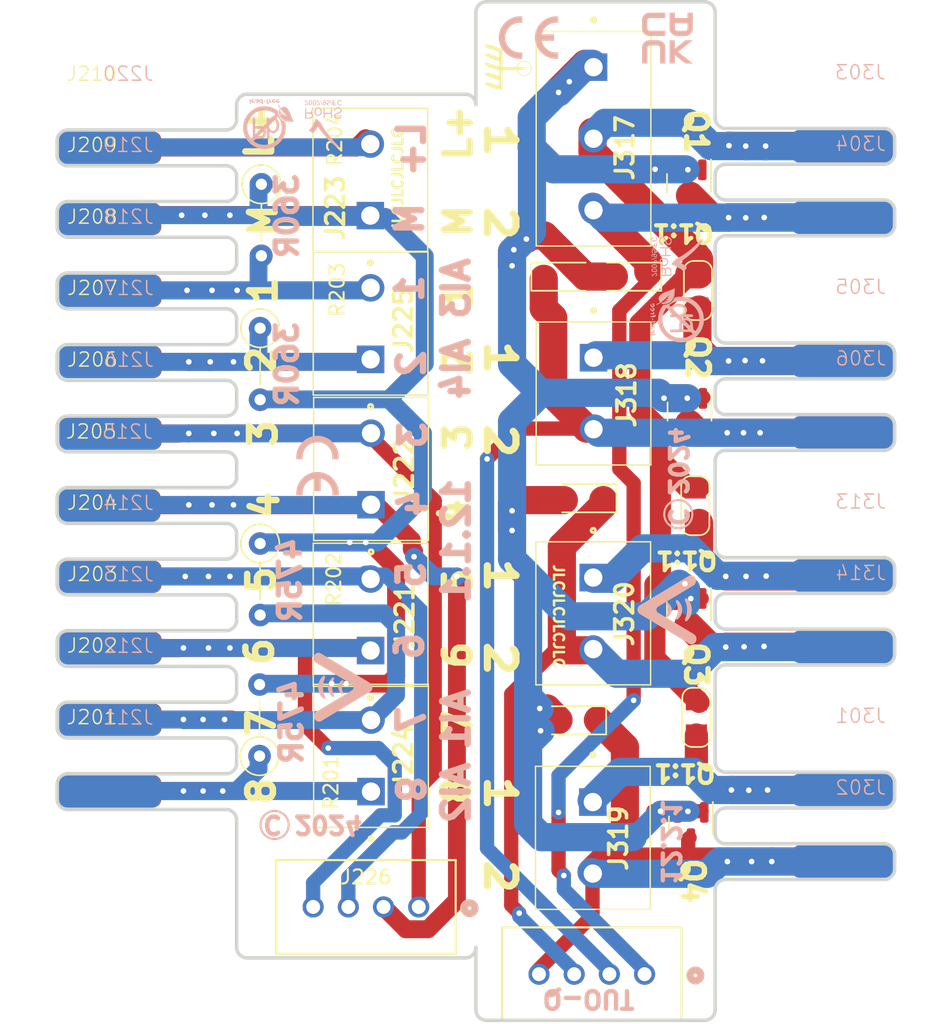
<source format=kicad_pcb>
(kicad_pcb (version 20221018) (generator pcbnew)
  (layers (0 "F.Cu" signal) (31 "B.Cu" signal) (34 "B.Paste" user) (35 "F.Paste" user) (36 "B.SilkS" user "B.Silkscreen") (37 "F.SilkS" user "F.Silkscreen") (38 "B.Mask" user) (39 "F.Mask" user) (44 "Edge.Cuts" user))
  (net 0 "")
  (net 1 "Net-(J306-Pin_1)")
  (net 2 "GNDPWR")
  (net 3 "Net-(J314-Pin_1)")
  (net 4 "Net-(J302-Pin_1)")
  (net 5 "Net-(J304-Pin_1)")
  (net 6 "Net-(J203-Pin_1)")
  (net 7 "Net-(J204-Pin_1)")
  (net 8 "Net-(J205-Pin_1)")
  (net 9 "Net-(J206-Pin_1)")
  (net 10 "M")
  (net 11 "Net-(J210-Pin_1)")
  (net 12 "Net-(J201-Pin_1)")
  (net 13 "Net-(J202-Pin_1)")
  (net 14 "Net-(J207-Pin_1)")
  (net 15 "Net-(J208-Pin_1)")
  (net 16 "Net-(J301-Pin_1)")
  (net 17 "Net-(J303-Pin_1)")
  (net 18 "Net-(J305-Pin_1)")
  (net 19 "Net-(J313-Pin_1)")
  (footprint "Resistor_THT:R_Axial_DIN0207_L6.3mm_D2.5mm_P5.08mm_Vertical" (layer "F.Cu") (at 129.77825 89.942224 -90)
    (fp_text reference "R203")
    (fp_text value "475R")
  )
  (footprint "PCB_Library:Conn_pin_PLC" (layer "F.Cu") (at 169.84 117.98)
    (fp_text reference "J307" hide)
    (fp_text value "Conn_01x01_PAD")
  )
  (footprint "PCB_Library:1729128" (layer "F.Cu") (at 153.46825 92.04 -90)
    (fp_text reference "J318")
    (fp_text value " DB128L-5.08-2P-BK-S" hide)
  )
  (footprint "Package_TO_SOT_SMD:SOT-23" (layer "F.Cu") (at 160.38825 125.265 -90)
    (fp_text reference "D305" hide)
    (fp_text value "BAT54C")
  )
  (footprint "PCB_Library:Conn_pin_PLC" (layer "F.Cu") (at 117.85 112.984446)
    (fp_text reference "J202")
    (fp_text value "Conn_01x01_PAD")
  )
  (footprint "PCB_Library:Conn_pin_PLC" (layer "F.Cu") (at 117.83 118.072224)
    (fp_text reference "J201")
    (fp_text value "Conn_01x01_PAD")
  )
  (footprint "PCB_Library:XY128V-A-5.08-3P" (layer "F.Cu") (at 153.46825 71.405 -90)
    (fp_text reference "J317")
    (fp_text value "DB128L-5.08-3P-BK-S" hide)
  )
  (footprint "Diode_SMD:D_SOD-123F" (layer "F.Cu") (at 151.26075 86.285)
    (fp_text reference "D301" hide)
    (fp_text value "SMF24CA")
  )
  (footprint "PCB_Library:Conn_pin_PLC" (layer "F.Cu") (at 117.85 102.83889)
    (fp_text reference "J204")
    (fp_text value "Conn_01x01_PAD")
  )
  (footprint "PCB_Library:Conn_pin_PLC" (layer "F.Cu") (at 117.83 72.372224)
    (fp_text reference "J210")
    (fp_text value "Conn_01x01_PAD")
  )
  (footprint "PCB_Library:Conn_pin_PLC" (layer "F.Cu") (at 169.85 102.76)
    (fp_text reference "J315" hide)
    (fp_text value "Conn_01x01_PAD")
  )
  (footprint "PCB_Library:1729128" (layer "F.Cu") (at 137.65825 102.482224 90)
    (fp_text reference "J222")
    (fp_text value "DB128L-5.08-2P-BK-S" hide)
  )
  (footprint "PCB_Library:Conn_pin_PLC" (layer "F.Cu") (at 117.86 92.673334)
    (fp_text reference "J206")
    (fp_text value "Conn_01x01_PAD")
  )
  (footprint "Diode_SMD:D_SOD-123F" (layer "F.Cu") (at 152.88825 102.025 180)
    (fp_text reference "D302" hide)
    (fp_text value "SMF24CA")
  )
  (footprint "Resistor_THT:R_Axial_DIN0207_L6.3mm_D2.5mm_P5.08mm_Vertical" (layer "F.Cu") (at 129.77825 105.237224 -90)
    (fp_text reference "R202")
    (fp_text value "360R")
  )
  (footprint "PCB_Library:Conn_pin_PLC" (layer "F.Cu") (at 117.86 87.585556)
    (fp_text reference "J207")
    (fp_text value "Conn_01x01_PAD")
  )
  (footprint "Resistor_THT:R_Axial_DIN0207_L6.3mm_D2.5mm_P5.08mm_Vertical" (layer "F.Cu") (at 129.73825 120.332224 90)
    (fp_text reference "R201")
    (fp_text value "360R")
  )
  (footprint "PCB_Library:1729128" (layer "F.Cu") (at 137.62825 92.157224 90)
    (fp_text reference "J225")
    (fp_text value "DB128L-5.08-2P-BK-S" hide)
  )
  (footprint "Package_TO_SOT_SMD:SOT-23" (layer "F.Cu") (at 160.28825 95.865 -90)
    (fp_text reference "D308" hide)
    (fp_text value "BAT54C")
  )
  (footprint "PCB_Library:SolderJumper-2_P2.6mm_Open_RoundedPad2.0x3mm" (layer "F.Cu") (at 160.77825 117.585 -90)
    (fp_text reference "JP303" hide)
    (fp_text value "SolderJumper_2_Open_PCB")
  )
  (footprint "Package_TO_SOT_SMD:SOT-23" (layer "F.Cu") (at 160.24825 79.635 -90)
    (fp_text reference "D307" hide)
    (fp_text value "BAT54C")
  )
  (footprint "PCB_Library:Conn_pin_PLC" (layer "F.Cu") (at 169.83 87.5)
    (fp_text reference "J311" hide)
    (fp_text value "Conn_01x01_PAD")
  )
  (footprint "PCB_Library:Conn_pin_PLC" (layer "F.Cu") (at 169.82 77.35)
    (fp_text reference "J310" hide)
    (fp_text value "Conn_01x01_PAD")
  )
  (footprint "PCB_Library:SolderJumper-2_P2.6mm_Open_RoundedPad2.0x3mm" (layer "F.Cu") (at 160.88825 87.265 -90)
    (fp_text reference "JP301" hide)
    (fp_text value "SolderJumper_2_Open_PCB")
  )
  (footprint "Diode_SMD:D_SOD-123F" (layer "F.Cu") (at 156.06825 86.285 180)
    (fp_text reference "D304" hide)
    (fp_text value "SMF24CA")
  )
  (footprint "PCB_Library:1729128" (layer "F.Cu") (at 153.41825 123.6 -90)
    (fp_text reference "J319")
    (fp_text value "DB128L-5.08-2P-BK-S" hide)
  )
  (footprint "PCB_Library:SolderJumper-2_P2.6mm_Open_RoundedPad2.0x3mm" (layer "F.Cu") (at 160.69825 102.545 -90)
    (fp_text reference "JP302" hide)
    (fp_text value "SolderJumper_2_Open_PCB")
  )
  (footprint "PCB_Library:1729128" (layer "F.Cu") (at 137.60825 81.947224 90)
    (fp_text reference "J223")
    (fp_text value "DB128L-5.08-2P-BK-S" hide)
  )
  (footprint "PCB_Library:Conn_pin_PLC" (layer "F.Cu") (at 169.84825 107.815)
    (fp_text reference "J316" hide)
    (fp_text value "Conn_01x01_PAD")
  )
  (footprint "PCB_Library:Conn_pin_PLC" (layer "F.Cu") (at 117.83 77.43)
    (fp_text reference "J209")
    (fp_text value "Conn_01x01_PAD")
  )
  (footprint "PCB_Library:1729128" (layer "F.Cu") (at 137.65825 122.857224 90)
    (fp_text reference "J224")
    (fp_text value " DB128L-5.08-2P-BK-S" hide)
  )
  (footprint "PCB_Library:Conn_pin_PLC" (layer "F.Cu") (at 169.82 72.27)
    (fp_text reference "J309" hide)
    (fp_text value "Conn_01x01_PAD")
  )
  (footprint "PCB_Library:Conn_pin_PLC" (layer "F.Cu") (at 169.85 92.59)
    (fp_text reference "J312" hide)
    (fp_text value "Conn_01x01_PAD")
  )
  (footprint "PCB_Library:1729128" (layer "F.Cu") (at 137.62825 112.837224 90)
    (fp_text reference "J221")
    (fp_text value "DB128L-5.08-2P-BK-S" hide)
  )
  (footprint "PCB_Library:CONN_B04B-XASK-1_JST" (layer "F.Cu") (at 141.04825 131.047224)
    (fp_text reference "J226")
    (fp_text value "B04B-XASK-1")
  )
  (footprint "PCB_Library:Conn_pin_PLC" (layer "F.Cu") (at 117.85 82.527778)
    (fp_text reference "J208")
    (fp_text value "Conn_01x01_PAD")
  )
  (footprint "PCB_Library:Conn_pin_PLC" (layer "F.Cu") (at 169.84 123.07)
    (fp_text reference "J308" hide)
    (fp_text value "Conn_01x01_PAD")
  )
  (footprint "PCB_Library:Conn_pin_PLC" (layer "F.Cu") (at 117.86 107.906668)
    (fp_text reference "J203")
    (fp_text value "Conn_01x01_PAD")
  )
  (footprint "Package_TO_SOT_SMD:SOT-23" (layer "F.Cu") (at 160.24825 110.075 -90)
    (fp_text reference "D306" hide)
    (fp_text value "BAT54C")
  )
  (footprint "Resistor_THT:R_Axial_DIN0207_L6.3mm_D2.5mm_P5.08mm_Vertical" (layer "F.Cu") (at 129.86825 79.722224 -90)
    (fp_text reference "R204")
    (fp_text value "475R")
  )
  (footprint "Diode_SMD:D_SOD-123F" (layer "F.Cu") (at 152.15575 117.795 180)
    (fp_text reference "D303" hide)
    (fp_text value "SMF24CA")
  )
  (footprint "PCB_Library:CONN_B04B-XASK-1_JST" (layer "F.Cu") (at 157.09505 135.824601)
    (fp_text reference "J321" hide)
    (fp_text value "B04B-XASK-1")
  )
  (footprint "PCB_Library:Conn_pin_PLC" (layer "F.Cu") (at 117.78 97.781112)
    (fp_text reference "J205")
    (fp_text value "Conn_01x01_PAD")
  )
  (footprint "PCB_Library:1729128" (layer "F.Cu") (at 153.44825 107.655 -90)
    (fp_text reference "J320")
    (fp_text value "DB128L-5.08-2P-BK-S" hide)
  )
  (footprint "PCB_Library:Conn_pin_PLC" (layer "B.Cu") (at 120.4265 113.002224 180)
    (fp_text reference "J212")
    (fp_text value "Conn_01x01_PAD")
  )
  (footprint "PCB_Library:Conn_pin_PLC" (layer "B.Cu") (at 120.3565 97.792224 180)
    (fp_text reference "J215")
    (fp_text value "Conn_01x01_PAD")
  )
  (footprint "PCB_Library:Conn_pin_PLC" (layer "B.Cu") (at 172.4565 102.76 180)
    (fp_text reference "J313")
    (fp_text value "Conn_01x01_PAD")
  )
  (footprint "LOGO" (layer "B.Cu") (at 159.40825 87.195 90)
    (fp_text reference "G***" hide)
    (fp_text value "LOGO" hide)
  )
  (footprint "PCB_Library:Conn_pin_PLC" (layer "B.Cu") (at 120.4365 92.682224 180)
    (fp_text reference "J216")
    (fp_text value "Conn_01x01_PAD")
  )
  (footprint "PCB_Library:Conn_pin_PLC" (layer "B.Cu") (at 172.4265 72.27 180)
    (fp_text reference "J303")
    (fp_text value "Conn_01x01_PAD")
  )
  (footprint "PCB_Library:Conn_pin_PLC" (layer "B.Cu") (at 172.4665 107.83 180)
    (fp_text reference "J314")
    (fp_text value "Conn_01x01_PAD")
  )
  (footprint "PCB_Library:Conn_pin_PLC" (layer "B.Cu") (at 172.4565 123.07 180)
    (fp_text reference "J302")
    (fp_text value "Conn_01x01_PAD")
  )
  (footprint "PCB_Library:Conn_pin_PLC" (layer "B.Cu") (at 172.4465 87.51 180)
    (fp_text reference "J305")
    (fp_text value "Conn_01x01_PAD")
  )
  (footprint "LOGO" (layer "B.Cu") (at 158.75825 69.305)
    (fp_text reference "G***" hide)
    (fp_text value "LOGO" hide)
  )
  (footprint "PCB_Library:Conn_pin_PLC" (layer "B.Cu") (at 120.4365 107.922224 180)
    (fp_text reference "J213")
    (fp_text value "Conn_01x01_PAD")
  )
  (footprint "PCB_Library:Conn_pin_PLC" (layer "B.Cu") (at 172.45 77.35 180)
    (fp_text reference "J304")
    (fp_text value "Conn_01x01_PAD")
  )
  (footprint "PCB_Library:Conn_pin_PLC" (layer "B.Cu") (at 120.4065 77.432224 180)
    (fp_text reference "J219")
    (fp_text value "Conn_01x01_PAD")
  )
  (footprint "LOGO" (layer "B.Cu") (at 149.179126 69.158144)
    (fp_text reference "G***" hide)
    (fp_text value "LOGO" hide)
  )
  (footprint "PCB_Library:Conn_pin_PLC" (layer "B.Cu") (at 120.4265 102.852224 180)
    (fp_text reference "J214")
    (fp_text value "Conn_01x01_PAD")
  )
  (footprint "PCB_Library:Conn_pin_PLC" (layer "B.Cu") (at 120.4265 82.532224 180)
    (fp_text reference "J218")
    (fp_text value "Conn_01x01_PAD")
  )
  (footprint "LOGO" (layer "B.Cu") (at 134.003106 100.027101 -90)
    (fp_text reference "G***" hide)
    (fp_text value "LOGO" hide)
  )
  (footprint "PCB_Library:Conn_pin_PLC" (layer "B.Cu") (at 172.4465 117.98 180)
    (fp_text reference "J301")
    (fp_text value "Conn_01x01_PAD")
  )
  (footprint "PCB_Library:Conn_pin_PLC" (layer "B.Cu") (at 120.4065 72.372224 180)
    (fp_text reference "J220")
    (fp_text value "Conn_01x01_PAD")
  )
  (footprint "LOGO" (layer "B.Cu") (at 132.07825 75.443224)
    (fp_text reference "G***" hide)
    (fp_text value "LOGO" hide)
  )
  (footprint "PCB_Library:Conn_pin_PLC" (layer "B.Cu") (at 120.4365 87.592224 180)
    (fp_text reference "J217")
    (fp_text value "Conn_01x01_PAD")
  )
  (footprint "PCB_Library:Conn_pin_PLC" (layer "B.Cu") (at 172.4665 92.59 180)
    (fp_text reference "J306")
    (fp_text value "Conn_01x01_PAD")
  )
  (footprint "PCB_Library:Conn_pin_PLC" (layer "B.Cu") (at 120.4065 118.092224 180)
    (fp_text reference "J211")
    (fp_text value "Conn_01x01_PAD")
  )
  (gr_line (start 157.894725 110.121757) (end 157.919331 110.138028) (stroke (width 0.00496)) (layer "B.SilkS"))
  (gr_poly (pts (xy 133.575642 113.377657) (xy 133.576103 113.357872) (xy 133.577472 113.338347) (xy 133.579726 113.319105) (xy 133.582841 113.300171) (xy 133.586797 113.281568) (xy 133.591569 113.263321) (xy 133.597135 113.245454) (xy 133.603473 113.227991) (xy 133.610559 113.210957) (xy 133.618372 113.194376) (xy 133.626888 113.178271) (xy 133.636085 113.162667) (xy 133.64594 113.147589) (xy 133.65643 113.13306) (xy 133.667533 113.119105) (xy 133.679226 113.105748) (xy 133.691487 113.093012) (xy 133.704292 113.080923) (xy 133.71762 113.069505) (xy 133.731446 113.058781) (xy 133.74575 113.048776) (xy 133.760507 113.039514) (xy 133.775696 113.031019) (xy 133.791294 113.023315) (xy 133.807277 113.016428) (xy 133.823624 113.01038) (xy 133.840312 113.005196) (xy 133.857318 113.0009) (xy 133.874619 112.997517) (xy 133.892192 112.995071) (xy 133.910016 112.993585) (xy 133.928067 112.993085) (xy 133.936802 112.993188) (xy 133.945519 112.993526) (xy 133.954215 112.994096) (xy 133.962885 112.994899) (xy 133.971524 112.995932) (xy 133.980127 112.997196) (xy 133.988691 112.998688) (xy 133.99721 113.000408) (xy 134.00568 113.002355) (xy 134.014096 113.004529) (xy 134.022454 113.006927) (xy 134.030749 113.009549) (xy 134.038977 113.012394) (xy 134.047133 113.015461) (xy 134.055212 113.01875) (xy 134.06321 113.022258) (xy 134.129282 113.061942) (xy 137.385245 115.015361) (xy 137.568601 115.125891) (xy 137.604518 115.147322) (xy 137.607098 115.148909) (xy 137.625044 115.162516) (xy 137.642028 115.177084) (xy 137.658022 115.192559) (xy 137.673001 115.208889) (xy 137.686936 115.226023) (xy 137.699802 115.243908) (xy 137.71157 115.26249) (xy 137.722214 115.281719) (xy 137.731708 115.301541) (xy 137.740022 115.321905) (xy 137.747132 115.342757) (xy 137.75301 115.364046) (xy 137.757629 115.385719) (xy 137.760961 115.407724) (xy 137.76298 115.430008) (xy 137.763659 115.452519) (xy 137.76298 115.47503) (xy 137.760961 115.497314) (xy 137.757629 115.519318) (xy 137.75301 115.540991) (xy 137.747132 115.56228) (xy 137.740022 115.583133) (xy 137.731708 115.603496) (xy 137.722214 115.623318) (xy 137.71157 115.642547) (xy 137.699802 115.66113) (xy 137.686936 115.679014) (xy 137.673001 115.696148) (xy 137.658022 115.712478) (xy 137.642028 115.727954) (xy 137.625044 115.742521) (xy 137.607098 115.756128) (xy 137.60676 115.756329) (xy 137.606427 115.756536) (xy 137.606098 115.75675) (xy 137.605773 115.75697) (xy 137.605452 115.757196) (xy 137.605136 115.757429) (xy 137.604825 115.757669) (xy 137.604518 115.757914) (xy 137.568601 115.779345) (xy 137.384848 115.889676) (xy 134.160834 117.824244) (xy 134.105867 117.857383) (xy 134.097521 117.861322) (xy 134.08908 117.865018) (xy 134.080547 117.86847) (xy 134.071929 117.871676) (xy 134.06323 117.874635) (xy 134.054457 117.877345) (xy 134.045614 117.879806) (xy 134.036707 117.882017) (xy 134.027741 117.883975) (xy 134.018722 117.88568) (xy 134.009655 117.887131) (xy 134.000545 117.888325) (xy 133.991398 117.889263) (xy 133.982218 117.889943) (xy 133.973013 117.890363) (xy 133.963786 117.890522) (xy 133.945629 117.89002) (xy 133.927713 117.888531) (xy 133.910057 117.886079) (xy 133.892686 117.882687) (xy 133.87562 117.878381) (xy 133.858883 117.873185) (xy 133.842495 117.867122) (xy 133.826479 117.860217) (xy 133.810858 117.852494) (xy 133.795652 117.843977) (xy 133.780886 117.83469) (xy 133.766579 117.824658) (xy 133.752755 117.813905) (xy 133.739436 117.802455) (xy 133.726643 117.790333) (xy 133.714399 117.777561) (xy 133.702726 117.764165) (xy 133.691646 117.75017) (xy 133.681182 117.735598) (xy 133.671354 117.720474) (xy 133.662185 117.704823) (xy 133.653698 117.688668) (xy 133.645915 117.672034) (xy 133.638857 117.654945) (xy 133.632546 117.637426) (xy 133.627005 117.6195) (xy 133.622256 117.601191) (xy 133.618321 117.582524) (xy 133.615222 117.563524) (xy 133.612981 117.544213) (xy 133.611621 117.524617) (xy 133.611162 117.504759) (xy 133.611533 117.482501) (xy 133.613133 117.46042) (xy 133.61594 117.438562) (xy 133.619934 117.416973) (xy 133.625093 117.395698) (xy 133.631398 117.374782) (xy 133.638827 117.354271) (xy 133.64736 117.334211) (xy 133.656975 117.314646) (xy 133.667652 117.295622) (xy 133.67937 117.277186) (xy 133.692108 117.259381) (xy 133.705846 117.242255) (xy 133.720562 117.225851) (xy 133.736236 117.210216) (xy 133.752846 117.195395) (xy 133.753839 117.195395) (xy 133.837976 117.144198) (xy 136.275186 115.681714) (xy 136.28159 115.678827) (xy 136.287889 115.675732) (xy 136.294079 115.67243) (xy 136.300154 115.668926) (xy 136.306109 115.665222) (xy 136.31194 115.661321) (xy 136.317641 115.657226) (xy 136.323207 115.652941) (xy 136.333952 115.643621) (xy 136.344121 115.633783) (xy 136.353699 115.623454) (xy 136.362674 115.612661) (xy 136.371032 115.601432) (xy 136.378759 115.589795) (xy 136.385842 115.577777) (xy 136.392269 115.565405) (xy 136.398024 115.552708) (xy 136.403096 115.539712) (xy 136.40747 115.526446) (xy 136.411134 115.512936) (xy 136.414074 115.499211) (xy 136.416276 115.485297) (xy 136.417727 115.471223) (xy 136.418414 115.457016) (xy 136.418326 115.442792) (xy 136.417468 115.42867) (xy 136.415854 115.414676) (xy 136.413495 115.400839) (xy 136.410403 115.387187) (xy 136.406592 115.373748) (xy 136.402072 115.36055) (xy 136.396856 115.347622) (xy 136.390956 115.334991) (xy 136.384385 115.322685) (xy 136.377155 115.310733) (xy 136.369278 115.299162) (xy 136.360765 115.288001) (xy 136.351631 115.277277) (xy 136.341885 115.26702) (xy 136.331542 115.257256) (xy 136.303562 115.239199) (xy 136.280345 115.224117) (xy 136.276441 115.222334) (xy 136.272482 115.22057) (xy 136.268485 115.218843) (xy 136.26447 115.217172) (xy 133.780826 113.727105) (xy 133.768916 113.720472) (xy 133.7573 113.71346) (xy 133.745986 113.706081) (xy 133.734979 113.698344) (xy 133.724284 113.690259) (xy 133.713909 113.681837) (xy 133.703858 113.673087) (xy 133.694139 113.66402) (xy 133.684756 113.654646) (xy 133.675716 113.644975) (xy 133.667025 113.635017) (xy 133.658689 113.624783) (xy 133.650713 113.614283) (xy 133.643104 113.603526) (xy 133.635868 113.592523) (xy 133.62901 113.581284) (xy 133.622537 113.569819) (xy 133.616454 113.558138) (xy 133.610768 113.546252) (xy 133.605484 113.534171) (xy 133.600609 113.521905) (xy 133.596148 113.509463) (xy 133.592108 113.496857) (xy 133.588493 113.484096) (xy 133.585311 113.47119) (xy 133.582568 113.45815) (xy 133.580268 113.444986) (xy 133.578419 113.431708) (xy 133.577025 113.418325) (xy 133.576094 113.404849) (xy 133.575631 113.39129)) (fill solid) (layer "B.SilkS"))
  (gr_poly (pts (xy 135.330386 115.405765) (xy 135.333798 115.369939) (xy 135.339404 115.334775) (xy 135.34714 115.300324) (xy 135.356939 115.266638) (xy 135.368737 115.233769) (xy 135.382468 115.201769) (xy 135.398067 115.170688) (xy 135.415468 115.14058) (xy 135.434605 115.111496) (xy 135.455414 115.083487) (xy 135.477829 115.056605) (xy 135.501785 115.030903) (xy 135.527216 115.006431) (xy 135.554057 114.983242) (xy 135.582242 114.961387) (xy 135.602085 114.946901) (xy 135.60407 114.946901) (xy 135.605669 114.946182) (xy 135.607283 114.945501) (xy 135.608911 114.94486) (xy 135.610553 114.944258) (xy 135.612208 114.943695) (xy 135.613875 114.943171) (xy 135.615553 114.942688) (xy 135.617243 114.942244) (xy 135.618942 114.941841) (xy 135.62065 114.941477) (xy 135.622368 114.941155) (xy 135.624093 114.940872) (xy 135.625825 114.940631) (xy 135.627563 114.94043) (xy 135.629308 114.940271) (xy 135.631057 114.940153) (xy 135.63425 114.940224) (xy 135.637409 114.940436) (xy 135.640533 114.940787) (xy 135.643618 114.941274) (xy 135.64666 114.941894) (xy 135.649656 114.942644) (xy 135.652602 114.943521) (xy 135.655496 114.944523) (xy 135.658334 114.945646) (xy 135.661112 114.946888) (xy 135.663827 114.948246) (xy 135.666475 114.949717) (xy 135.669054 114.951299) (xy 135.67156 114.952987) (xy 135.67399 114.954781) (xy 135.67634 114.956675) (xy 135.678606 114.958669) (xy 135.680786 114.960759) (xy 135.682875 114.962941) (xy 135.684872 114.965215) (xy 135.686771 114.967575) (xy 135.688571 114.97002) (xy 135.690267 114.972547) (xy 135.691856 114.975152) (xy 135.693334 114.977834) (xy 135.694699 114.980588) (xy 135.695947 114.983414) (xy 135.697075 114.986306) (xy 135.698078 114.989263) (xy 135.698954 114.992282) (xy 135.6997 114.99536) (xy 135.700312 114.998494) (xy 135.700654 115.000159) (xy 135.700948 115.001833) (xy 135.701194 115.003514) (xy 135.701392 115.005201) (xy 135.701542 115.006893) (xy 135.701643 115.008588) (xy 135.701697 115.010287) (xy 135.701701 115.011988) (xy 135.701701 115.013178) (xy 135.701797 115.014466) (xy 135.701866 115.015756) (xy 135.701908 115.017047) (xy 135.701921 115.018338) (xy 135.701908 115.019629) (xy 135.701866 115.020919) (xy 135.701797 115.022209) (xy 135.701701 115.023497) (xy 135.701399 115.0245) (xy 135.701113 115.025508) (xy 135.700841 115.026519) (xy 135.700585 115.027535) (xy 135.700345 115.028554) (xy 135.70012 115.029577) (xy 135.699911 115.030603) (xy 135.699717 115.031633) (xy 135.697335 115.037586) (xy 135.697079 115.03831) (xy 135.696804 115.039026) (xy 135.696509 115.039734) (xy 135.696196 115.040434) (xy 135.695864 115.041125) (xy 135.695513 115.041807) (xy 135.695143 115.04248) (xy 135.694756 115.043142) (xy 135.69374 115.044557) (xy 135.692771 115.045973) (xy 135.69184 115.047394) (xy 135.690936 115.048823) (xy 135.689175 115.051709) (xy 135.687414 115.054652) (xy 135.687059 115.055203) (xy 135.686691 115.055747) (xy 135.686312 115.056281) (xy 135.68592 115.056807) (xy 135.685517 115.057324) (xy 135.685102 115.057832) (xy 135.684676 115.05833) (xy 135.684238 115.058819) (xy 135.683214 115.059999) (xy 135.68217 115.061161) (xy 135.681106 115.062305) (xy 135.680023 115.063432) (xy 135.678922 115.064539) (xy 135.677802 115.065628) (xy 135.676664 115.066698) (xy 135.675507 115.067749) (xy 135.676143 115.06729) (xy 135.67677 115.06682) (xy 135.67739 115.06634) (xy 135.678001 115.06585) (xy 135.678603 115.06535) (xy 135.679197 115.064839) (xy 135.679782 115.064319) (xy 135.680358 115.06379) (xy 135.680926 115.06325) (xy 135.681484 115.062702) (xy 135.682033 115.062143) (xy 135.682572 115.061576) (xy 135.683103 115.060999) (xy 135.683623 115.060414) (xy 135.684134 115.059819) (xy 135.684635 115.059216) (xy 135.660829 115.104843) (xy 135.640242 115.151572) (xy 135.622871 115.199242) (xy 135.608718 115.247694) (xy 135.597779 115.296766) (xy 135.590056 115.3463) (xy 135.585546 115.396134) (xy 135.584248 115.446108) (xy 135.586162 115.496063) (xy 135.591286 115.545837) (xy 135.59962 115.595272) (xy 135.611162 115.644206) (xy 135.625912 115.692479) (xy 135.643869 115.739932) (xy 135.665031 115.786403) (xy 135.689398 115.831733) (xy 135.689953 115.832448) (xy 135.690485 115.833179) (xy 135.690994 115.833927) (xy 135.691478 115.83469) (xy 135.691938 115.835467) (xy 135.692373 115.83626) (xy 135.692783 115.837066) (xy 135.693168 115.837885) (xy 135.69432 115.839919) (xy 135.695401 115.841988) (xy 135.696409 115.844088) (xy 135.697344 115.846218) (xy 135.698206 115.848375) (xy 135.698994 115.850559) (xy 135.699707 115.852767) (xy 135.700346 115.854997) (xy 135.700909 115.857248) (xy 135.701396 115.859516) (xy 135.701806 115.861801) (xy 135.70214 115.864101) (xy 135.702396 115.866413) (xy 135.702574 115.868736) (xy 135.702673 115.871067) (xy 135.702693 115.873405) (xy 135.702646 115.876886) (xy 135.702428 115.880345) (xy 135.702041 115.883777) (xy 135.701486 115.887175) (xy 135.700767 115.890534) (xy 135.699886 115.893848) (xy 135.698845 115.897111) (xy 135.697647 115.900318) (xy 135.696293 115.903463) (xy 135.694787 115.906539) (xy 135.69313 115.909541) (xy 135.691325 115.912464) (xy 135.689374 115.915301) (xy 135.687279 115.918046) (xy 135.685044 115.920695) (xy 135.682669 115.92324) (xy 135.680171 115.925665) (xy 135.677567 115.927953) (xy 135.674864 115.930101) (xy 135.672066 115.932108) (xy 135.669179 115.933971) (xy 135.666211 115.935687) (xy 135.663165 115.937254) (xy 135.660048 115.938669) (xy 135.656865 115.939931) (xy 135.653623 115.941036) (xy 135.650327 115.941983) (xy 135.646983 115.942768) (xy 135.643597 115.943389) (xy 135.640174 115.943845) (xy 135.636719 115.944132) (xy 135.63324 115.944247) (xy 135.631135 115.944201) (xy 135.629036 115.94409) (xy 135.626944 115.943914) (xy 135.624862 115.943673) (xy 135.622789 115.943369) (xy 135.620729 115.943001) (xy 135.618682 115.942571) (xy 135.616649 115.942077) (xy 135.614633 115.941521) (xy 135.612634 115.940903) (xy 135.610654 115.940223) (xy 135.608695 115.939482) (xy 135.606758 115.93868) (xy 135.604844 115.937818) (xy 135.602956 115.936895) (xy 135.601093 115.935913) (xy 135.599373 115.93477) (xy 135.597639 115.933581) (xy 135.595896 115.932355) (xy 135.594148 115.931101) (xy 135.590657 115.928546) (xy 135.587203 115.925991) (xy 135.558504 115.90407) (xy 135.531166 115.880762) (xy 135.505257 115.856126) (xy 135.480843 115.830223) (xy 135.457994 115.803112) (xy 135.436776 115.774853) (xy 135.417257 115.745504) (xy 135.399506 115.715126) (xy 135.383589 115.683779) (xy 135.369574 115.651521) (xy 135.35753 115.618413) (xy 135.347524 115.584514) (xy 135.339624 115.549884) (xy 135.333897 115.514582) (xy 135.331869 115.496697) (xy 135.330411 115.478667) (xy 135.32953 115.460499) (xy 135.329234 115.4422)) (fill solid) (layer "B.SilkS"))
  (gr_circle (center 130.80825 125.227224) (end 130.80825 124.227224) (stroke (width 0.15)) (fill none) (layer "B.SilkS"))
  (gr_poly (pts (xy 160.450464 110.004575) (xy 160.445942 110.06337) (xy 160.438508 110.121054) (xy 160.428245 110.177545) (xy 160.415235 110.232764) (xy 160.399562 110.286628) (xy 160.381309 110.339057) (xy 160.360559 110.38997) (xy 160.337395 110.439285) (xy 160.311901 110.486921) (xy 160.284159 110.532797) (xy 160.254252 110.576833) (xy 160.222265 110.618946) (xy 160.188279 110.659057) (xy 160.152378 110.697083) (xy 160.114645 110.732944) (xy 160.114645 110.734135) (xy 160.108112 110.739973) (xy 160.101375 110.745867) (xy 160.087658 110.757749) (xy 160.087354 110.757976) (xy 160.087044 110.758196) (xy 160.086729 110.758407) (xy 160.086409 110.75861) (xy 160.086084 110.758804) (xy 160.085753 110.75899) (xy 160.085418 110.759168) (xy 160.085078 110.759337) (xy 160.083032 110.760435) (xy 160.080957 110.761471) (xy 160.078856 110.762445) (xy 160.076729 110.763356) (xy 160.074578 110.764204) (xy 160.072406 110.764989) (xy 160.070212 110.76571) (xy 160.067998 110.766366) (xy 160.065767 110.766958) (xy 160.063518 110.767485) (xy 160.061255 110.767946) (xy 160.058977 110.768342) (xy 160.056687 110.768671) (xy 160.054386 110.768934) (xy 160.052075 110.76913) (xy 160.049756 110.769258) (xy 160.045464 110.769138) (xy 160.041221 110.768781) (xy 160.037031 110.768193) (xy 160.0329 110.767378) (xy 160.028831 110.766342) (xy 160.024828 110.765089) (xy 160.020896 110.763626) (xy 160.017039 110.761956) (xy 160.013261 110.760086) (xy 160.009566 110.75802) (xy 160.005959 110.755763) (xy 160.002443 110.753321) (xy 159.999023 110.750698) (xy 159.995704 110.7479) (xy 159.992488 110.744932) (xy 159.989382 110.741799) (xy 159.986388 110.738506) (xy 159.983511 110.735059) (xy 159.980755 110.731461) (xy 159.978125 110.72772) (xy 159.975624 110.723839) (xy 159.973258 110.719823) (xy 159.971029 110.715679) (xy 159.968943 110.71141) (xy 159.967003 110.707023) (xy 159.965214 110.702522) (xy 159.963579 110.697912) (xy 159.962104 110.693199) (xy 159.960793 110.688387) (xy 159.959648 110.683482) (xy 159.958676 110.678489) (xy 159.95788 110.673413) (xy 159.957338 110.670692) (xy 159.956873 110.667958) (xy 159.956484 110.665214) (xy 159.956172 110.66246) (xy 159.955937 110.659699) (xy 159.95578 110.656932) (xy 159.9557 110.65416) (xy 159.955697 110.651386) (xy 159.955697 110.648013) (xy 159.955737 110.645892) (xy 159.955823 110.643773) (xy 159.955954 110.641657) (xy 159.95613 110.639545) (xy 159.956351 110.637437) (xy 159.956617 110.635334) (xy 159.956928 110.633237) (xy 159.957284 110.631146) (xy 159.957307 110.630292) (xy 159.957371 110.629442) (xy 159.957471 110.628597) (xy 159.957604 110.627753) (xy 159.957763 110.626913) (xy 159.957944 110.626074) (xy 159.958351 110.624399) (xy 159.95921 110.621044) (xy 159.959405 110.620201) (xy 159.959582 110.619355) (xy 159.959737 110.618505) (xy 159.959864 110.617652) (xy 159.962841 110.608127) (xy 159.963208 110.606956) (xy 159.963598 110.605793) (xy 159.964011 110.604639) (xy 159.964447 110.603492) (xy 159.964905 110.602355) (xy 159.965385 110.601227) (xy 159.965888 110.600108) (xy 159.966413 110.598999) (xy 159.967753 110.596581) (xy 159.969059 110.594145) (xy 159.970328 110.59169) (xy 159.971562 110.589218) (xy 159.97276 110.586728) (xy 159.973922 110.58422) (xy 159.975047 110.581696) (xy 159.976136 110.579155) (xy 159.976586 110.578269) (xy 159.977056 110.577395) (xy 159.977547 110.576532) (xy 159.978058 110.575682) (xy 159.97859 110.574844) (xy 159.979141 110.574019) (xy 159.979712 110.573207) (xy 159.980303 110.572408) (xy 159.981658 110.570488) (xy 159.983045 110.568592) (xy 159.984463 110.566719) (xy 159.985912 110.56487) (xy 159.987391 110.563046) (xy 159.988901 110.561246) (xy 159.990441 110.559472) (xy 159.992011 110.557723) (xy 159.991143 110.558513) (xy 159.990288 110.559315) (xy 159.989445 110.56013) (xy 159.988615 110.560958) (xy 159.987798 110.561798) (xy 159.986994 110.56265) (xy 159.986204 110.563514) (xy 159.985427 110.564391) (xy 159.984663 110.565279) (xy 159.983913 110.566178) (xy 159.983177 110.56709) (xy 159.982455 110.568012) (xy 159.981747 110.568946) (xy 159.981053 110.569891) (xy 159.980373 110.570847) (xy 159.979708 110.571813) (xy 159.995045 110.538961) (xy 160.009563 110.505093) (xy 160.023239 110.470248) (xy 160.036049 110.43446) (xy 160.047969 110.397767) (xy 160.058976 110.360204) (xy 160.069047 110.321808) (xy 160.078158 110.282615) (xy 160.086285 110.242662) (xy 160.093404 110.201985) (xy 160.099493 110.16062) (xy 160.104528 110.118603) (xy 160.108485 110.075972) (xy 160.111341 110.032762) (xy 160.113071 109.989009) (xy 160.113653 109.94475) (xy 160.113041 109.899593) (xy 160.111223 109.854933) (xy 160.108223 109.810812) (xy 160.104069 109.767273) (xy 160.098786 109.724357) (xy 160.0924 109.682106) (xy 160.084936 109.640562) (xy 160.076421 109.599767) (xy 160.066881 109.559762) (xy 160.056341 109.52059) (xy 160.044827 109.482293) (xy 160.032365 109.444911) (xy 160.018981 109.408488) (xy 160.004701 109.373064) (xy 159.989551 109.338683) (xy 159.973556 109.305385) (xy 159.973157 109.3048) (xy 159.972769 109.304208) (xy 159.972392 109.303609) (xy 159.972027 109.303003) (xy 159.971675 109.302391) (xy 159.971333 109.301772) (xy 159.971004 109.301147) (xy 159.970687 109.300515) (xy 159.970382 109.299878) (xy 159.97009 109.299235) (xy 159.969809 109.298586) (xy 159.969541 109.297932) (xy 159.969286 109.297272) (xy 159.969043 109.296608) (xy 159.968813 109.295939) (xy 159.968595 109.295265) (xy 159.967014 109.291857) (xy 159.965533 109.288411) (xy 159.964154 109.284928) (xy 159.962877 109.28141) (xy 159.961702 109.27786) (xy 159.960631 109.274279) (xy 159.959663 109.270671) (xy 159.958799 109.267038) (xy 159.95804 109.263381) (xy 159.957386 109.259703) (xy 159.956838 109.256006) (xy 159.956395 109.252293) (xy 159.956059 109.248566) (xy 159.955831 109.244826) (xy 159.95571 109.241077) (xy 159.955697 109.237321) (xy 159.955817 109.231331) (xy 159.956175 109.225422) (xy 159.956764 109.2196) (xy 159.957579 109.213873) (xy 159.959861 109.202733) (xy 159.962974 109.192058) (xy 159.966872 109.181907) (xy 159.971509 109.172336) (xy 159.976836 109.163404) (xy 159.982808 109.155168) (xy 159.986022 109.151328) (xy 159.989378 109.147685) (xy 159.992873 109.144244) (xy 159.996499 109.141013) (xy 160.000251 109.137999) (xy 160.004123 109.135209) (xy 160.00811 109.132651) (xy 160.012205 109.130332) (xy 160.016403 109.128259) (xy 160.020697 109.126438) (xy 160.025083 109.124878) (xy 160.029553 109.123586) (xy 160.034103 109.122568) (xy 160.038726 109.121832) (xy 160.043417 109.121385) (xy 160.048169 109.121235) (xy 160.051043 109.121331) (xy 160.053905 109.121531) (xy 160.056753 109.121834) (xy 160.059583 109.122238) (xy 160.062394 109.122744) (xy 160.065181 109.123349) (xy 160.067944 109.124054) (xy 160.070678 109.124857) (xy 160.073382 109.125758) (xy 160.076053 109.126756) (xy 160.078688 109.127849) (xy 160.081284 109.129038) (xy 160.083839 109.130321) (xy 160.08635 109.131698) (xy 160.088814 109.133167) (xy 160.09123 109.134729) (xy 160.093537 109.136681) (xy 160.095843 109.138666) (xy 160.100457 109.142716) (xy 160.105071 109.146839) (xy 160.109684 109.151) (xy 160.147865 109.186924) (xy 160.184215 109.225127) (xy 160.218646 109.265511) (xy 160.251071 109.30798) (xy 160.281404 109.352436) (xy 160.309556 109.398782) (xy 160.335441 109.44692) (xy 160.358972 109.496753) (xy 160.38006 109.548184) (xy 160.39862 109.601114) (xy 160.414564 109.655448) (xy 160.427805 109.711087) (xy 160.438255 109.767934) (xy 160.445827 109.825892) (xy 160.450434 109.884863) (xy 160.451989 109.94475)) (fill solid) (layer "B.SilkS"))
  (gr_poly (pts (xy 159.027048 109.982376) (xy 159.023636 110.018202) (xy 159.01803 110.053366) (xy 159.010294 110.087817) (xy 159.000495 110.121503) (xy 158.988697 110.154372) (xy 158.974966 110.186372) (xy 158.959367 110.217453) (xy 158.941966 110.247561) (xy 158.922829 110.276645) (xy 158.90202 110.304654) (xy 158.879605 110.331536) (xy 158.855649 110.357238) (xy 158.830218 110.38171) (xy 158.803377 110.404899) (xy 158.775192 110.426754) (xy 158.755349 110.44124) (xy 158.753364 110.44124) (xy 158.751765 110.441959) (xy 158.750151 110.44264) (xy 158.748523 110.443281) (xy 158.746881 110.443883) (xy 158.745226 110.444446) (xy 158.743559 110.44497) (xy 158.741881 110.445453) (xy 158.740191 110.445897) (xy 158.738492 110.4463) (xy 158.736784 110.446664) (xy 158.735066 110.446986) (xy 158.733341 110.447269) (xy 158.731609 110.44751) (xy 158.729871 110.447711) (xy 158.728126 110.44787) (xy 158.726377 110.447988) (xy 158.723184 110.447917) (xy 158.720025 110.447705) (xy 158.716901 110.447354) (xy 158.713816 110.446867) (xy 158.710774 110.446247) (xy 158.707778 110.445497) (xy 158.704832 110.44462) (xy 158.701938 110.443618) (xy 158.6991 110.442495) (xy 158.696322 110.441253) (xy 158.693607 110.439895) (xy 158.690959 110.438424) (xy 158.68838 110.436842) (xy 158.685874 110.435154) (xy 158.683444 110.43336) (xy 158.681094 110.431466) (xy 158.678828 110.429472) (xy 158.676648 110.427382) (xy 158.674559 110.4252) (xy 158.672562 110.422926) (xy 158.670663 110.420566) (xy 158.668863 110.418121) (xy 158.667167 110.415594) (xy 158.665578 110.412989) (xy 158.6641 110.410307) (xy 158.662735 110.407553) (xy 158.661487 110.404727) (xy 158.660359 110.401835) (xy 158.659356 110.398878) (xy 158.65848 110.395859) (xy 158.657734 110.392781) (xy 158.657122 110.389647) (xy 158.65678 110.387982) (xy 158.656486 110.386308) (xy 158.65624 110.384627) (xy 158.656042 110.38294) (xy 158.655892 110.381248) (xy 158.655791 110.379553) (xy 158.655737 110.377854) (xy 158.655733 110.376153) (xy 158.655733 110.374963) (xy 158.655637 110.373675) (xy 158.655568 110.372385) (xy 158.655526 110.371094) (xy 158.655513 110.369803) (xy 158.655526 110.368512) (xy 158.655568 110.367222) (xy 158.655637 110.365932) (xy 158.655733 110.364644) (xy 158.656035 110.363641) (xy 158.656321 110.362633) (xy 158.656593 110.361622) (xy 158.656849 110.360606) (xy 158.657089 110.359587) (xy 158.657314 110.358564) (xy 158.657523 110.357538) (xy 158.657717 110.356508) (xy 158.660099 110.350555) (xy 158.660355 110.349831) (xy 158.66063 110.349115) (xy 158.660925 110.348407) (xy 158.661238 110.347707) (xy 158.66157 110.347016) (xy 158.661921 110.346334) (xy 158.662291 110.345661) (xy 158.662678 110.344999) (xy 158.663694 110.343584) (xy 158.664663 110.342168) (xy 158.665594 110.340747) (xy 158.666498 110.339318) (xy 158.668259 110.336432) (xy 158.67002 110.333489) (xy 158.670375 110.332938) (xy 158.670743 110.332394) (xy 158.671122 110.33186) (xy 158.671514 110.331334) (xy 158.671917 110.330817) (xy 158.672332 110.330309) (xy 158.672758 110.329811) (xy 158.673196 110.329322) (xy 158.67422 110.328142) (xy 158.675264 110.32698) (xy 158.676328 110.325836) (xy 158.677411 110.324709) (xy 158.678512 110.323602) (xy 158.679632 110.322513) (xy 158.68077 110.321443) (xy 158.681927 110.320392) (xy 158.681291 110.320851) (xy 158.680664 110.321321) (xy 158.680044 110.321801) (xy 158.679433 110.322291) (xy 158.678831 110.322791) (xy 158.678237 110.323302) (xy 158.677652 110.323822) (xy 158.677076 110.324351) (xy 158.676508 110.324891) (xy 158.67595 110.325439) (xy 158.675401 110.325998) (xy 158.674862 110.326565) (xy 158.674331 110.327142) (xy 158.673811 110.327727) (xy 158.6733 110.328322) (xy 158.672799 110.328925) (xy 158.696605 110.283298) (xy 158.717192 110.236569) (xy 158.734563 110.188899) (xy 158.748716 110.140447) (xy 158.759655 110.091375) (xy 158.767378 110.041841) (xy 158.771888 109.992007) (xy 158.773186 109.942033) (xy 158.771272 109.892078) (xy 158.766148 109.842304) (xy 158.757814 109.792869) (xy 158.746272 109.743935) (xy 158.731522 109.695662) (xy 158.713565 109.648209) (xy 158.692403 109.601738) (xy 158.668036 109.556408) (xy 158.667481 109.555693) (xy 158.666949 109.554962) (xy 158.66644 109.554214) (xy 158.665956 109.553451) (xy 158.665496 109.552674) (xy 158.665061 109.551881) (xy 158.664651 109.551075) (xy 158.664266 109.550256) (xy 158.663114 109.548222) (xy 158.662033 109.546153) (xy 158.661025 109.544053) (xy 158.66009 109.541923) (xy 158.659228 109.539766) (xy 158.65844 109.537582) (xy 158.657727 109.535374) (xy 158.657088 109.533144) (xy 158.656525 109.530893) (xy 158.656038 109.528625) (xy 158.655628 109.52634) (xy 158.655294 109.52404) (xy 158.655038 109.521728) (xy 158.65486 109.519405) (xy 158.654761 109.517074) (xy 158.654741 109.514736) (xy 158.654788 109.511255) (xy 158.655006 109.507796) (xy 158.655393 109.504364) (xy 158.655948 109.500966) (xy 158.656667 109.497607) (xy 158.657548 109.494293) (xy 158.658589 109.49103) (xy 158.659787 109.487823) (xy 158.661141 109.484678) (xy 158.662647 109.481602) (xy 158.664304 109.4786) (xy 158.666109 109.475677) (xy 158.66806 109.47284) (xy 158.670155 109.470095) (xy 158.67239 109.467446) (xy 158.674765 109.464901) (xy 158.677263 109.462476) (xy 158.679867 109.460188) (xy 158.68257 109.45804) (xy 158.685368 109.456033) (xy 158.688255 109.45417) (xy 158.691223 109.452454) (xy 158.694269 109.450887) (xy 158.697386 109.449472) (xy 158.700569 109.44821) (xy 158.703811 109.447105) (xy 158.707107 109.446158) (xy 158.710451 109.445373) (xy 158.713837 109.444752) (xy 158.71726 109.444296) (xy 158.720715 109.444009) (xy 158.724194 109.443894) (xy 158.726299 109.44394) (xy 158.728398 109.444051) (xy 158.73049 109.444227) (xy 158.732572 109.444468) (xy 158.734645 109.444772) (xy 158.736705 109.44514) (xy 158.738752 109.44557) (xy 158.740785 109.446064) (xy 158.742801 109.44662) (xy 158.7448 109.447238) (xy 158.74678 109.447918) (xy 158.748739 109.448659) (xy 158.750676 109.449461) (xy 158.75259 109.450323) (xy 158.754478 109.451246) (xy 158.756341 109.452228) (xy 158.758061 109.453371) (xy 158.759795 109.45456) (xy 158.761538 109.455786) (xy 158.763286 109.45704) (xy 158.766777 109.459595) (xy 158.770231 109.46215) (xy 158.79893 109.484071) (xy 158.826268 109.507379) (xy 158.852177 109.532015) (xy 158.876591 109.557918) (xy 158.89944 109.585029) (xy 158.920658 109.613288) (xy 158.940177 109.642637) (xy 158.957928 109.673015) (xy 158.973845 109.704362) (xy 158.98786 109.73662) (xy 158.999904 109.769728) (xy 159.00991 109.803627) (xy 159.01781 109.838257) (xy 159.023537 109.873559) (xy 159.025565 109.891444) (xy 159.027023 109.909474) (xy 159.027904 109.927642) (xy 159.0282 109.945941)) (fill solid) (layer "B.SilkS"))
  (gr_circle (center 159.492251 103.152999) (end 158.492251 103.152999) (stroke (width 0.15)) (fill none) (layer "B.SilkS"))
  (gr_poly (pts (xy 134.591751 115.398256) (xy 134.595482 115.350675) (xy 134.601769 115.303577) (xy 134.610566 115.257055) (xy 134.621831 115.211205) (xy 134.63552 115.166121) (xy 134.651591 115.121898) (xy 134.67 115.07863) (xy 134.690703 115.036412) (xy 134.713658 114.995339) (xy 134.738821 114.955505) (xy 134.766149 114.917004) (xy 134.795598 114.879931) (xy 134.827126 114.844381) (xy 134.860688 114.810449) (xy 134.896243 114.778229) (xy 134.902264 114.773286) (xy 134.908397 114.768307) (xy 134.914605 114.763327) (xy 134.920849 114.758385) (xy 134.920966 114.758271) (xy 134.921086 114.75816) (xy 134.921209 114.758053) (xy 134.921335 114.757949) (xy 134.921463 114.757849) (xy 134.921595 114.757753) (xy 134.921728 114.75766) (xy 134.921864 114.75757) (xy 134.922003 114.757485) (xy 134.922143 114.757403) (xy 134.922286 114.757325) (xy 134.922431 114.757252) (xy 134.922579 114.757182) (xy 134.922728 114.757116) (xy 134.922879 114.757054) (xy 134.923032 114.756996) (xy 134.924966 114.756005) (xy 134.926923 114.755069) (xy 134.928903 114.754188) (xy 134.930904 114.753362) (xy 134.932926 114.752592) (xy 134.934967 114.751877) (xy 134.937026 114.751218) (xy 134.939102 114.750616) (xy 134.941193 114.750071) (xy 134.943299 114.749582) (xy 134.945418 114.749151) (xy 134.947549 114.748778) (xy 134.949691 114.748462) (xy 134.951843 114.748205) (xy 134.954003 114.748007) (xy 134.956171 114.747867) (xy 134.960266 114.748207) (xy 134.964307 114.748728) (xy 134.96829 114.749427) (xy 134.97221 114.750299) (xy 134.976064 114.75134) (xy 134.979848 114.752546) (xy 134.983556 114.753913) (xy 134.987186 114.755438) (xy 134.990732 114.757115) (xy 134.994191 114.758941) (xy 134.997559 114.760913) (xy 135.00083 114.763025) (xy 135.004002 114.765274) (xy 135.00707 114.767656) (xy 135.010029 114.770167) (xy 135.012876 114.772802) (xy 135.015606 114.775558) (xy 135.018215 114.778431) (xy 135.0207 114.781416) (xy 135.023055 114.78451) (xy 135.025276 114.787709) (xy 135.027361 114.791008) (xy 135.029303 114.794403) (xy 135.031099 114.797891) (xy 135.032745 114.801466) (xy 135.034237 114.805127) (xy 135.035571 114.808867) (xy 135.036741 114.812684) (xy 135.037745 114.816573) (xy 135.038578 114.82053) (xy 135.039236 114.824551) (xy 135.039714 114.828631) (xy 135.040169 114.830936) (xy 135.040558 114.833251) (xy 135.040881 114.835575) (xy 135.041138 114.837907) (xy 135.041328 114.840246) (xy 135.041452 114.842589) (xy 135.041509 114.844936) (xy 135.041499 114.847285) (xy 135.041499 114.850063) (xy 135.041488 114.851861) (xy 135.041429 114.853658) (xy 135.041325 114.855452) (xy 135.041174 114.857242) (xy 135.040977 114.859028) (xy 135.040734 114.860809) (xy 135.040445 114.862583) (xy 135.04011 114.86435) (xy 135.039751 114.86575) (xy 135.039408 114.867155) (xy 135.039084 114.868563) (xy 135.038777 114.869976) (xy 135.038488 114.871392) (xy 135.038217 114.872812) (xy 135.037964 114.874235) (xy 135.037729 114.875662) (xy 135.037709 114.876213) (xy 135.03765 114.876752) (xy 135.037558 114.87728) (xy 135.037435 114.877798) (xy 135.037285 114.878308) (xy 135.037112 114.878811) (xy 135.03692 114.879309) (xy 135.036712 114.879804) (xy 135.036266 114.880787) (xy 135.035804 114.881773) (xy 135.035355 114.882772) (xy 135.035146 114.883281) (xy 135.034951 114.883797) (xy 135.034661 114.884782) (xy 135.03434 114.885756) (xy 135.033988 114.886719) (xy 135.033606 114.88767) (xy 135.033193 114.888608) (xy 135.03275 114.889532) (xy 135.032278 114.890443) (xy 135.031776 114.891338) (xy 135.030603 114.89334) (xy 135.029463 114.895332) (xy 135.02835 114.897324) (xy 135.027261 114.899325) (xy 135.026191 114.901345) (xy 135.025134 114.903393) (xy 135.024087 114.905479) (xy 135.023045 114.90761) (xy 135.022618 114.908334) (xy 135.022179 114.90905) (xy 135.021727 114.909758) (xy 135.021261 114.910457) (xy 135.020783 114.911148) (xy 135.020293 114.91183) (xy 135.01979 114.912503) (xy 135.019274 114.913166) (xy 135.018041 114.914817) (xy 135.016776 114.916444) (xy 135.015481 114.918046) (xy 135.014156 114.919622) (xy 135.0128 114.921173) (xy 135.011415 114.922698) (xy 135.010001 114.924196) (xy 135.008559 114.925668) (xy 135.010096 114.924325) (xy 135.011593 114.922938) (xy 135.013049 114.921509) (xy 135.014462 114.920039) (xy 135.015832 114.918528) (xy 135.017157 114.916978) (xy 135.018437 114.915389) (xy 135.019671 114.913762) (xy 135.004761 114.944725) (xy 134.990804 114.97607) (xy 134.977803 115.007775) (xy 134.965765 115.039818) (xy 134.954695 115.072176) (xy 134.944597 115.104827) (xy 134.935477 115.137749) (xy 134.927339 115.170921) (xy 134.920189 115.204319) (xy 134.914033 115.237921) (xy 134.908874 115.271707) (xy 134.904718 115.305653) (xy 134.90157 115.339737) (xy 134.899436 115.373937) (xy 134.89832 115.408231) (xy 134.898227 115.442597) (xy 134.898338 115.477701) (xy 134.899519 115.512728) (xy 134.901763 115.547654) (xy 134.905066 115.582456) (xy 134.909422 115.617109) (xy 134.914825 115.65159) (xy 134.921269 115.685876) (xy 134.92875 115.719943) (xy 134.937261 115.753767) (xy 134.946798 115.787324) (xy 134.957353 115.820592) (xy 134.968923 115.853546) (xy 134.9815 115.886162) (xy 134.995081 115.918418) (xy 135.009658 115.950289) (xy 135.025227 115.981752) (xy 135.025605 115.982237) (xy 135.025972 115.982729) (xy 135.026329 115.983228) (xy 135.026676 115.983735) (xy 135.027012 115.984247) (xy 135.027338 115.984767) (xy 135.027652 115.985293) (xy 135.027956 115.985825) (xy 135.02825 115.986363) (xy 135.028532 115.986907) (xy 135.028803 115.987456) (xy 135.029063 115.988012) (xy 135.029312 115.988572) (xy 135.029549 115.989138) (xy 135.029775 115.989709) (xy 135.02999 115.990285) (xy 135.031386 115.993152) (xy 135.032695 115.996054) (xy 135.033915 115.99899) (xy 135.035046 116.001958) (xy 135.036087 116.004956) (xy 135.037038 116.007981) (xy 135.037899 116.011031) (xy 135.03867 116.014105) (xy 135.039348 116.017201) (xy 135.039935 116.020316) (xy 135.040429 116.023448) (xy 135.040831 116.026596) (xy 135.041139 116.029757) (xy 135.041354 116.032929) (xy 135.041474 116.036111) (xy 135.041499 116.039299) (xy 135.04139 116.044346) (xy 135.041067 116.049325) (xy 135.040534 116.054231) (xy 135.039797 116.059056) (xy 135.038861 116.063796) (xy 135.037732 116.068444) (xy 135.036414 116.072994) (xy 135.034914 116.077439) (xy 135.033235 116.081775) (xy 135.031384 116.085994) (xy 135.029365 116.090091) (xy 135.027184 116.09406) (xy 135.024846 116.097894) (xy 135.022356 116.101588) (xy 135.01972 116.105135) (xy 135.016943 116.108529) (xy 135.014029 116.111765) (xy 135.010985 116.114836) (xy 135.007815 116.117736) (xy 135.004525 116.120459) (xy 135.001119 116.122999) (xy 134.997604 116.12535) (xy 134.993984 116.127506) (xy 134.990265 116.129461) (xy 134.986452 116.131209) (xy 134.982549 116.132743) (xy 134.978563 116.134058) (xy 134.974499 116.135147) (xy 134.970361 116.136005) (xy 134.966155 116.136625) (xy 134.961886 116.137002) (xy 134.95756 116.137129) (xy 134.954931 116.137082) (xy 134.952311 116.136943) (xy 134.949701 116.136711) (xy 134.947106 116.136388) (xy 134.944526 116.135974) (xy 134.941965 116.13547) (xy 134.939425 116.134877) (xy 134.936907 116.134195) (xy 134.934415 116.133425) (xy 134.931951 116.132567) (xy 134.929517 116.131623) (xy 134.927115 116.130593) (xy 134.924749 116.129477) (xy 134.922419 116.128277) (xy 134.920129 116.126992) (xy 134.917881 116.125625) (xy 134.917873 116.125619) (xy 134.913705 116.122308) (xy 134.909538 116.118922) (xy 134.905371 116.115462) (xy 134.901204 116.111927) (xy 134.865411 116.079972) (xy 134.831597 116.046291) (xy 134.799806 116.010976) (xy 134.770081 115.974124) (xy 134.742468 115.935828) (xy 134.717009 115.896182) (xy 134.693749 115.85528) (xy 134.672733 115.813217) (xy 134.654002 115.770087) (xy 134.637603 115.725985) (xy 134.623578 115.681004) (xy 134.611973 115.635239) (xy 134.60283 115.588785) (xy 134.596193 115.541734) (xy 134.592107 115.494183) (xy 134.590616 115.446224)) (fill solid) (layer "B.SilkS"))
  (gr_line (start 136.462709 115.266384) (end 136.438103 115.250113) (stroke (width 0.00496)) (layer "B.SilkS"))
  (gr_poly (pts (xy 133.90697 115.383566) (xy 133.911492 115.324771) (xy 133.918926 115.267087) (xy 133.929189 115.210596) (xy 133.942199 115.155377) (xy 133.957872 115.101513) (xy 133.976125 115.049084) (xy 133.996875 114.998171) (xy 134.020039 114.948856) (xy 134.045533 114.90122) (xy 134.073275 114.855344) (xy 134.103182 114.811308) (xy 134.135169 114.769195) (xy 134.169155 114.729084) (xy 134.205056 114.691058) (xy 134.242789 114.655197) (xy 134.242789 114.654006) (xy 134.249322 114.648168) (xy 134.256059 114.642274) (xy 134.269776 114.630392) (xy 134.27008 114.630165) (xy 134.27039 114.629945) (xy 134.270705 114.629734) (xy 134.271025 114.629531) (xy 134.27135 114.629337) (xy 134.271681 114.629151) (xy 134.272016 114.628973) (xy 134.272356 114.628804) (xy 134.274402 114.627706) (xy 134.276477 114.62667) (xy 134.278578 114.625696) (xy 134.280705 114.624785) (xy 134.282856 114.623937) (xy 134.285028 114.623152) (xy 134.287222 114.622431) (xy 134.289436 114.621775) (xy 134.291667 114.621183) (xy 134.293916 114.620656) (xy 134.296179 114.620195) (xy 134.298457 114.619799) (xy 134.300747 114.61947) (xy 134.303048 114.619207) (xy 134.305359 114.619011) (xy 134.307678 114.618883) (xy 134.31197 114.619003) (xy 134.316213 114.61936) (xy 134.320403 114.619948) (xy 134.324534 114.620763) (xy 134.328603 114.621799) (xy 134.332606 114.623052) (xy 134.336538 114.624515) (xy 134.340395 114.626185) (xy 134.344173 114.628055) (xy 134.347868 114.630121) (xy 134.351475 114.632378) (xy 134.354991 114.63482) (xy 134.358411 114.637443) (xy 134.36173 114.640241) (xy 134.364946 114.643209) (xy 134.368052 114.646342) (xy 134.371046 114.649635) (xy 134.373923 114.653082) (xy 134.376679 114.65668) (xy 134.379309 114.660421) (xy 134.38181 114.664302) (xy 134.384176 114.668318) (xy 134.386405 114.672462) (xy 134.388491 114.676731) (xy 134.390431 114.681118) (xy 134.39222 114.685619) (xy 134.393855 114.690229) (xy 134.39533 114.694942) (xy 134.396641 114.699754) (xy 134.397786 114.704659) (xy 134.398758 114.709652) (xy 134.399554 114.714728) (xy 134.400096 114.717449) (xy 134.400561 114.720183) (xy 134.40095 114.722927) (xy 134.401262 114.725681) (xy 134.401497 114.728442) (xy 134.401654 114.731209) (xy 134.401734 114.733981) (xy 134.401737 114.736755) (xy 134.401737 114.740128) (xy 134.401697 114.742249) (xy 134.401611 114.744368) (xy 134.40148 114.746484) (xy 134.401304 114.748596) (xy 134.401083 114.750704) (xy 134.400817 114.752807) (xy 134.400506 114.754904) (xy 134.40015 114.756995) (xy 134.400127 114.757849) (xy 134.400063 114.758699) (xy 134.399963 114.759544) (xy 134.39983 114.760388) (xy 134.399671 114.761228) (xy 134.39949 114.762067) (xy 134.399083 114.763742) (xy 134.398224 114.767097) (xy 134.398029 114.76794) (xy 134.397852 114.768786) (xy 134.397697 114.769636) (xy 134.39757 114.770489) (xy 134.394593 114.780014) (xy 134.394226 114.781185) (xy 134.393836 114.782348) (xy 134.393423 114.783502) (xy 134.392987 114.784649) (xy 134.392529 114.785786) (xy 134.392049 114.786914) (xy 134.391546 114.788033) (xy 134.391021 114.789142) (xy 134.389681 114.79156) (xy 134.388375 114.793996) (xy 134.387106 114.796451) (xy 134.385872 114.798923) (xy 134.384674 114.801413) (xy 134.383512 114.803921) (xy 134.382387 114.806445) (xy 134.381298 114.808986) (xy 134.380848 114.809872) (xy 134.380378 114.810746) (xy 134.379887 114.811609) (xy 134.379376 114.812459) (xy 134.378844 114.813297) (xy 134.378293 114.814122) (xy 134.377722 114.814934) (xy 134.377131 114.815733) (xy 134.375776 114.817653) (xy 134.374389 114.819549) (xy 134.372971 114.821422) (xy 134.371522 114.823271) (xy 134.370043 114.825095) (xy 134.368533 114.826895) (xy 134.366993 114.828669) (xy 134.365423 114.830418) (xy 134.366291 114.829628) (xy 134.367146 114.828826) (xy 134.367989 114.828011) (xy 134.368819 114.827183) (xy 134.369636 114.826343) (xy 134.37044 114.825491) (xy 134.37123 114.824627) (xy 134.372007 114.82375) (xy 134.372771 114.822862) (xy 134.373521 114.821963) (xy 134.374257 114.821051) (xy 134.374979 114.820129) (xy 134.375687 114.819195) (xy 134.376381 114.81825) (xy 134.377061 114.817294) (xy 134.377726 114.816328) (xy 134.362389 114.84918) (xy 134.347871 114.883048) (xy 134.334195 114.917893) (xy 134.321385 114.953681) (xy 134.309465 114.990374) (xy 134.298458 115.027937) (xy 134.288387 115.066333) (xy 134.279276 115.105526) (xy 134.271149 115.145479) (xy 134.26403 115.186156) (xy 134.257941 115.227521) (xy 134.252906 115.269538) (xy 134.248949 115.312169) (xy 134.246093 115.355379) (xy 134.244363 115.399132) (xy 134.243781 115.443391) (xy 134.244393 115.488548) (xy 134.246211 115.533208) (xy 134.249211 115.577329) (xy 134.253365 115.620868) (xy 134.258648 115.663784) (xy 134.265034 115.706035) (xy 134.272498 115.747579) (xy 134.281013 115.788374) (xy 134.290553 115.828379) (xy 134.301093 115.867551) (xy 134.312607 115.905848) (xy 134.325069 115.94323) (xy 134.338453 115.979653) (xy 134.352733 116.015077) (xy 134.367883 116.049458) (xy 134.383878 116.082756) (xy 134.384277 116.083341) (xy 134.384665 116.083933) (xy 134.385042 116.084532) (xy 134.385407 116.085138) (xy 134.385759 116.08575) (xy 134.386101 116.086369) (xy 134.38643 116.086994) (xy 134.386747 116.087626) (xy 134.387052 116.088263) (xy 134.387344 116.088906) (xy 134.387625 116.089555) (xy 134.387893 116.090209) (xy 134.388148 116.090869) (xy 134.388391 116.091533) (xy 134.388621 116.092202) (xy 134.388839 116.092876) (xy 134.39042 116.096284) (xy 134.391901 116.09973) (xy 134.39328 116.103213) (xy 134.394557 116.106731) (xy 134.395732 116.110281) (xy 134.396803 116.113862) (xy 134.397771 116.11747) (xy 134.398635 116.121103) (xy 134.399394 116.12476) (xy 134.400048 116.128438) (xy 134.400596 116.132135) (xy 134.401039 116.135848) (xy 134.401375 116.139575) (xy 134.401603 116.143315) (xy 134.401724 116.147064) (xy 134.401737 116.15082) (xy 134.401617 116.15681) (xy 134.401259 116.162719) (xy 134.40067 116.168541) (xy 134.399855 116.174268) (xy 134.397573 116.185408) (xy 134.39446 116.196083) (xy 134.390562 116.206234) (xy 134.385925 116.215805) (xy 134.380598 116.224737) (xy 134.374626 116.232973) (xy 134.371412 116.236813) (xy 134.368056 116.240456) (xy 134.364561 116.243897) (xy 134.360935 116.247128) (xy 134.357183 116.250142) (xy 134.353311 116.252932) (xy 134.349324 116.25549) (xy 134.345229 116.257809) (xy 134.341031 116.259882) (xy 134.336737 116.261703) (xy 134.332351 116.263263) (xy 134.327881 116.264555) (xy 134.323331 116.265573) (xy 134.318708 116.266309) (xy 134.314017 116.266756) (xy 134.309265 116.266906) (xy 134.306391 116.26681) (xy 134.303529 116.26661) (xy 134.300681 116.266307) (xy 134.297851 116.265903) (xy 134.29504 116.265397) (xy 134.292253 116.264792) (xy 134.28949 116.264087) (xy 134.286756 116.263284) (xy 134.284052 116.262383) (xy 134.281381 116.261385) (xy 134.278746 116.260292) (xy 134.27615 116.259103) (xy 134.273595 116.25782) (xy 134.271084 116.256443) (xy 134.26862 116.254974) (xy 134.266204 116.253412) (xy 134.263897 116.25146) (xy 134.261591 116.249475) (xy 134.256977 116.245425) (xy 134.252363 116.241302) (xy 134.24775 116.237141) (xy 134.209569 116.201217) (xy 134.173219 116.163014) (xy 134.138788 116.12263) (xy 134.106363 116.080161) (xy 134.07603 116.035705) (xy 134.047878 115.989359) (xy 134.021993 115.941221) (xy 133.998462 115.891388) (xy 133.977374 115.839957) (xy 133.958814 115.787027) (xy 133.94287 115.732693) (xy 133.929629 115.677054) (xy 133.919179 115.620207) (xy 133.911607 115.562249) (xy 133.907 115.503278) (xy 133.905445 115.443391)) (fill solid) (layer "B.SilkS"))
  (gr_poly (pts (xy 159.765683 109.989885) (xy 159.761952 110.037466) (xy 159.755665 110.084564) (xy 159.746868 110.131086) (xy 159.735603 110.176936) (xy 159.721914 110.22202) (xy 159.705843 110.266243) (xy 159.687434 110.309511) (xy 159.666731 110.351729) (xy 159.643776 110.392802) (xy 159.618613 110.432636) (xy 159.591285 110.471137) (xy 159.561836 110.50821) (xy 159.530308 110.54376) (xy 159.496746 110.577692) (xy 159.461191 110.609912) (xy 159.45517 110.614855) (xy 159.449037 110.619834) (xy 159.442829 110.624814) (xy 159.436585 110.629756) (xy 159.436468 110.62987) (xy 159.436348 110.629981) (xy 159.436225 110.630088) (xy 159.436099 110.630192) (xy 159.435971 110.630292) (xy 159.435839 110.630388) (xy 159.435706 110.630481) (xy 159.43557 110.630571) (xy 159.435431 110.630656) (xy 159.435291 110.630738) (xy 159.435148 110.630816) (xy 159.435003 110.630889) (xy 159.434855 110.630959) (xy 159.434706 110.631025) (xy 159.434555 110.631087) (xy 159.434402 110.631145) (xy 159.432468 110.632136) (xy 159.430511 110.633072) (xy 159.428531 110.633953) (xy 159.42653 110.634779) (xy 159.424508 110.635549) (xy 159.422467 110.636264) (xy 159.420408 110.636923) (xy 159.418332 110.637525) (xy 159.416241 110.63807) (xy 159.414135 110.638559) (xy 159.412016 110.63899) (xy 159.409885 110.639363) (xy 159.407743 110.639679) (xy 159.405591 110.639936) (xy 159.403431 110.640134) (xy 159.401263 110.640274) (xy 159.397168 110.639934) (xy 159.393127 110.639413) (xy 159.389144 110.638714) (xy 159.385224 110.637842) (xy 159.38137 110.636801) (xy 159.377586 110.635595) (xy 159.373878 110.634228) (xy 159.370248 110.632703) (xy 159.366702 110.631026) (xy 159.363243 110.6292) (xy 159.359875 110.627228) (xy 159.356604 110.625116) (xy 159.353432 110.622867) (xy 159.350364 110.620485) (xy 159.347405 110.617974) (xy 159.344558 110.615339) (xy 159.341828 110.612583) (xy 159.339219 110.60971) (xy 159.336734 110.606725) (xy 159.334379 110.603631) (xy 159.332158 110.600432) (xy 159.330073 110.597133) (xy 159.328131 110.593738) (xy 159.326335 110.59025) (xy 159.324689 110.586675) (xy 159.323197 110.583014) (xy 159.321863 110.579274) (xy 159.320693 110.575457) (xy 159.319689 110.571568) (xy 159.318856 110.567611) (xy 159.318198 110.56359) (xy 159.31772 110.55951) (xy 159.317265 110.557205) (xy 159.316876 110.55489) (xy 159.316553 110.552566) (xy 159.316296 110.550234) (xy 159.316106 110.547895) (xy 159.315982 110.545552) (xy 159.315925 110.543205) (xy 159.315935 110.540856) (xy 159.315935 110.538078) (xy 159.315946 110.53628) (xy 159.316005 110.534483) (xy 159.316109 110.532689) (xy 159.31626 110.530899) (xy 159.316457 110.529113) (xy 159.3167 110.527332) (xy 159.316989 110.525558) (xy 159.317324 110.523791) (xy 159.317683 110.522391) (xy 159.318026 110.520986) (xy 159.31835 110.519578) (xy 159.318657 110.518165) (xy 159.318946 110.516749) (xy 159.319217 110.515329) (xy 159.31947 110.513906) (xy 159.319705 110.512479) (xy 159.319725 110.511928) (xy 159.319784 110.511389) (xy 159.319876 110.510861) (xy 159.319999 110.510343) (xy 159.320149 110.509833) (xy 159.320322 110.50933) (xy 159.320514 110.508832) (xy 159.320722 110.508337) (xy 159.321168 110.507354) (xy 159.32163 110.506368) (xy 159.322079 110.505369) (xy 159.322288 110.50486) (xy 159.322483 110.504344) (xy 159.322773 110.503359) (xy 159.323094 110.502385) (xy 159.323446 110.501422) (xy 159.323828 110.500471) (xy 159.324241 110.499533) (xy 159.324684 110.498609) (xy 159.325156 110.497698) (xy 159.325658 110.496803) (xy 159.326831 110.494801) (xy 159.327971 110.492809) (xy 159.329084 110.490817) (xy 159.330173 110.488816) (xy 159.331243 110.486796) (xy 159.3323 110.484748) (xy 159.333347 110.482662) (xy 159.334389 110.480531) (xy 159.334816 110.479807) (xy 159.335255 110.479091) (xy 159.335707 110.478383) (xy 159.336173 110.477684) (xy 159.336651 110.476993) (xy 159.337141 110.476311) (xy 159.337644 110.475638) (xy 159.33816 110.474975) (xy 159.339393 110.473324) (xy 159.340658 110.471697) (xy 159.341953 110.470095) (xy 159.343278 110.468519) (xy 159.344634 110.466968) (xy 159.346019 110.465443) (xy 159.347433 110.463945) (xy 159.348875 110.462473) (xy 159.347338 110.463816) (xy 159.345841 110.465203) (xy 159.344385 110.466632) (xy 159.342972 110.468102) (xy 159.341602 110.469613) (xy 159.340277 110.471163) (xy 159.338997 110.472752) (xy 159.337763 110.474379) (xy 159.352673 110.443416) (xy 159.36663 110.412071) (xy 159.379631 110.380366) (xy 159.391669 110.348323) (xy 159.402739 110.315965) (xy 159.412837 110.283314) (xy 159.421957 110.250392) (xy 159.430095 110.21722) (xy 159.437245 110.183822) (xy 159.443401 110.15022) (xy 159.44856 110.116434) (xy 159.452716 110.082488) (xy 159.455864 110.048404) (xy 159.457998 110.014204) (xy 159.459114 109.97991) (xy 159.459207 109.945544) (xy 159.459096 109.91044) (xy 159.457915 109.875413) (xy 159.455671 109.840487) (xy 159.452368 109.805685) (xy 159.448012 109.771032) (xy 159.442609 109.736551) (xy 159.436165 109.702265) (xy 159.428684 109.668198) (xy 159.420173 109.634374) (xy 159.410636 109.600817) (xy 159.400081 109.567549) (xy 159.388511 109.534595) (xy 159.375934 109.501979) (xy 159.362353 109.469723) (xy 159.347776 109.437852) (xy 159.332207 109.406389) (xy 159.331829 109.405904) (xy 159.331462 109.405412) (xy 159.331105 109.404913) (xy 159.330758 109.404406) (xy 159.330422 109.403894) (xy 159.330096 109.403374) (xy 159.329782 109.402848) (xy 159.329478 109.402316) (xy 159.329184 109.401778) (xy 159.328902 109.401234) (xy 159.328631 109.400685) (xy 159.328371 109.400129) (xy 159.328122 109.399569) (xy 159.327885 109.399003) (xy 159.327659 109.398432) (xy 159.327444 109.397856) (xy 159.326048 109.394989) (xy 159.324739 109.392087) (xy 159.323519 109.389151) (xy 159.322388 109.386183) (xy 159.321347 109.383185) (xy 159.320396 109.38016) (xy 159.319535 109.37711) (xy 159.318764 109.374036) (xy 159.318086 109.37094) (xy 159.317499 109.367825) (xy 159.317005 109.364693) (xy 159.316603 109.361545) (xy 159.316295 109.358384) (xy 159.31608 109.355212) (xy 159.31596 109.35203) (xy 159.315935 109.348842) (xy 159.316044 109.343795) (xy 159.316367 109.338816) (xy 159.3169 109.33391) (xy 159.317637 109.329085) (xy 159.318573 109.324345) (xy 159.319702 109.319697) (xy 159.32102 109.315147) (xy 159.32252 109.310702) (xy 159.324199 109.306366) (xy 159.32605 109.302147) (xy 159.328069 109.29805) (xy 159.33025 109.294081) (xy 159.332588 109.290247) (xy 159.335078 109.286553) (xy 159.337714 109.283006) (xy 159.340491 109.279612) (xy 159.343405 109.276376) (xy 159.346449 109.273305) (xy 159.349619 109.270405) (xy 159.352909 109.267682) (xy 159.356315 109.265142) (xy 159.35983 109.262791) (xy 159.36345 109.260635) (xy 159.367169 109.25868) (xy 159.370982 109.256932) (xy 159.374885 109.255398) (xy 159.378871 109.254083) (xy 159.382935 109.252994) (xy 159.387073 109.252136) (xy 159.391279 109.251516) (xy 159.395548 109.251139) (xy 159.399874 109.251012) (xy 159.402503 109.251059) (xy 159.405123 109.251198) (xy 159.407733 109.25143) (xy 159.410328 109.251753) (xy 159.412908 109.252167) (xy 159.415469 109.252671) (xy 159.418009 109.253264) (xy 159.420527 109.253946) (xy 159.423019 109.254716) (xy 159.425483 109.255574) (xy 159.427917 109.256518) (xy 159.430319 109.257548) (xy 159.432685 109.258664) (xy 159.435015 109.259864) (xy 159.437305 109.261149) (xy 159.439553 109.262516) (xy 159.439561 109.262522) (xy 159.443729 109.265833) (xy 159.447896 109.269219) (xy 159.452063 109.272679) (xy 159.45623 109.276214) (xy 159.492023 109.308169) (xy 159.525837 109.34185) (xy 159.557628 109.377165) (xy 159.587353 109.414017) (xy 159.614966 109.452313) (xy 159.640425 109.491959) (xy 159.663685 109.532861) (xy 159.684701 109.574924) (xy 159.703432 109.618054) (xy 159.719831 109.662156) (xy 159.733856 109.707137) (xy 159.745461 109.752902) (xy 159.754604 109.799356) (xy 159.761241 109.846407) (xy 159.765327 109.893958) (xy 159.766818 109.941917)) (fill solid) (layer "B.SilkS"))
  (gr_poly (pts (xy 160.781792 112.010484) (xy 160.781331 112.030269) (xy 160.779962 112.049794) (xy 160.777708 112.069036) (xy 160.774593 112.08797) (xy 160.770637 112.106573) (xy 160.765865 112.12482) (xy 160.760299 112.142687) (xy 160.753961 112.16015) (xy 160.746875 112.177184) (xy 160.739062 112.193765) (xy 160.730546 112.20987) (xy 160.721349 112.225474) (xy 160.711494 112.240552) (xy 160.701004 112.255081) (xy 160.689901 112.269036) (xy 160.678208 112.282393) (xy 160.665947 112.295129) (xy 160.653142 112.307218) (xy 160.639814 112.318636) (xy 160.625988 112.32936) (xy 160.611684 112.339365) (xy 160.596927 112.348627) (xy 160.581738 112.357122) (xy 160.56614 112.364826) (xy 160.550157 112.371713) (xy 160.53381 112.377761) (xy 160.517122 112.382945) (xy 160.500116 112.387241) (xy 160.482815 112.390624) (xy 160.465242 112.39307) (xy 160.447418 112.394556) (xy 160.429367 112.395056) (xy 160.420632 112.394953) (xy 160.411915 112.394615) (xy 160.403219 112.394045) (xy 160.394549 112.393242) (xy 160.38591 112.392209) (xy 160.377307 112.390945) (xy 160.368743 112.389453) (xy 160.360224 112.387733) (xy 160.351754 112.385786) (xy 160.343338 112.383612) (xy 160.33498 112.381214) (xy 160.326685 112.378592) (xy 160.318457 112.375747) (xy 160.310301 112.37268) (xy 160.302222 112.369391) (xy 160.294224 112.365883) (xy 160.228152 112.326199) (xy 156.972189 110.37278) (xy 156.788833 110.26225) (xy 156.752916 110.240819) (xy 156.750336 110.239232) (xy 156.73239 110.225625) (xy 156.715406 110.211057) (xy 156.699412 110.195582) (xy 156.684433 110.179252) (xy 156.670498 110.162118) (xy 156.657632 110.144233) (xy 156.645864 110.125651) (xy 156.63522 110.106422) (xy 156.625726 110.0866) (xy 156.617412 110.066236) (xy 156.610302 110.045384) (xy 156.604424 110.024095) (xy 156.599805 110.002422) (xy 156.596473 109.980417) (xy 156.594454 109.958133) (xy 156.593775 109.935622) (xy 156.594454 109.913111) (xy 156.596473 109.890827) (xy 156.599805 109.868823) (xy 156.604424 109.84715) (xy 156.610302 109.825861) (xy 156.617412 109.805008) (xy 156.625726 109.784645) (xy 156.63522 109.764823) (xy 156.645864 109.745594) (xy 156.657632 109.727011) (xy 156.670498 109.709127) (xy 156.684433 109.691993) (xy 156.699412 109.675663) (xy 156.715406 109.660187) (xy 156.73239 109.64562) (xy 156.750336 109.632013) (xy 156.750674 109.631812) (xy 156.751007 109.631605) (xy 156.751336 109.631391) (xy 156.751661 109.631171) (xy 156.751982 109.630945) (xy 156.752298 109.630712) (xy 156.752609 109.630472) (xy 156.752916 109.630227) (xy 156.788833 109.608796) (xy 156.972586 109.498465) (xy 160.1966 107.563897) (xy 160.251567 107.530758) (xy 160.259913 107.526819) (xy 160.268354 107.523123) (xy 160.276887 107.519671) (xy 160.285505 107.516465) (xy 160.294204 107.513506) (xy 160.302977 107.510796) (xy 160.31182 107.508335) (xy 160.320727 107.506124) (xy 160.329693 107.504166) (xy 160.338712 107.502461) (xy 160.347779 107.50101) (xy 160.356889 107.499816) (xy 160.366036 107.498878) (xy 160.375216 107.498198) (xy 160.384421 107.497778) (xy 160.393648 107.497619) (xy 160.411805 107.498121) (xy 160.429721 107.49961) (xy 160.447377 107.502062) (xy 160.464748 107.505454) (xy 160.481814 107.50976) (xy 160.498551 107.514956) (xy 160.514939 107.521019) (xy 160.530955 107.527924) (xy 160.546576 107.535647) (xy 160.561782 107.544164) (xy 160.576548 107.553451) (xy 160.590855 107.563483) (xy 160.604679 107.574236) (xy 160.617998 107.585686) (xy 160.630791 107.597808) (xy 160.643035 107.61058) (xy 160.654708 107.623976) (xy 160.665788 107.637971) (xy 160.676252 107.652543) (xy 160.68608 107.667667) (xy 160.695249 107.683318) (xy 160.703736 107.699473) (xy 160.711519 107.716107) (xy 160.718577 107.733196) (xy 160.724888 107.750715) (xy 160.730429 107.768641) (xy 160.735178 107.78695) (xy 160.739113 107.805617) (xy 160.742212 107.824617) (xy 160.744453 107.843928) (xy 160.745813 107.863524) (xy 160.746272 107.883382) (xy 160.745901 107.90564) (xy 160.744301 107.927721) (xy 160.741494 107.949579) (xy 160.7375 107.971168) (xy 160.732341 107.992443) (xy 160.726036 108.013359) (xy 160.718607 108.03387) (xy 160.710074 108.05393) (xy 160.700459 108.073495) (xy 160.689782 108.092519) (xy 160.678064 108.110955) (xy 160.665326 108.12876) (xy 160.651588 108.145886) (xy 160.636872 108.16229) (xy 160.621198 108.177925) (xy 160.604588 108.192746) (xy 160.603595 108.192746) (xy 160.519458 108.243943) (xy 158.082248 109.706427) (xy 158.075844 109.709314) (xy 158.069545 109.712409) (xy 158.063355 109.715711) (xy 158.05728 109.719215) (xy 158.051325 109.722919) (xy 158.045494 109.72682) (xy 158.039793 109.730915) (xy 158.034227 109.7352) (xy 158.023482 109.74452) (xy 158.013313 109.754358) (xy 158.003735 109.764687) (xy 157.99476 109.77548) (xy 157.986402 109.786709) (xy 157.978675 109.798346) (xy 157.971592 109.810364) (xy 157.965165 109.822736) (xy 157.95941 109.835433) (xy 157.954338 109.848429) (xy 157.949964 109.861695) (xy 157.9463 109.875205) (xy 157.94336 109.88893) (xy 157.941158 109.902844) (xy 157.939707 109.916918) (xy 157.93902 109.931125) (xy 157.939108 109.945349) (xy 157.939966 109.959471) (xy 157.94158 109.973465) (xy 157.943939 109.987302) (xy 157.947031 110.000954) (xy 157.950842 110.014393) (xy 157.955362 110.027591) (xy 157.960578 110.040519) (xy 157.966478 110.05315) (xy 157.973049 110.065456) (xy 157.980279 110.077408) (xy 157.988156 110.088979) (xy 157.996669 110.10014) (xy 158.005803 110.110864) (xy 158.015549 110.121121) (xy 158.025892 110.130885) (xy 158.053872 110.148942) (xy 158.077089 110.164024) (xy 158.080993 110.165807) (xy 158.084952 110.167571) (xy 158.088949 110.169298) (xy 158.092964 110.170969) (xy 160.576608 111.661036) (xy 160.588518 111.667669) (xy 160.600134 111.674681) (xy 160.611448 111.68206) (xy 160.622455 111.689797) (xy 160.63315 111.697882) (xy 160.643525 111.706304) (xy 160.653576 111.715054) (xy 160.663295 111.724121) (xy 160.672678 111.733495) (xy 160.681718 111.743166) (xy 160.690409 111.753124) (xy 160.698745 111.763358) (xy 160.706721 111.773858) (xy 160.71433 111.784615) (xy 160.721566 111.795618) (xy 160.728424 111.806857) (xy 160.734897 111.818322) (xy 160.74098 111.830003) (xy 160.746666 111.841889) (xy 160.75195 111.85397) (xy 160.756825 111.866236) (xy 160.761286 111.878678) (xy 160.765326 111.891284) (xy 160.768941 111.904045) (xy 160.772123 111.916951) (xy 160.774866 111.929991) (xy 160.777166 111.943155) (xy 160.779015 111.956433) (xy 160.780409 111.969816) (xy 160.78134 111.983292) (xy 160.781803 111.996851)) (fill solid) (layer "B.SilkS"))
  (gr_poly (pts (xy 149.065059 71.533328) (xy 149.063138 71.560922) (xy 149.059968 71.588025) (xy 149.055577 71.61461) (xy 149.049993 71.640648) (xy 149.043242 71.666112) (xy 149.035352 71.690973) (xy 149.026349 71.715203) (xy 149.016261 71.738775) (xy 149.005115 71.761659) (xy 148.992938 71.783828) (xy 148.979758 71.805255) (xy 148.9656 71.825909) (xy 148.950493 71.845765) (xy 148.934464 71.864793) (xy 148.917539 71.882966) (xy 148.899746 71.900254) (xy 148.881112 71.916631) (xy 148.861665 71.932069) (xy 148.84143 71.946538) (xy 148.820436 71.960011) (xy 148.798709 71.97246) (xy 148.776277 71.983857) (xy 148.753167 71.994173) (xy 148.729405 72.003381) (xy 148.70502 72.011453) (xy 148.680038 72.018359) (xy 148.654486 72.024073) (xy 148.628391 72.028566) (xy 148.601781 72.03181) (xy 148.574682 72.033778) (xy 148.547123 72.034439) (xy 148.525781 72.034024) (xy 148.504442 72.032792) (xy 148.48314 72.030764) (xy 148.461908 72.027959) (xy 148.440781 72.024399) (xy 148.419793 72.020103) (xy 148.398977 72.015092) (xy 148.378368 72.009387) (xy 148.357999 72.003007) (xy 148.337904 71.995973) (xy 148.318117 71.988305) (xy 148.298673 71.980024) (xy 148.279604 71.97115) (xy 148.260945 71.961704) (xy 148.24273 71.951705) (xy 148.224992 71.941174) (xy 148.207767 71.930131) (xy 148.191086 71.918598) (xy 148.174985 71.906593) (xy 148.159498 71.894138) (xy 148.144657 71.881253) (xy 148.130498 71.867957) (xy 148.117054 71.854273) (xy 148.104359 71.840219) (xy 148.092447 71.825816) (xy 148.081351 71.811085) (xy 148.071107 71.796046) (xy 148.061746 71.780718) (xy 148.053305 71.765124) (xy 148.045816 71.749282) (xy 148.039313 71.733214) (xy 148.033831 71.716939) (xy 148.027538 71.700054) (xy 148.020199 71.685045) (xy 148.011263 71.671803) (xy 148.000179 71.660219) (xy 147.986398 71.650186) (xy 147.96937 71.641595) (xy 147.948543 71.634337) (xy 147.923367 71.628304) (xy 147.893293 71.623387) (xy 147.857769 71.619478) (xy 147.816246 71.616468) (xy 147.768173 71.614248) (xy 147.650175 71.611747) (xy 147.499373 71.611106) (xy 147.001956 71.611106) (xy 147.001956 72.299023) (xy 147.001764 72.398437) (xy 147.00116 72.488603) (xy 147.000107 72.569948) (xy 146.998566 72.642898) (xy 146.996498 72.70788) (xy 146.993863 72.76532) (xy 146.990625 72.815644) (xy 146.986742 72.859278) (xy 146.984548 72.87872) (xy 146.982178 72.896649) (xy 146.979628 72.913119) (xy 146.976893 72.928183) (xy 146.973968 72.941895) (xy 146.970848 72.954307) (xy 146.967529 72.965473) (xy 146.964005 72.975447) (xy 146.960272 72.984281) (xy 146.956324 72.992028) (xy 146.952158 72.998743) (xy 146.947768 73.004478) (xy 146.943149 73.009287) (xy 146.938297 73.013223) (xy 146.933206 73.01634) (xy 146.927873 73.018689) (xy 146.915266 73.021531) (xy 146.897527 73.022198) (xy 146.848074 73.017491) (xy 146.782358 73.005527) (xy 146.703225 72.98727) (xy 146.613518 72.96368) (xy 146.516084 72.935718) (xy 146.309409 72.870523) (xy 146.105959 72.799375) (xy 145.928492 72.729963) (xy 145.856614 72.698311) (xy 145.799766 72.669977) (xy 145.760793 72.645921) (xy 145.748898 72.635799) (xy 145.742539 72.627106) (xy 145.740804 72.619923) (xy 145.739573 72.612306) (xy 145.738854 72.604317) (xy 145.738653 72.596018) (xy 145.73898 72.58747) (xy 145.739842 72.578737) (xy 145.741246 72.56988) (xy 145.743201 72.56096) (xy 145.745714 72.552041) (xy 145.748792 72.543184) (xy 145.752444 72.53445) (xy 145.756678 72.525903) (xy 145.761501 72.517604) (xy 145.76692 72.509615) (xy 145.772945 72.501997) (xy 145.776186 72.498348) (xy 145.779581 72.494814) (xy 145.793229 72.486553) (xy 145.814101 72.481554) (xy 145.841856 72.479734) (xy 145.876154 72.481006) (xy 145.916653 72.485287) (xy 145.963012 72.492489) (xy 146.071946 72.51532) (xy 146.200227 72.548816) (xy 146.345128 72.592297) (xy 146.503919 72.645079) (xy 146.673873 72.706481) (xy 146.681562 72.709518) (xy 146.685221 72.710337) (xy 146.688756 72.710688) (xy 146.692166 72.710569) (xy 146.695453 72.709981) (xy 146.698615 72.708922) (xy 146.701654 72.707391) (xy 146.704568 72.705387) (xy 146.707359 72.702909) (xy 146.712568 72.696528) (xy 146.717281 72.688241) (xy 146.721498 72.678038) (xy 146.725218 72.665914) (xy 146.728443 72.651859) (xy 146.731171 72.635867) (xy 146.733404 72.617928) (xy 146.73514 72.598037) (xy 146.73638 72.576184) (xy 146.737125 72.552363) (xy 146.737373 72.526564) (xy 146.737373 72.32019) (xy 146.255831 72.166731) (xy 146.17072 72.13868) (xy 146.093856 72.111985) (xy 146.058459 72.099105) (xy 146.025054 72.086515) (xy 145.993618 72.074198) (xy 145.964128 72.062138) (xy 145.93656 72.050318) (xy 145.910891 72.038722) (xy 145.887098 72.027334) (xy 145.865157 72.016136) (xy 145.845046 72.005112) (xy 145.826741 71.994247) (xy 145.810219 71.983523) (xy 145.795456 71.972924) (xy 145.78243 71.962433) (xy 145.771116 71.952035) (xy 145.761493 71.941712) (xy 145.753536 71.931448) (xy 145.747223 71.921227) (xy 145.742529 71.911032) (xy 145.739432 71.900847) (xy 145.737909 71.890655) (xy 145.737936 71.88044) (xy 145.739491 71.870185) (xy 145.742548 71.859874) (xy 145.747087 71.84949) (xy 145.753083 71.839017) (xy 145.760512 71.828438) (xy 145.769353 71.817737) (xy 145.779581 71.806898) (xy 145.793229 71.798636) (xy 145.814101 71.793638) (xy 145.841856 71.791817) (xy 145.876154 71.79309) (xy 145.916653 71.79737) (xy 145.963012 71.804572) (xy 146.071946 71.827403) (xy 146.200227 71.8609) (xy 146.345128 71.90438) (xy 146.503919 71.957163) (xy 146.673873 72.018565) (xy 146.681562 72.021602) (xy 146.685221 72.02242) (xy 146.688756 72.022771) (xy 146.692166 72.022653) (xy 146.695453 72.022064) (xy 146.698615 72.021005) (xy 146.701654 72.019474) (xy 146.704568 72.01747) (xy 146.707359 72.014992) (xy 146.712568 72.008612) (xy 146.717281 72.000324) (xy 146.721498 71.990122) (xy 146.725218 71.977997) (xy 146.728443 71.963943) (xy 146.731171 71.94795) (xy 146.733404 71.930012) (xy 146.73514 71.91012) (xy 146.73638 71.888268) (xy 146.737125 71.864446) (xy 146.737373 71.838648) (xy 146.737373 71.632273) (xy 146.255831 71.478815) (xy 146.17072 71.450763) (xy 146.093856 71.424069) (xy 146.058459 71.411189) (xy 146.025054 71.398598) (xy 145.993618 71.386282) (xy 145.964128 71.374221) (xy 145.93656 71.362402) (xy 145.910891 71.350806) (xy 145.887098 71.339417) (xy 145.865157 71.328219) (xy 145.845046 71.317196) (xy 145.826741 71.30633) (xy 145.810219 71.295606) (xy 145.795456 71.285007) (xy 145.78243 71.274517) (xy 145.771116 71.264118) (xy 145.761493 71.253795) (xy 145.753536 71.243532) (xy 145.747223 71.233311) (xy 145.742529 71.223116) (xy 145.739432 71.21293) (xy 145.737909 71.202738) (xy 145.737936 71.192523) (xy 145.739491 71.182268) (xy 145.742548 71.171957) (xy 145.747087 71.161573) (xy 145.753083 71.1511) (xy 145.760512 71.140521) (xy 145.769353 71.129821) (xy 145.779581 71.118981) (xy 145.793228 71.110719) (xy 145.814091 71.105721) (xy 145.841821 71.103901) (xy 145.876071 71.105173) (xy 145.916491 71.109453) (xy 145.962733 71.116656) (xy 146.071284 71.139486) (xy 146.198935 71.172983) (xy 146.342896 71.216464) (xy 146.500374 71.269246) (xy 146.668581 71.330648) (xy 146.677202 71.333748) (xy 146.681282 71.334648) (xy 146.68521 71.335113) (xy 146.688988 71.335144) (xy 146.692614 71.334741) (xy 146.696092 71.333903) (xy 146.699421 71.332632) (xy 146.702604 71.330927) (xy 146.705639 71.328788) (xy 146.70853 71.326214) (xy 146.711276 71.323206) (xy 146.713879 71.319765) (xy 146.716339 71.315889) (xy 146.720836 71.306835) (xy 146.724775 71.296045) (xy 146.728164 71.283519) (xy 146.73101 71.269256) (xy 146.733321 71.253257) (xy 146.735105 71.235522) (xy 146.73637 71.21605) (xy 146.737123 71.194842) (xy 146.737373 71.171898) (xy 146.737373 70.98669) (xy 146.255831 70.812065) (xy 146.171591 70.781161) (xy 146.095365 70.751862) (xy 146.026985 70.724035) (xy 145.995683 70.710633) (xy 145.966278 70.69755) (xy 145.938749 70.684769) (xy 145.913074 70.672273) (xy 145.889233 70.660048) (xy 145.867204 70.648075) (xy 145.846965 70.636338) (xy 145.828495 70.624822) (xy 145.811774 70.613508) (xy 145.796779 70.602382) (xy 145.783489 70.591427) (xy 145.771884 70.580625) (xy 145.761941 70.569961) (xy 145.753639 70.559419) (xy 145.746958 70.54898) (xy 145.741875 70.53863) (xy 145.73837 70.528352) (xy 145.736421 70.518129) (xy 145.736007 70.507945) (xy 145.737106 70.497783) (xy 145.739697 70.487627) (xy 145.743759 70.47746) (xy 145.749271 70.467266) (xy 145.75621 70.457028) (xy 145.764557 70.446731) (xy 145.774289 70.436356) (xy 145.783426 70.42929) (xy 145.795043 70.423975) (xy 145.809264 70.420427) (xy 145.826214 70.418662) (xy 145.846016 70.418696) (xy 145.868795 70.420543) (xy 145.894675 70.42422) (xy 145.923779 70.429742) (xy 145.956232 70.437124) (xy 145.992157 70.446382) (xy 146.074922 70.470587) (xy 146.173066 70.502481) (xy 146.287581 70.54219) (xy 146.737373 70.706231) (xy 146.737373 70.309356) (xy 146.255831 70.155898) (xy 146.17072 70.127847) (xy 146.093856 70.101152) (xy 146.058459 70.088272) (xy 146.025054 70.075682) (xy 145.993618 70.063365) (xy 145.964128 70.051305) (xy 145.93656 70.039485) (xy 145.910891 70.027889) (xy 145.887098 70.0165) (xy 145.865157 70.005303) (xy 145.845046 69.994279) (xy 145.826741 69.983414) (xy 145.810219 69.97269) (xy 145.795456 69.962091) (xy 145.78243 69.9516) (xy 145.771116 69.941202) (xy 145.761493 69.930879) (xy 145.753536 69.920615) (xy 145.747223 69.910394) (xy 145.742529 69.900199) (xy 145.739432 69.890014) (xy 145.737909 69.879822) (xy 145.737936 69.869607) (xy 145.739491 69.859351) (xy 145.742548 69.84904) (xy 145.747087 69.838656) (xy 145.753083 69.828183) (xy 145.760512 69.817605) (xy 145.769353 69.806904) (xy 145.779581 69.796065) (xy 145.78892 69.789003) (xy 145.801213 69.783724) (xy 145.816684 69.780275) (xy 145.835557 69.778701) (xy 145.858058 69.77905) (xy 145.884412 69.781368) (xy 145.914843 69.785701) (xy 145.949576 69.792096) (xy 146.032847 69.811258) (xy 146.136024 69.839225) (xy 146.260906 69.87637) (xy 146.409289 69.923065) (xy 146.975498 70.108273) (xy 146.991373 70.753856) (xy 147.007247 71.39944) (xy 147.504664 71.39944) (xy 147.58351 71.399297) (xy 147.65372 71.398799) (xy 147.715837 71.397835) (xy 147.770405 71.396298) (xy 147.795027 71.39528) (xy 147.817966 71.394078) (xy 147.839288 71.392679) (xy 147.859061 71.391068) (xy 147.877354 71.389233) (xy 147.894235 71.387159) (xy 147.90977 71.384833) (xy 147.924029 71.382242) (xy 147.937078 71.379371) (xy 147.948986 71.376208) (xy 147.95982 71.372739) (xy 147.969649 71.36895) (xy 147.978539 71.364828) (xy 147.98656 71.360359) (xy 147.993778 71.35553) (xy 148.000262 71.350326) (xy 148.006079 71.344735) (xy 148.011297 71.338743) (xy 148.015985 71.332336) (xy 148.020209 71.325501) (xy 148.024038 71.318224) (xy 148.027539 71.310491) (xy 148.030781 71.30229) (xy 148.033831 71.293606) (xy 148.039313 71.277332) (xy 148.045816 71.261263) (xy 148.053305 71.245422) (xy 148.061746 71.229827) (xy 148.081351 71.199461) (xy 148.104359 71.170327) (xy 148.130498 71.142588) (xy 148.159498 71.116408) (xy 148.191086 71.091948) (xy 148.224992 71.069372) (xy 148.260945 71.048842) (xy 148.298673 71.030521) (xy 148.337904 71.014573) (xy 148.378368 71.001159) (xy 148.419793 70.990443) (xy 148.461908 70.982586) (xy 148.504442 70.977753) (xy 148.536539 70.976515) (xy 148.536539 71.029023) (xy 148.507562 71.029404) (xy 148.480088 71.030584) (xy 148.454009 71.032616) (xy 148.429218 71.035555) (xy 148.405604 71.039455) (xy 148.38306 71.044371) (xy 148.361478 71.050356) (xy 148.340748 71.057466) (xy 148.320762 71.065753) (xy 148.301411 71.075273) (xy 148.282588 71.08608) (xy 148.264184 71.098228) (xy 148.246089 71.111771) (xy 148.228196 71.126764) (xy 148.210396 71.14326) (xy 148.192581 71.161314) (xy 148.178887 71.174381) (xy 148.165626 71.187711) (xy 148.152862 71.201196) (xy 148.140656 71.214727) (xy 148.129071 71.228197) (xy 148.118167 71.241496) (xy 148.108007 71.254516) (xy 148.098654 71.267148) (xy 148.090169 71.279284) (xy 148.082613 71.290816) (xy 148.076051 71.301634) (xy 148.070542 71.311631) (xy 148.066149 71.320698) (xy 148.062935 71.328726) (xy 148.061789 71.332316) (xy 148.060961 71.335606) (xy 148.060458 71.338582) (xy 148.060289 71.341231) (xy 148.060658 71.343726) (xy 148.061753 71.346248) (xy 148.066046 71.351349) (xy 148.073021 71.356498) (xy 148.082531 71.361654) (xy 148.094428 71.366779) (xy 148.108565 71.371834) (xy 148.124796 71.376781) (xy 148.142972 71.38158) (xy 148.162946 71.386194) (xy 148.184571 71.390582) (xy 148.232186 71.39853) (xy 148.284637 71.405114) (xy 148.340748 71.410023) (xy 148.376975 71.412197) (xy 148.410304 71.414767) (xy 148.425906 71.416207) (xy 148.440811 71.417755) (xy 148.455031 71.419413) (xy 148.468574 71.421185) (xy 148.481451 71.423073) (xy 148.493671 71.42508) (xy 148.505244 71.427209) (xy 148.516179 71.429464) (xy 148.526486 71.431846) (xy 148.536175 71.434359) (xy 148.545255 71.437005) (xy 148.553737 71.439788) (xy 148.56163 71.442711) (xy 148.568943 71.445776) (xy 148.575686 71.448987) (xy 148.58187 71.452346) (xy 148.587503 71.455856) (xy 148.592595 71.45952) (xy 148.597157 71.463341) (xy 148.601197 71.467322) (xy 148.604725 71.471465) (xy 148.607752 71.475775) (xy 148.610286 71.480253) (xy 148.612338 71.484902) (xy 148.613917 71.489726) (xy 148.615033 71.494727) (xy 148.615696 71.499908) (xy 148.615914 71.505273) (xy 148.615033 71.515819) (xy 148.612338 71.525644) (xy 148.607752 71.534771) (xy 148.601197 71.543224) (xy 148.592595 71.551026) (xy 148.58187 71.5582) (xy 148.568943 71.564769) (xy 148.553737 71.570757) (xy 148.536175 71.576187) (xy 148.516179 71.581082) (xy 148.493671 71.585466) (xy 148.468574 71.589361) (xy 148.440811 71.592791) (xy 148.410304 71.595779) (xy 148.376975 71.598349) (xy 148.340748 71.600523) (xy 148.312309 71.602749) (xy 148.284637 71.605432) (xy 148.257881 71.608534) (xy 148.232186 71.612016) (xy 148.2077 71.615838) (xy 148.184571 71.619964) (xy 148.162946 71.624352) (xy 148.142972 71.628966) (xy 148.124796 71.633765) (xy 148.108565 71.638712) (xy 148.094428 71.643767) (xy 148.082531 71.648892) (xy 148.077468 71.651469) (xy 148.073021 71.654048) (xy 148.069207 71.656626) (xy 148.066046 71.659196) (xy 148.063555 71.661755) (xy 148.061753 71.664298) (xy 148.060658 71.666819) (xy 148.060289 71.669315) (xy 148.060961 71.67494) (xy 148.062935 71.68182) (xy 148.066149 71.689848) (xy 148.070542 71.698915) (xy 148.076051 71.708912) (xy 148.082613 71.71973) (xy 148.090169 71.731262) (xy 148.098654 71.743398) (xy 148.108007 71.75603) (xy 148.118167 71.76905) (xy 148.129071 71.782349) (xy 148.140656 71.795818) (xy 148.152862 71.80935) (xy 148.165626 71.822835) (xy 148.178887 71.836165) (xy 148.192581 71.849231) (xy 148.210396 71.867286) (xy 148.228196 71.883782) (xy 148.246089 71.898775) (xy 148.264184 71.912318) (xy 148.282588 71.924466) (xy 148.301411 71.935272) (xy 148.320762 71.944793) (xy 148.340748 71.95308) (xy 148.361478 71.96019) (xy 148.38306 71.966175) (xy 148.405604 71.971091) (xy 148.429218 71.974991) (xy 148.454009 71.97793) (xy 148.480088 71.979962) (xy 148.507562 71.981142) (xy 148.536539 71.981523) (xy 148.565517 71.981142) (xy 148.592991 71.979962) (xy 148.619069 71.97793) (xy 148.643861 71.974991) (xy 148.667474 71.971091) (xy 148.690018 71.966175) (xy 148.711601 71.96019) (xy 148.732331 71.95308) (xy 148.752317 71.944793) (xy 148.771667 71.935272) (xy 148.79049 71.924466) (xy 148.808895 71.912318) (xy 148.826989 71.898775) (xy 148.844882 71.883782) (xy 148.862682 71.867286) (xy 148.880498 71.849231) (xy 148.898552 71.831416) (xy 148.915048 71.813616) (xy 148.930041 71.795723) (xy 148.943584 71.777628) (xy 148.955732 71.759224) (xy 148.966539 71.740401) (xy 148.976059 71.72105) (xy 148.984347 71.701065) (xy 148.991456 71.680335) (xy 148.997441 71.658752) (xy 149.002357 71.636208) (xy 149.006257 71.612594) (xy 149.009196 71.587803) (xy 149.011229 71.561724) (xy 149.012408 71.53425) (xy 149.012789 71.505273) (xy 149.012264 71.477835) (xy 149.010696 71.45109) (xy 149.008098 71.425051) (xy 149.00448 71.399729) (xy 148.999854 71.375135) (xy 148.994232 71.351282) (xy 148.987626 71.328181) (xy 148.980047 71.305843) (xy 148.971507 71.284281) (xy 148.962017 71.263505) (xy 148.951589 71.243527) (xy 148.940236 71.22436) (xy 148.927967 71.206014) (xy 148.914795 71.188502) (xy 148.900732 71.171834) (xy 148.885789 71.156023) (xy 148.869978 71.14108) (xy 148.853311 71.127017) (xy 148.835798 71.113845) (xy 148.817452 71.101577) (xy 148.798285 71.090223) (xy 148.778307 71.079795) (xy 148.757532 71.070305) (xy 148.735969 71.061765) (xy 148.713631 71.054186) (xy 148.69053 71.04758) (xy 148.666677 71.041958) (xy 148.642083 71.037333) (xy 148.616761 71.033715) (xy 148.590722 71.031116) (xy 148.563977 71.029548) (xy 148.536539 71.029023) (xy 148.536539 70.976515) (xy 148.547123 70.976106) (xy 148.576047 70.976551) (xy 148.603398 70.977925) (xy 148.629338 70.980292) (xy 148.654031 70.983713) (xy 148.677638 70.98825) (xy 148.700323 70.993966) (xy 148.722248 71.000921) (xy 148.743576 71.009179) (xy 148.76447 71.018801) (xy 148.785093 71.02985) (xy 148.805607 71.042386) (xy 148.826175 71.056473) (xy 148.846961 71.072173) (xy 148.868126 71.089546) (xy 148.889834 71.108656) (xy 148.912248 71.129565) (xy 148.934028 71.151922) (xy 148.953785 71.17349) (xy 148.971604 71.194468) (xy 148.987571 71.215058) (xy 149.001771 71.235462) (xy 149.014288 71.255882) (xy 149.025208 71.276519) (xy 149.034617 71.297575) (xy 149.0426 71.319251) (xy 149.049242 71.341748) (xy 149.054628 71.365268) (xy 149.058843 71.390014) (xy 149.061974 71.416185) (xy 149.064104 71.443985) (xy 149.06532 71.473613) (xy 149.065706 71.505273)) (fill solid) (layer "F.SilkS"))
  (gr_line (start 159.964251 109.670999) (end 159.931442 109.649303) (stroke (width 0.006614)) (layer "F.SilkS"))
  (gr_line locked (start 116.11 111.426993) (end 127.36 111.426993) (stroke (width 0.25)) (layer "Edge.Cuts"))
  (gr_arc locked (start 174.11 75.76) (mid 174.640328 75.97967) (end 174.86 76.51) (stroke (width 0.25)) (layer "Edge.Cuts"))
  (gr_arc locked (start 116.11 88.566993) (mid 115.57967 88.347323) (end 115.36 87.816993) (stroke (width 0.25)) (layer "Edge.Cuts"))
  (gr_line locked (start 115.36 97.976993) (end 115.36 96.936993) (stroke (width 0.25)) (layer "Edge.Cuts"))
  (gr_line locked (start 116.11 116.506993) (end 127.36 116.506993) (stroke (width 0.25)) (layer "Edge.Cuts"))
  (gr_arc locked (start 116.11 124.126993) (mid 115.57967 123.907323) (end 115.36 123.376993) (stroke (width 0.25)) (layer "Edge.Cuts"))
  (gr_arc locked (start 128.11 74.076993) (mid 128.32967 73.546663) (end 128.86 73.326993) (stroke (width 0.25)) (layer "Edge.Cuts"))
  (gr_line locked (start 128.11 75.116993) (end 128.11 74.076993) (stroke (width 0.25)) (layer "Edge.Cuts"))
  (gr_line locked (start 127.36 98.726993) (end 116.11 98.726993) (stroke (width 0.25)) (layer "Edge.Cuts"))
  (gr_arc locked (start 127.36 88.566993) (mid 127.89033 88.786663) (end 128.11 89.316993) (stroke (width 0.25)) (layer "Edge.Cuts"))
  (gr_arc locked (start 115.36 107.096993) (mid 115.57967 106.566663) (end 116.11 106.346993) (stroke (width 0.25)) (layer "Edge.Cuts"))
  (gr_arc locked (start 128.11 90.356993) (mid 127.89033 90.887323) (end 127.36 91.106993) (stroke (width 0.25)) (layer "Edge.Cuts"))
  (gr_line locked (start 174.86 122.23) (end 174.86 123.27) (stroke (width 0.25)) (layer "Edge.Cuts"))
  (gr_line locked (start 162.11 84.13) (end 162.11 90.25) (stroke (width 0.25)) (layer "Edge.Cuts"))
  (gr_arc locked (start 127.36 113.966993) (mid 127.89033 114.186663) (end 128.11 114.716993) (stroke (width 0.25)) (layer "Edge.Cuts"))
  (gr_arc locked (start 116.11 113.966993) (mid 115.57967 113.747323) (end 115.36 113.216993) (stroke (width 0.25)) (layer "Edge.Cuts"))
  (gr_arc locked (start 144.36 73.326993) (mid 144.89033 73.546663) (end 145.11 74.076993) (stroke (width 0.25)) (layer "Edge.Cuts"))
  (gr_line locked (start 116.11 101.266993) (end 127.36 101.266993) (stroke (width 0.25)) (layer "Edge.Cuts"))
  (gr_arc locked (start 128.11 115.756993) (mid 127.89033 116.287323) (end 127.36 116.506993) (stroke (width 0.25)) (layer "Edge.Cuts"))
  (gr_arc locked (start 174.86 77.55) (mid 174.640328 78.080326) (end 174.11 78.3) (stroke (width 0.25)) (layer "Edge.Cuts"))
  (gr_arc locked (start 127.36 98.726993) (mid 127.89033 98.946663) (end 128.11 99.476993) (stroke (width 0.25)) (layer "Edge.Cuts"))
  (gr_arc locked (start 174.86 92.79) (mid 174.640328 93.320326) (end 174.11 93.54) (stroke (width 0.25)) (layer "Edge.Cuts"))
  (gr_line locked (start 162.86 106.24) (end 174.11 106.24) (stroke (width 0.25)) (layer "Edge.Cuts"))
  (gr_arc locked (start 174.11 111.32) (mid 174.640328 111.53967) (end 174.86 112.07) (stroke (width 0.25)) (layer "Edge.Cuts"))
  (gr_arc locked (start 174.86 128.35) (mid 174.640328 128.880326) (end 174.11 129.1) (stroke (width 0.25)) (layer "Edge.Cuts"))
  (gr_arc locked (start 116.11 103.806993) (mid 115.57967 103.587323) (end 115.36 103.056993) (stroke (width 0.25)) (layer "Edge.Cuts"))
  (gr_line locked (start 145.86 66.76) (end 161.36 66.76) (stroke (width 0.25)) (layer "Edge.Cuts"))
  (gr_arc locked (start 127.36 103.806993) (mid 127.89033 104.026663) (end 128.11 104.556993) (stroke (width 0.25)) (layer "Edge.Cuts"))
  (gr_line locked (start 174.11 124.02) (end 162.86 124.02) (stroke (width 0.25)) (layer "Edge.Cuts"))
  (gr_arc locked (start 116.11 78.406993) (mid 115.57967 78.187323) (end 115.36 77.656993) (stroke (width 0.25)) (layer "Edge.Cuts"))
  (gr_line locked (start 162.11 109.53) (end 162.11 110.57) (stroke (width 0.25)) (layer "Edge.Cuts"))
  (gr_line locked (start 127.36 83.486993) (end 116.11 83.486993) (stroke (width 0.25)) (layer "Edge.Cuts"))
  (gr_line locked (start 174.11 78.3) (end 162.86 78.3) (stroke (width 0.25)) (layer "Edge.Cuts"))
  (gr_arc locked (start 128.11 120.836993) (mid 127.89033 121.367323) (end 127.36 121.586993) (stroke (width 0.25)) (layer "Edge.Cuts"))
  (gr_arc locked (start 127.36 83.486993) (mid 127.89033 83.706663) (end 128.11 84.236993) (stroke (width 0.25)) (layer "Edge.Cuts"))
  (gr_arc locked (start 115.36 76.616993) (mid 115.57967 76.086663) (end 116.11 75.866993) (stroke (width 0.25)) (layer "Edge.Cuts"))
  (gr_line locked (start 161.36 139.1) (end 145.86 139.1) (stroke (width 0.25)) (layer "Edge.Cuts"))
  (gr_arc locked (start 162.11 138.35) (mid 161.890328 138.880326) (end 161.36 139.1) (stroke (width 0.25)) (layer "Edge.Cuts"))
  (gr_line locked (start 162.86 96.08) (end 174.11 96.08) (stroke (width 0.25)) (layer "Edge.Cuts"))
  (gr_arc locked (start 162.11 129.85) (mid 162.329667 129.319665) (end 162.86 129.1) (stroke (width 0.25)) (layer "Edge.Cuts"))
  (gr_line locked (start 162.86 111.32) (end 174.11 111.32) (stroke (width 0.25)) (layer "Edge.Cuts"))
  (gr_line locked (start 174.86 76.51) (end 174.86 77.55) (stroke (width 0.25)) (layer "Edge.Cuts"))
  (gr_line locked (start 162.11 79.05) (end 162.11 80.09) (stroke (width 0.25)) (layer "Edge.Cuts"))
  (gr_arc locked (start 115.36 102.016993) (mid 115.57967 101.486663) (end 116.11 101.266993) (stroke (width 0.25)) (layer "Edge.Cuts"))
  (gr_line locked (start 174.86 112.07) (end 174.86 113.11) (stroke (width 0.25)) (layer "Edge.Cuts"))
  (gr_line locked (start 162.86 126.56) (end 174.11 126.56) (stroke (width 0.25)) (layer "Edge.Cuts"))
  (gr_line locked (start 162.11 124.77) (end 162.11 125.81) (stroke (width 0.25)) (layer "Edge.Cuts"))
  (gr_arc locked (start 128.86 134.666993) (mid 128.32967 134.447323) (end 128.11 133.916993) (stroke (width 0.25)) (layer "Edge.Cuts"))
  (gr_arc locked (start 116.11 93.646993) (mid 115.57967 93.427323) (end 115.36 92.896993) (stroke (width 0.25)) (layer "Edge.Cuts"))
  (gr_line locked (start 128.11 80.196993) (end 128.11 79.156993) (stroke (width 0.25)) (layer "Edge.Cuts"))
  (gr_arc locked (start 128.11 95.436993) (mid 127.89033 95.967323) (end 127.36 96.186993) (stroke (width 0.25)) (layer "Edge.Cuts"))
  (gr_line locked (start 128.11 100.516993) (end 128.11 99.476993) (stroke (width 0.25)) (layer "Edge.Cuts"))
  (gr_line locked (start 162.11 129.85) (end 162.11 138.35) (stroke (width 0.25)) (layer "Edge.Cuts"))
  (gr_arc locked (start 127.36 119.046993) (mid 127.89033 119.266663) (end 128.11 119.796993) (stroke (width 0.25)) (layer "Edge.Cuts"))
  (gr_line locked (start 144.36 134.666993) (end 128.86 134.666993) (stroke (width 0.25)) (layer "Edge.Cuts"))
  (gr_line locked (start 127.36 88.566993) (end 116.11 88.566993) (stroke (width 0.25)) (layer "Edge.Cuts"))
  (gr_arc locked (start 174.11 121.48) (mid 174.640328 121.69967) (end 174.86 122.23) (stroke (width 0.25)) (layer "Edge.Cuts"))
  (gr_line locked (start 115.36 123.376993) (end 115.36 122.336993) (stroke (width 0.25)) (layer "Edge.Cuts"))
  (gr_line locked (start 162.86 91) (end 174.11 91) (stroke (width 0.25)) (layer "Edge.Cuts"))
  (gr_line locked (start 115.36 87.816993) (end 115.36 86.776993) (stroke (width 0.25)) (layer "Edge.Cuts"))
  (gr_line locked (start 162.86 75.76) (end 174.11 75.76) (stroke (width 0.25)) (layer "Edge.Cuts"))
  (gr_line locked (start 116.11 80.946993) (end 127.36 80.946993) (stroke (width 0.25)) (layer "Edge.Cuts"))
  (gr_line locked (start 115.36 108.136993) (end 115.36 107.096993) (stroke (width 0.25)) (layer "Edge.Cuts"))
  (gr_arc locked (start 162.11 109.53) (mid 162.329667 108.999665) (end 162.86 108.78) (stroke (width 0.25)) (layer "Edge.Cuts"))
  (gr_line locked (start 127.36 108.886993) (end 116.11 108.886993) (stroke (width 0.25)) (layer "Edge.Cuts"))
  (gr_line locked (start 174.11 108.78) (end 162.86 108.78) (stroke (width 0.25)) (layer "Edge.Cuts"))
  (gr_arc locked (start 115.36 122.336993) (mid 115.57967 121.806663) (end 116.11 121.586993) (stroke (width 0.25)) (layer "Edge.Cuts"))
  (gr_arc locked (start 127.36 93.646993) (mid 127.89033 93.866663) (end 128.11 94.396993) (stroke (width 0.25)) (layer "Edge.Cuts"))
  (gr_line locked (start 145.11 74.076993) (end 145.11 67.51) (stroke (width 0.25)) (layer "Edge.Cuts"))
  (gr_arc locked (start 162.11 79.05) (mid 162.329667 78.519665) (end 162.86 78.3) (stroke (width 0.25)) (layer "Edge.Cuts"))
  (gr_line locked (start 116.11 75.866993) (end 127.36 75.866993) (stroke (width 0.25)) (layer "Edge.Cuts"))
  (gr_arc locked (start 174.86 97.87) (mid 174.640328 98.400326) (end 174.11 98.62) (stroke (width 0.25)) (layer "Edge.Cuts"))
  (gr_arc locked (start 145.11 67.51) (mid 145.329667 66.979665) (end 145.86 66.76) (stroke (width 0.25)) (layer "Edge.Cuts"))
  (gr_line locked (start 174.86 91.75) (end 174.86 92.79) (stroke (width 0.25)) (layer "Edge.Cuts"))
  (gr_arc locked (start 174.11 96.08) (mid 174.640328 96.29967) (end 174.86 96.83) (stroke (width 0.25)) (layer "Edge.Cuts"))
  (gr_line locked (start 115.36 92.896993) (end 115.36 91.856993) (stroke (width 0.25)) (layer "Edge.Cuts"))
  (gr_arc locked (start 128.11 85.276993) (mid 127.89033 85.807323) (end 127.36 86.026993) (stroke (width 0.25)) (layer "Edge.Cuts"))
  (gr_line locked (start 174.86 127.31) (end 174.86 128.35) (stroke (width 0.25)) (layer "Edge.Cuts"))
  (gr_line locked (start 162.86 121.48) (end 174.11 121.48) (stroke (width 0.25)) (layer "Edge.Cuts"))
  (gr_arc locked (start 162.11 99.37) (mid 162.329667 98.839665) (end 162.86 98.62) (stroke (width 0.25)) (layer "Edge.Cuts"))
  (gr_arc locked (start 127.36 124.126993) (mid 127.89033 124.346663) (end 128.11 124.876993) (stroke (width 0.25)) (layer "Edge.Cuts"))
  (gr_line locked (start 128.11 95.436993) (end 128.11 94.396993) (stroke (width 0.25)) (layer "Edge.Cuts"))
  (gr_line locked (start 116.11 106.346993) (end 127.36 106.346993) (stroke (width 0.25)) (layer "Edge.Cuts"))
  (gr_arc locked (start 174.11 106.24) (mid 174.640328 106.45967) (end 174.86 106.99) (stroke (width 0.25)) (layer "Edge.Cuts"))
  (gr_arc locked (start 127.36 108.886993) (mid 127.89033 109.106663) (end 128.11 109.636993) (stroke (width 0.25)) (layer "Edge.Cuts"))
  (gr_line locked (start 115.36 77.656993) (end 115.36 76.616993) (stroke (width 0.25)) (layer "Edge.Cuts"))
  (gr_line locked (start 128.11 110.676993) (end 128.11 109.636993) (stroke (width 0.25)) (layer "Edge.Cuts"))
  (gr_arc locked (start 116.11 119.046993) (mid 115.57967 118.827323) (end 115.36 118.296993) (stroke (width 0.25)) (layer "Edge.Cuts"))
  (gr_arc locked (start 174.11 91) (mid 174.640328 91.21967) (end 174.86 91.75) (stroke (width 0.25)) (layer "Edge.Cuts"))
  (gr_arc locked (start 162.86 106.24) (mid 162.329667 106.020331) (end 162.11 105.49) (stroke (width 0.25)) (layer "Edge.Cuts"))
  (gr_arc locked (start 161.36 66.76) (mid 161.890328 66.97967) (end 162.11 67.51) (stroke (width 0.25)) (layer "Edge.Cuts"))
  (gr_line locked (start 174.11 129.1) (end 162.86 129.1) (stroke (width 0.25)) (layer "Edge.Cuts"))
  (gr_arc locked (start 174.86 82.63) (mid 174.640328 83.160326) (end 174.11 83.38) (stroke (width 0.25)) (layer "Edge.Cuts"))
  (gr_line locked (start 174.11 113.86) (end 162.86 113.86) (stroke (width 0.25)) (layer "Edge.Cuts"))
  (gr_line locked (start 127.36 113.966993) (end 116.11 113.966993) (stroke (width 0.25)) (layer "Edge.Cuts"))
  (gr_arc locked (start 162.86 96.08) (mid 162.329667 95.860331) (end 162.11 95.33) (stroke (width 0.25)) (layer "Edge.Cuts"))
  (gr_arc locked (start 145.86 139.1) (mid 145.329667 138.880331) (end 145.11 138.35) (stroke (width 0.25)) (layer "Edge.Cuts"))
  (gr_arc locked (start 174.11 126.56) (mid 174.640328 126.77967) (end 174.86 127.31) (stroke (width 0.25)) (layer "Edge.Cuts"))
  (gr_line locked (start 145.11 138.35) (end 145.11 133.916993) (stroke (width 0.25)) (layer "Edge.Cuts"))
  (gr_arc locked (start 162.11 84.13) (mid 162.329667 83.599665) (end 162.86 83.38) (stroke (width 0.25)) (layer "Edge.Cuts"))
  (gr_arc locked (start 162.11 114.61) (mid 162.329667 114.079665) (end 162.86 113.86) (stroke (width 0.25)) (layer "Edge.Cuts"))
  (gr_line locked (start 115.36 113.216993) (end 115.36 112.176993) (stroke (width 0.25)) (layer "Edge.Cuts"))
  (gr_line locked (start 127.36 93.646993) (end 116.11 93.646993) (stroke (width 0.25)) (layer "Edge.Cuts"))
  (gr_line locked (start 128.11 120.836993) (end 128.11 119.796993) (stroke (width 0.25)) (layer "Edge.Cuts"))
  (gr_arc locked (start 127.36 78.406993) (mid 127.89033 78.626663) (end 128.11 79.156993) (stroke (width 0.25)) (layer "Edge.Cuts"))
  (gr_line locked (start 128.86 73.326993) (end 144.36 73.326993) (stroke (width 0.25)) (layer "Edge.Cuts"))
  (gr_arc locked (start 115.36 112.176993) (mid 115.57967 111.646663) (end 116.11 111.426993) (stroke (width 0.25)) (layer "Edge.Cuts"))
  (gr_line locked (start 127.36 103.806993) (end 116.11 103.806993) (stroke (width 0.25)) (layer "Edge.Cuts"))
  (gr_line locked (start 162.11 94.29) (end 162.11 95.33) (stroke (width 0.25)) (layer "Edge.Cuts"))
  (gr_line locked (start 116.11 91.106993) (end 127.36 91.106993) (stroke (width 0.25)) (layer "Edge.Cuts"))
  (gr_arc locked (start 115.36 81.696993) (mid 115.57967 81.166663) (end 116.11 80.946993) (stroke (width 0.25)) (layer "Edge.Cuts"))
  (gr_arc locked (start 162.11 94.29) (mid 162.329667 93.759665) (end 162.86 93.54) (stroke (width 0.25)) (layer "Edge.Cuts"))
  (gr_line locked (start 128.11 90.356993) (end 128.11 89.316993) (stroke (width 0.25)) (layer "Edge.Cuts"))
  (gr_line locked (start 174.11 83.38) (end 162.86 83.38) (stroke (width 0.25)) (layer "Edge.Cuts"))
  (gr_line locked (start 128.11 133.916993) (end 128.11 124.876993) (stroke (width 0.25)) (layer "Edge.Cuts"))
  (gr_arc locked (start 116.11 83.486993) (mid 115.57967 83.267323) (end 115.36 82.736993) (stroke (width 0.25)) (layer "Edge.Cuts"))
  (gr_arc locked (start 128.11 105.596993) (mid 127.89033 106.127323) (end 127.36 106.346993) (stroke (width 0.25)) (layer "Edge.Cuts"))
  (gr_line locked (start 128.11 115.756993) (end 128.11 114.716993) (stroke (width 0.25)) (layer "Edge.Cuts"))
  (gr_line locked (start 162.11 114.61) (end 162.11 120.73) (stroke (width 0.25)) (layer "Edge.Cuts"))
  (gr_arc locked (start 115.36 96.936993) (mid 115.57967 96.406663) (end 116.11 96.186993) (stroke (width 0.25)) (layer "Edge.Cuts"))
  (gr_arc locked (start 116.11 98.726993) (mid 115.57967 98.507323) (end 115.36 97.976993) (stroke (width 0.25)) (layer "Edge.Cuts"))
  (gr_arc locked (start 128.11 75.116993) (mid 127.89033 75.647323) (end 127.36 75.866993) (stroke (width 0.25)) (layer "Edge.Cuts"))
  (gr_arc locked (start 174.86 108.03) (mid 174.640328 108.560326) (end 174.11 108.78) (stroke (width 0.25)) (layer "Edge.Cuts"))
  (gr_arc locked (start 162.86 111.32) (mid 162.329667 111.100331) (end 162.11 110.57) (stroke (width 0.25)) (layer "Edge.Cuts"))
  (gr_line locked (start 127.36 119.046993) (end 116.11 119.046993) (stroke (width 0.25)) (layer "Edge.Cuts"))
  (gr_line locked (start 174.11 93.54) (end 162.86 93.54) (stroke (width 0.25)) (layer "Edge.Cuts"))
  (gr_line locked (start 128.11 85.276993) (end 128.11 84.236993) (stroke (width 0.25)) (layer "Edge.Cuts"))
  (gr_arc locked (start 145.11 133.916993) (mid 144.89033 134.447323) (end 144.36 134.666993) (stroke (width 0.25)) (layer "Edge.Cuts"))
  (gr_arc locked (start 174.11 80.84) (mid 174.640328 81.05967) (end 174.86 81.59) (stroke (width 0.25)) (layer "Edge.Cuts"))
  (gr_arc locked (start 115.36 117.256993) (mid 115.57967 116.726663) (end 116.11 116.506993) (stroke (width 0.25)) (layer "Edge.Cuts"))
  (gr_arc locked (start 162.86 91) (mid 162.329667 90.780331) (end 162.11 90.25) (stroke (width 0.25)) (layer "Edge.Cuts"))
  (gr_line locked (start 162.11 67.51) (end 162.11 75.01) (stroke (width 0.25)) (layer "Edge.Cuts"))
  (gr_line locked (start 174.11 98.62) (end 162.86 98.62) (stroke (width 0.25)) (layer "Edge.Cuts"))
  (gr_line locked (start 174.86 96.83) (end 174.86 97.87) (stroke (width 0.25)) (layer "Edge.Cuts"))
  (gr_line locked (start 116.11 86.026993) (end 127.36 86.026993) (stroke (width 0.25)) (layer "Edge.Cuts"))
  (gr_arc locked (start 128.11 110.676993) (mid 127.89033 111.207323) (end 127.36 111.426993) (stroke (width 0.25)) (layer "Edge.Cuts"))
  (gr_line locked (start 128.11 105.596993) (end 128.11 104.556993) (stroke (width 0.25)) (layer "Edge.Cuts"))
  (gr_line locked (start 127.36 124.126993) (end 116.11 124.126993) (stroke (width 0.25)) (layer "Edge.Cuts"))
  (gr_line locked (start 115.36 118.296993) (end 115.36 117.256993) (stroke (width 0.25)) (layer "Edge.Cuts"))
  (gr_line locked (start 115.36 103.056993) (end 115.36 102.016993) (stroke (width 0.25)) (layer "Edge.Cuts"))
  (gr_arc locked (start 115.36 86.776993) (mid 115.57967 86.246663) (end 116.11 86.026993) (stroke (width 0.25)) (layer "Edge.Cuts"))
  (gr_line locked (start 162.11 99.37) (end 162.11 105.49) (stroke (width 0.25)) (layer "Edge.Cuts"))
  (gr_line locked (start 162.86 80.84) (end 174.11 80.84) (stroke (width 0.25)) (layer "Edge.Cuts"))
  (gr_arc locked (start 115.36 91.856993) (mid 115.57967 91.326663) (end 116.11 91.106993) (stroke (width 0.25)) (layer "Edge.Cuts"))
  (gr_line locked (start 174.86 81.59) (end 174.86 82.63) (stroke (width 0.25)) (layer "Edge.Cuts"))
  (gr_arc locked (start 174.86 113.11) (mid 174.640328 113.640326) (end 174.11 113.86) (stroke (width 0.25)) (layer "Edge.Cuts"))
  (gr_line locked (start 127.36 78.406993) (end 116.11 78.406993) (stroke (width 0.25)) (layer "Edge.Cuts"))
  (gr_arc locked (start 162.11 124.77) (mid 162.329667 124.239665) (end 162.86 124.02) (stroke (width 0.25)) (layer "Edge.Cuts"))
  (gr_line locked (start 116.11 121.586993) (end 127.36 121.586993) (stroke (width 0.25)) (layer "Edge.Cuts"))
  (gr_arc locked (start 128.11 80.196993) (mid 127.89033 80.727323) (end 127.36 80.946993) (stroke (width 0.25)) (layer "Edge.Cuts"))
  (gr_arc locked (start 116.11 108.886993) (mid 115.57967 108.667323) (end 115.36 108.136993) (stroke (width 0.25)) (layer "Edge.Cuts"))
  (gr_line locked (start 115.36 82.736993) (end 115.36 81.696993) (stroke (width 0.25)) (layer "Edge.Cuts"))
  (gr_arc locked (start 162.86 121.48) (mid 162.329667 121.260331) (end 162.11 120.73) (stroke (width 0.25)) (layer "Edge.Cuts"))
  (gr_line locked (start 116.11 96.186993) (end 127.36 96.186993) (stroke (width 0.25)) (layer "Edge.Cuts"))
  (gr_arc locked (start 162.86 75.76) (mid 162.329667 75.540331) (end 162.11 75.01) (stroke (width 0.25)) (layer "Edge.Cuts"))
  (gr_arc locked (start 162.86 80.84) (mid 162.329667 80.620331) (end 162.11 80.09) (stroke (width 0.25)) (layer "Edge.Cuts"))
  (gr_arc locked (start 128.11 100.516993) (mid 127.89033 101.047323) (end 127.36 101.266993) (stroke (width 0.25)) (layer "Edge.Cuts"))
  (gr_arc locked (start 162.86 126.56) (mid 162.329667 126.340331) (end 162.11 125.81) (stroke (width 0.25)) (layer "Edge.Cuts"))
  (gr_line locked (start 174.86 106.99) (end 174.86 108.03) (stroke (width 0.25)) (layer "Edge.Cuts"))
  (gr_arc locked (start 174.86 123.27) (mid 174.640328 123.800326) (end 174.11 124.02) (stroke (width 0.25)) (layer "Edge.Cuts"))
  (gr_text "8" (at 139.31725 122.687224 -90) (layer "B.SilkS") (effects (font (size 1.8288 1.8288) (thickness 0.4572) bold) (justify bottom mirror)))
  (gr_text "4" (at 141.73025 102.367224 90) (layer "B.SilkS") (effects (font (size 1.8288 1.8288) (thickness 0.4572) bold) (justify bottom mirror)))
  (gr_text "7" (at 141.60325 117.734224 90) (layer "B.SilkS") (effects (font (size 1.8288 1.8288) (thickness 0.4572) bold) (justify bottom mirror)))
  (gr_text "AI3" (at 144.77825 87.127224 90) (layer "B.SilkS") (effects (font (size 1.8288 1.8288) (thickness 0.4572) bold) (justify bottom mirror)))
  (gr_text "1" (at 141.47625 87.127224 90) (layer "B.SilkS") (effects (font (size 1.8288 1.8288) (thickness 0.4572) bold) (justify bottom mirror)))
  (gr_text "AI4" (at 144.77825 92.842224 90) (layer "B.SilkS") (effects (font (size 1.8288 1.8288) (thickness 0.4572) bold) (justify bottom mirror)))
  (gr_text "12.2.1" (at 158.222251 123.234999 -90) (layer "B.SilkS") (effects (font (size 1.25 1.25) (thickness 0.31) bold) (justify right bottom mirror)))
  (gr_text "12.1.1" (at 144.77825 105.034224 90) (layer "B.SilkS") (effects (font (size 1.8288 1.8288) (thickness 0.4572) bold) (justify bottom mirror)))
  (gr_text "3" (at 141.73025 97.541224 90) (layer "B.SilkS") (effects (font (size 1.8288 1.8288) (thickness 0.4572) bold) (justify bottom mirror)))
  (gr_text "M" (at 141.47625 82.174224 90) (layer "B.SilkS") (effects (font (size 1.8288 1.8288) (thickness 0.4572) bold) (justify bottom mirror)))
  (gr_text "AI1" (at 144.77825 117.734224 90) (layer "B.SilkS") (effects (font (size 1.8288 1.8288) (thickness 0.4572) bold) (justify bottom mirror)))
  (gr_text "C 2024" (at 158.730251 96.802999 -90) (layer "B.SilkS") (effects (font (size 1.25 1.25) (thickness 0.31) bold) (justify right bottom mirror)))
  (gr_text "360R" (at 131.68825 81.977224 90) (layer "B.SilkS") (effects (font (size 1.524 1.524) (thickness 0.381) bold) (justify mirror)))
  (gr_text "C 2024" (at 137.20825 124.465524 180) (layer "B.SilkS") (effects (font (size 1.25 1.25) (thickness 0.31) bold) (justify right bottom mirror)))
  (gr_text "475R" (at 132.01825 117.897224 90) (layer "B.SilkS") (effects (font (size 1.524 1.524) (thickness 0.381) bold) (justify mirror)))
  (gr_text "2" (at 141.60325 92.461224 90) (layer "B.SilkS") (effects (font (size 1.8288 1.8288) (thickness 0.4572) bold) (justify bottom mirror)))
  (gr_text "5" (at 141.60325 107.447224 90) (layer "B.SilkS") (effects (font (size 1.8288 1.8288) (thickness 0.4572) bold) (justify bottom mirror)))
  (gr_text "475R" (at 131.90825 107.827224 90) (layer "B.SilkS") (effects (font (size 1.524 1.524) (thickness 0.381) bold) (justify mirror)))
  (gr_text "6" (at 141.47625 112.527224 90) (layer "B.SilkS") (effects (font (size 1.8288 1.8288) (thickness 0.4572) bold) (justify bottom mirror)))
  (gr_text "360R" (at 131.68825 92.497224 90) (layer "B.SilkS") (effects (font (size 1.524 1.524) (thickness 0.381) bold) (justify mirror)))
  (gr_text "Q-OUT" (at 156.524251 136.860999 180) (layer "B.SilkS") (effects (font (size 1.25 1.25) (thickness 0.31) bold) (justify right bottom mirror)))
  (gr_text "L+" (at 141.60325 77.221224 90) (layer "B.SilkS") (effects (font (size 1.8288 1.8288) (thickness 0.4572) bold) (justify bottom mirror)))
  (gr_text "AI2" (at 144.77825 122.941224 90) (layer "B.SilkS") (effects (font (size 1.8288 1.8288) (thickness 0.4572) bold) (justify bottom mirror)))
  (gr_text "7" (at 130.93525 117.988224 90) (layer "F.SilkS") (effects (font (size 1.8288 1.8288) (thickness 0.4572) bold) (justify bottom)))
  (gr_text "5" (at 130.93525 107.828224 90) (layer "F.SilkS") (effects (font (size 1.8288 1.8288) (thickness 0.4572) bold) (justify bottom)))
  (gr_text "Q2" (at 159.979626 90.230374 -90) (layer "F.SilkS") (effects (font (size 1.524 1.524) (thickness 0.381) bold) (justify left bottom)))
  (gr_text "M" (at 131.06225 82.301224 90) (layer "F.SilkS") (effects (font (size 1.8288 1.8288) (thickness 0.4572) bold) (justify bottom)))
  (gr_text "Q1" (at 159.873251 74.212999 -90) (layer "F.SilkS") (effects (font (size 1.524 1.524) (thickness 0.381) bold) (justify left bottom)))
  (gr_text "1" (at 131.06225 87.254224 90) (layer "F.SilkS") (effects (font (size 1.8288 1.8288) (thickness 0.4572) bold) (justify bottom)))
  (gr_text "3" (at 144.90525 97.668224 90) (layer "F.SilkS") (effects (font (size 1.8288 1.8288) (thickness 0.4572) bold) (justify bottom)))
  (gr_text "6" (at 144.90525 113.162224 90) (layer "F.SilkS") (effects (font (size 1.8288 1.8288) (thickness 0.4572) bold) (justify bottom)))
  (gr_text "1  2    1  2    1  2    1  2" (at 145.649251 75.101999 -90) (layer "F.SilkS") (effects (font (size 2.032 2.3876) (thickness 0.508) bold) (justify left bottom)))
  (gr_text "2" (at 144.90525 92.334224 90) (layer "F.SilkS") (effects (font (size 1.8288 1.8288) (thickness 0.4572) bold) (justify bottom)))
  (gr_text "5" (at 144.90525 107.955224 90) (layer "F.SilkS") (effects (font (size 1.8288 1.8288) (thickness 0.4572) bold) (justify bottom)))
  (gr_text "4" (at 144.65125 103.002224 90) (layer "F.SilkS") (effects (font (size 1.8288 1.8288) (thickness 0.4572) bold) (justify bottom)))
  (gr_text "Q1:1" (at 162.286251 120.821999 180) (layer "F.SilkS") (effects (font (size 1.25 1.25) (thickness 0.3) bold) (justify left bottom)))
  (gr_text "Q4" (at 159.619251 127.425999 -90) (layer "F.SilkS") (effects (font (size 1.524 1.524) (thickness 0.381) bold) (justify left bottom)))
  (gr_text "8" (at 130.93525 122.814224 90) (layer "F.SilkS") (effects (font (size 1.8288 1.8288) (thickness 0.4572) bold) (justify bottom)))
  (gr_text "3" (at 131.06225 97.414224 90) (layer "F.SilkS") (effects (font (size 1.8288 1.8288) (thickness 0.4572) bold) (justify bottom)))
  (gr_text "6" (at 130.80825 112.908224 90) (layer "F.SilkS") (effects (font (size 1.8288 1.8288) (thickness 0.4572) bold) (justify bottom)))
  (gr_text "7" (at 144.90525 117.988224 90) (layer "F.SilkS") (effects (font (size 1.8288 1.8288) (thickness 0.4572) bold) (justify bottom)))
  (gr_text "L+" (at 130.80825 75.951224 90) (layer "F.SilkS") (effects (font (size 1.8288 1.8288) (thickness 0.4572) bold) (justify bottom)))
  (gr_text "8" (at 144.77825 122.814224 90) (layer "F.SilkS") (effects (font (size 1.8288 1.8288) (thickness 0.4572) bold) (justify bottom)))
  (gr_text "M" (at 144.90525 82.325012 90) (layer "F.SilkS") (effects (font (size 1.8288 1.8288) (thickness 0.4572) bold) (justify bottom)))
  (gr_text "1" (at 144.90525 87.635224 90) (layer "F.SilkS") (effects (font (size 1.8288 1.8288) (thickness 0.4572) bold) (justify bottom)))
  (gr_text "Q3" (at 159.873251 112.058999 -90) (layer "F.SilkS") (effects (font (size 1.524 1.524) (thickness 0.381) bold) (justify left bottom)))
  (gr_text "2" (at 130.93525 92.207224 90) (layer "F.SilkS") (effects (font (size 1.8288 1.8288) (thickness 0.4572) bold) (justify bottom)))
  (gr_text "Q1:1" (at 162.159251 82.467999 180) (layer "F.SilkS") (effects (font (size 1.25 1.25) (thickness 0.3) bold) (justify left bottom)))
  (gr_text "4" (at 131.18925 102.494224 90) (layer "F.SilkS") (effects (font (size 1.8288 1.8288) (thickness 0.4572) bold) (justify bottom)))
  (gr_text "L+" (at 144.90525 76.078224 90) (layer "F.SilkS") (effects (font (size 1.8288 1.8288) (thickness 0.4572) bold) (justify bottom)))
  (gr_text "Q1:1" (at 162.413251 105.708999 180) (layer "F.SilkS") (effects (font (size 1.25 1.25) (thickness 0.3) bold) (justify left bottom)))
  (gr_text "JLCJLCJLCJLC" (at 150.983251 110.407999 -90) (layer "F.SilkS") (effects (font (size 0.7112 0.7112) (thickness 0.1778))))
  (gr_text "JLCJLCJLCJLC" (at 139.57125 79.380224 90) (layer "F.SilkS") (effects (font (size 0.7112 0.7112) (thickness 0.1778))))
  (segment (start 171.164251 97.370999) (end 162.964251 97.370999) (width 2) (layer "F.Cu") (net 1))
  (segment (start 160.884751 97.370999) (end 160.254251 96.740499) (width 2) (layer "F.Cu") (net 1))
  (segment (start 152.988251 97.072999) (end 153.529583 97.072999) (width 2) (layer "F.Cu") (net 1))
  (segment (start 148.062251 97.072999) (end 152.988251 97.072999) (width 1.016) (layer "F.Cu") (net 1))
  (segment (start 149.932616 88.529364) (end 150.602251 89.198999) (width 2) (layer "F.Cu") (net 1))
  (segment (start 150.602251 94.686999) (end 152.988251 97.072999) (width 2) (layer "F.Cu") (net 1))
  (segment (start 149.932616 86.433634) (end 149.932616 88.529364) (width 2) (layer "F.Cu") (net 1))
  (segment (start 162.964251 97.370999) (end 160.884751 97.370999) (width 2) (layer "F.Cu") (net 1))
  (segment (start 145.903251 99.231999) (end 148.062251 97.072999) (width 1.016) (layer "F.Cu") (net 1))
  (segment (start 150.602251 89.198999) (end 150.602251 94.686999) (width 2) (layer "F.Cu") (net 1))
  (via (at 165.304251 97.370999) (size 0.8) (drill 0.4) (layers "F.Cu" "B.Cu") (net 1))
  (via (at 162.964251 97.370999) (size 0.8) (drill 0.4) (layers "F.Cu" "B.Cu") (net 1))
  (via (at 164.124251 97.370999) (size 0.8) (drill 0.4) (layers "F.Cu" "B.Cu") (net 1))
  (via (at 145.903251 99.231999) (size 0.8) (drill 0.4) (layers "F.Cu" "B.Cu") (net 1))
  (segment (start 171.064251 97.370999) (end 162.964251 97.370999) (width 2) (layer "B.Cu") (net 1))
  (segment (start 162.964251 97.370999) (end 153.827583 97.370999) (width 2) (layer "B.Cu") (net 1))
  (segment (start 154.577351 135.553999) (end 145.903251 126.879899) (width 1.016) (layer "B.Cu") (net 1))
  (segment (start 145.903251 126.879899) (end 145.903251 99.231999) (width 1.016) (layer "B.Cu") (net 1))
  (segment (start 153.827583 97.370999) (end 153.529583 97.072999) (width 2) (layer "B.Cu") (net 1))
  (segment (start 147.808251 84.372999) (end 147.681251 84.499999) (width 2) (layer "F.Cu") (net 2))
  (segment (start 158.222251 124.250999) (end 157.714251 124.250999) (width 1.016) (layer "F.Cu") (net 2))
  (segment (start 159.304251 94.865499) (end 158.524751 94.865499) (width 1.016) (layer "F.Cu") (net 2))
  (segment (start 159.001751 78.675499) (end 157.858751 78.675499) (width 1.016) (layer "F.Cu") (net 2))
  (segment (start 161.155751 109.150499) (end 160.381241 109.150499) (width 1.016) (layer "F.Cu") (net 2))
  (segment (start 149.708251 117.011999) (end 149.647257 116.951005) (width 1.999996) (layer "F.Cu") (net 2))
  (segment (start 148.697251 83.610999) (end 148.570251 83.610999) (width 2) (layer "F.Cu") (net 2))
  (segment (start 158.427751 94.865499) (end 158.270751 94.865499) (width 1.016) (layer "F.Cu") (net 2))
  (segment (start 147.681251 102.406999) (end 147.935251 102.152999) (width 2) (layer "F.Cu") (net 2))
  (segment (start 157.604751 78.675499) (end 157.587251 78.657999) (width 1.016) (layer "F.Cu") (net 2))
  (segment (start 161.143251 124.250999) (end 160.254251 124.250999) (width 1.016) (layer "F.Cu") (net 2))
  (segment (start 157.858751 78.675499) (end 157.841251 78.657999) (width 1.016) (layer "F.Cu") (net 2))
  (segment (start 158.270751 94.865499) (end 158.222251 94.913999) (width 1.016) (layer "F.Cu") (net 2))
  (segment (start 157.841251 78.657999) (end 157.823751 78.675499) (width 1.016) (layer "F.Cu") (net 2))
  (segment (start 150.157257 116.951005) (end 149.647257 116.951005) (width 1.999996) (layer "F.Cu") (net 2))
  (segment (start 160.017751 78.675499) (end 160.000251 78.657999) (width 1.016) (layer "F.Cu") (net 2))
  (segment (start 159.982751 78.675499) (end 159.001751 78.675499) (width 1.016) (layer "F.Cu") (net 2))
  (segment (start 159.243251 124.250999) (end 158.222251 124.250999) (width 1.016) (layer "F.Cu") (net 2))
  (segment (start 159.964251 108.090999) (end 159.285251 108.769999) (width 1.016) (layer "F.Cu") (net 2))
  (segment (start 147.681251 84.499999) (end 147.681251 85.515999) (width 2) (layer "F.Cu") (net 2))
  (segment (start 160.381241 109.150499) (end 159.964251 108.733509) (width 1.016) (layer "F.Cu") (net 2))
  (segment (start 159.285251 108.769999) (end 159.285251 109.455604) (width 1.016) (layer "F.Cu") (net 2))
  (segment (start 147.681251 102.914999) (end 147.681251 102.406999) (width 2) (layer "F.Cu") (net 2))
  (segment (start 149.708251 118.535999) (end 149.708251 117.011999) (width 1.999996) (layer "F.Cu") (net 2))
  (segment (start 160.127251 94.913999) (end 160.078751 94.865499) (width 1.016) (layer "F.Cu") (net 2))
  (segment (start 149.967251 83.356999) (end 148.824251 83.356999) (width 2) (layer "F.Cu") (net 2))
  (segment (start 160.254251 124.250999) (end 159.243251 124.250999) (width 1.016) (layer "F.Cu") (net 2))
  (segment (start 148.824251 83.356999) (end 148.697251 83.483999) (width 2) (layer "F.Cu") (net 2))
  (segment (start 150.980251 117.773999) (end 150.157257 116.951005) (width 1.999996) (layer "F.Cu") (net 2))
  (segment (start 161.270251 94.865499) (end 160.175751 94.865499) (width 1.016) (layer "F.Cu") (net 2))
  (segment (start 147.935251 102.152999) (end 151.361251 102.152999) (width 2) (layer "F.Cu") (net 2))
  (segment (start 159.964251 108.733509) (end 159.964251 108.090999) (width 1.016) (layer "F.Cu") (net 2))
  (segment (start 158.476251 94.913999) (end 158.427751 94.865499) (width 1.016) (layer "F.Cu") (net 2))
  (segment (start 148.697251 83.483999) (end 148.697251 83.610999) (width 2) (layer "F.Cu") (net 2))
  (segment (start 152.888251 86.277999) (end 149.967251 83.356999) (width 2) (layer "F.Cu") (net 2))
  (segment (start 151.745251 72.307999) (end 152.888251 71.164999) (width 2) (layer "F.Cu") (net 2))
  (segment (start 157.823751 78.675499) (end 157.604751 78.675499) (width 1.016) (layer "F.Cu") (net 2))
  (segment (start 160.901751 78.675499) (end 160.017751 78.675499) (width 1.016) (layer "F.Cu") (net 2))
  (segment (start 160.078751 94.865499) (end 159.304251 94.865499) (width 1.016) (layer "F.Cu") (net 2))
  (segment (start 160.000251 78.657999) (end 159.982751 78.675499) (width 1.016) (layer "F.Cu") (net 2))
  (segment (start 158.524751 94.865499) (end 158.476251 94.913999) (width 1.016) (layer "F.Cu") (net 2))
  (segment (start 148.570251 83.610999) (end 147.808251 84.372999) (width 2) (layer "F.Cu") (net 2))
  (segment (start 154.917251 86.277999) (end 152.888251 86.277999) (width 2) (layer "F.Cu") (net 2))
  (segment (start 160.175751 94.865499) (end 160.127251 94.913999) (width 1.016) (layer "F.Cu") (net 2))
  (segment (start 150.983251 73.196999) (end 150.983251 73.069999) (width 2) (layer "F.Cu") (net 2))
  (segment (start 150.983251 73.069999) (end 151.618251 72.434999) (width 2) (layer "F.Cu") (net 2))
  (segment (start 147.681251 104.311999) (end 147.681251 102.914999) (width 2) (layer "F.Cu") (net 2))
  (segment (start 152.888251 71.164999) (end 153.396251 71.164999) (width 2) (layer "F.Cu") (net 2))
  (via (at 148.697251 83.610999) (size 0.8) (drill 0.4) (layers "F.Cu" "B.Cu") (net 2))
  (via (at 147.681251 102.914999) (size 0.8) (drill 0.4) (layers "F.Cu" "B.Cu") (net 2))
  (via (at 158.476251 94.913999) (size 0.8) (drill 0.4) (layers "F.Cu" "B.Cu") (net 2))
  (via (at 160.127251 94.913999) (size 0.8) (drill 0.4) (layers "F.Cu" "B.Cu") (net 2))
  (via (at 149.647257 116.951005) (size 0.8) (drill 0.4) (layers "F.Cu" "B.Cu") (net 2))
  (via (at 160.174251 78.690999) (size 0.8) (drill 0.4) (layers "F.Cu" "B.Cu") (net 2))
  (via (at 159.964251 108.090999) (size 0.8) (drill 0.4) (layers "F.Cu" "B.Cu") (net 2))
  (via (at 147.681251 104.311999) (size 0.8) (drill 0.4) (layers "F.Cu" "B.Cu") (net 2))
  (via (at 160.174251 124.260999) (size 0.8) (drill 0.4) (layers "F.Cu" "B.Cu") (net 2))
  (via (at 147.681251 85.515999) (size 0.8) (drill 0.4) (layers "F.Cu" "B.Cu") (net 2))
  (via (at 157.841251 78.657999) (size 0.8) (drill 0.4) (layers "F.Cu" "B.Cu") (net 2))
  (via (at 151.745251 72.434999) (size 0.8) (drill 0.4) (layers "F.Cu" "B.Cu") (net 2))
  (via (at 150.983251 73.196999) (size 0.8) (drill 0.4) (layers "F.Cu" "B.Cu") (net 2))
  (via (at 160.381241 109.150499) (size 0.8) (drill 0.4) (layers "F.Cu" "B.Cu") (net 2))
  (via (at 158.222251 124.250999) (size 0.8) (drill 0.4) (layers "F.Cu" "B.Cu") (net 2))
  (via (at 149.708251 118.535999) (size 0.8) (drill 0.4) (layers "F.Cu" "B.Cu") (net 2))
  (via (at 147.808251 84.372999) (size 0.8) (drill 0.4) (layers "F.Cu" "B.Cu") (net 2))
  (segment (start 158.476251 94.913999) (end 158.095251 94.532999) (width 2) (layer "B.Cu") (net 2))
  (segment (start 158.095251 94.532999) (end 149.713251 94.532999) (width 2) (layer "B.Cu") (net 2))
  (segment (start 156.252251 126.090999) (end 149.772774 126.090999) (width 2) (layer "B.Cu") (net 2))
  (segment (start 160.284251 109.600999) (end 160.284251 108.410999) (width 1.5) (layer "B.Cu") (net 2))
  (segment (start 153.015251 71.164999) (end 150.983251 73.196999) (width 2) (layer "B.Cu") (net 2))
  (segment (start 150.618251 78.660999) (end 157.838251 78.660999) (width 2) (layer "B.Cu") (net 2))
  (segment (start 148.819251 107.481999) (end 148.514751 107.177499) (width 2) (layer "B.Cu") (net 2))
  (segment (start 158.222251 124.250999) (end 156.317251 126.155999) (width 1.5) (layer "B.Cu") (net 2))
  (segment (start 150.856251 73.196999) (end 149.07825 74.975) (width 2) (layer "B.Cu") (net 2))
  (segment (start 148.819251 116.122999) (end 148.819251 107.481999) (width 2) (layer "B.Cu") (net 2))
  (segment (start 157.237251 110.407999) (end 159.554252 108.090998) (width 2) (layer "B.Cu") (net 2))
  (segment (start 147.681251 84.499999) (end 149.094251 83.086999) (width 2) (layer "B.Cu") (net 2))
  (segment (start 147.681251 96.564999) (end 147.681251 106.343999) (width 2) (layer "B.Cu") (net 2))
  (segment (start 160.127251 94.913999) (end 158.476251 94.913999) (width 2) (layer "B.Cu") (net 2))
  (segment (start 148.819251 116.122999) (end 149.647257 116.951005) (width 1.999996) (layer "B.Cu") (net 2))
  (segment (start 157.838251 78.660999) (end 157.841252 78.657998) (width 2) (layer "B.Cu") (net 2))
  (segment (start 157.841251 78.657999) (end 157.841252 78.657998) (width 1.016) (layer "B.Cu") (net 2))
  (segment (start 149.07825 77.120998) (end 150.618251 78.660999) (width 2) (layer "B.Cu") (net 2))
  (segment (start 151.745251 110.407999) (end 157.237251 110.407999) (width 2) (layer "B.Cu") (net 2))
  (segment (start 149.772774 126.090999) (end 148.819251 125.137476) (width 2) (layer "B.Cu") (net 2))
  (segment (start 148.819251 119.424999) (end 149.708251 118.535999) (width 1.999996) (layer "B.Cu") (net 2))
  (segment (start 149.07825 74.975) (end 149.07825 77.120998) (width 2) (layer "B.Cu") (net 2))
  (segment (start 160.284251 108.410999) (end 159.964251 108.090999) (width 1.5) (layer "B.Cu") (net 2))
  (segment (start 147.681251 85.515999) (end 147.681251 84.499999) (width 2) (layer "B.Cu") (net 2))
  (segment (start 148.819251 119.424999) (end 148.819251 116.122999) (width 2) (layer "B.Cu") (net 2))
  (segment (start 149.713251 94.532999) (end 148.514751 93.334499) (width 2) (layer "B.Cu") (net 2))
  (segment (start 160.254251 124.250999) (end 158.222251 124.250999) (width 1.5) (layer "B.Cu") (net 2))
  (segment (start 147.681251 92.500999) (end 147.681251 85.515999) (width 2) (layer "B.Cu") (net 2))
  (segment (start 148.514751 107.177499) (end 151.745251 110.407999) (width 2) (layer "B.Cu") (net 2))
  (segment (start 149.094251 77.136999) (end 149.07825 77.120998) (width 2) (layer "B.Cu") (net 2))
  (segment (start 153.396251 71.164999) (end 153.015251 71.164999) (width 2) (layer "B.Cu") (net 2))
  (segment (start 150.983251 73.196999) (end 150.856251 73.196999) (width 2) (layer "B.Cu") (net 2))
  (segment (start 147.681251 106.343999) (end 148.514751 107.177499) (width 2) (layer "B.Cu") (net 2))
  (segment (start 149.713251 94.532999) (end 147.681251 96.564999) (width 2) (layer "B.Cu") (net 2))
  (segment (start 160.000251 78.657999) (end 157.841251 78.657999) (width 2) (layer "B.Cu") (net 2))
  (segment (start 159.964251 108.090999) (end 159.554253 108.090999) (width 1.5) (layer "B.Cu") (net 2))
  (segment (start 148.819251 125.137476) (end 148.819251 119.424999) (width 2) (layer "B.Cu") (net 2))
  (segment (start 149.094251 83.086999) (end 149.094251 77.136999) (width 2) (layer "B.Cu") (net 2))
  (segment (start 159.554253 108.090999) (end 159.554252 108.090998) (width 1.5) (layer "B.Cu") (net 2))
  (segment (start 148.514751 93.334499) (end 147.681251 92.500999) (width 2) (layer "B.Cu") (net 2))
  (segment (start 147.621753 115.926023) (end 147.621753 130.922501) (width 1.016) (layer "F.Cu") (net 3))
  (segment (start 151.221251 105.438999) (end 154.161251 102.498999) (width 2) (layer "F.Cu") (net 3))
  (segment (start 161.771344 112.591092) (end 160.205751 111.025499) (width 2) (layer "F.Cu") (net 3))
  (segment (start 171.164251 112.570999) (end 162.884344 112.570999) (width 2) (layer "F.Cu") (net 3))
  (segment (start 147.621753 130.922501) (end 148.189251 131.489999) (width 1.016) (layer "F.Cu") (net 3))
  (segment (start 162.884344 112.570999) (end 162.864251 112.591092) (width 2) (layer "F.Cu") (net 3))
  (segment (start 154.161251 102.498999) (end 154.161251 102.152999) (width 2) (layer "F.Cu") (net 3))
  (segment (start 162.864251 112.591092) (end 161.771344 112.591092) (width 2) (layer "F.Cu") (net 3))
  (segment (start 151.364251 112.820999) (end 151.221251 112.677999) (width 2) (layer "F.Cu") (net 3))
  (segment (start 150.726777 112.820999) (end 147.621753 115.926023) (width 1.016) (layer "F.Cu") (net 3))
  (segment (start 153.462917 112.820999) (end 151.364251 112.820999) (width 2) (layer "F.Cu") (net 3))
  (segment (start 151.364251 112.820999) (end 150.726777 112.820999) (width 1.016) (layer "F.Cu") (net 3))
  (segment (start 151.221251 112.677999) (end 151.221251 105.438999) (width 2) (layer "F.Cu") (net 3))
  (via (at 165.584251 112.540999) (size 0.8) (drill 0.4) (layers "F.Cu" "B.Cu") (net 3))
  (via (at 162.864251 112.591092) (size 0.8) (drill 0.4) (layers "F.Cu" "B.Cu") (net 3))
  (via (at 164.164251 112.570999) (size 0.8) (drill 0.4) (layers "F.Cu" "B.Cu") (net 3))
  (via (at 148.189251 131.489999) (size 0.8) (drill 0.4) (layers "F.Cu" "B.Cu") (net 3))
  (segment (start 162.864251 112.591092) (end 162.134698 112.591092) (width 2) (layer "B.Cu") (net 3))
  (segment (start 152.037351 135.553999) (end 148.189251 131.705899) (width 1.016) (layer "B.Cu") (net 3))
  (segment (start 162.134698 112.591092) (end 160.242791 114.482999) (width 2) (layer "B.Cu") (net 3))
  (segment (start 155.124917 114.482999) (end 153.462917 112.820999) (width 2) (layer "B.Cu") (net 3))
  (segment (start 171.133876 112.591092) (end 162.864251 112.591092) (width 2) (layer "B.Cu") (net 3))
  (segment (start 160.242791 114.482999) (end 155.124917 114.482999) (width 2) (layer "B.Cu") (net 3))
  (segment (start 148.189251 131.705899) (end 148.189251 131.489999) (width 1.016) (layer "B.Cu") (net 3))
  (segment (start 171.138691 127.82477) (end 166.13048 127.82477) (width 2) (layer "F.Cu") (net 4))
  (segment (start 155.698251 126.232999) (end 155.698251 119.691999) (width 2) (layer "F.Cu") (net 4))
  (segment (start 149.497351 135.553999) (end 153.396251 131.655099) (width 1.016) (layer "F.Cu") (net 4))
  (segment (start 162.978029 127.824777) (end 162.978026 127.824774) (width 2) (layer "F.Cu") (net 4))
  (segment (start 164.700473 127.824777) (end 166.130473 127.824777) (width 2) (layer "F.Cu") (net 4))
  (segment (start 153.523251 128.407999) (end 155.698251 126.232999) (width 2) (layer "F.Cu") (net 4))
  (segment (start 153.396251 131.655099) (end 153.396251 128.568999) (width 1.016) (layer "F.Cu") (net 4))
  (segment (start 166.130473 127.824777) (end 166.130474 127.824776) (width 2) (layer "F.Cu") (net 4))
  (segment (start 154.073812 127.82477) (end 153.329583 128.568999) (width 2) (layer "F.Cu") (net 4))
  (segment (start 162.978022 127.82477) (end 154.073812 127.82477) (width 2) (layer "F.Cu") (net 4))
  (segment (start 164.700473 127.824777) (end 162.978029 127.824777) (width 2) (layer "F.Cu") (net 4))
  (segment (start 166.13048 127.82477) (end 166.130474 127.824776) (width 2) (layer "F.Cu") (net 4))
  (segment (start 155.698251 119.691999) (end 153.780251 117.773999) (width 2) (layer "F.Cu") (net 4))
  (segment (start 160.292882 126.13065) (end 160.193251 126.230281) (width 1.016) (layer "F.Cu") (net 4))
  (segment (start 160.193251 126.230281) (end 160.193251 127.985999) (width 1.016) (layer "F.Cu") (net 4))
  (via (at 166.130474 127.824776) (size 0.8) (drill 0.4) (layers "F.Cu" "B.Cu") (net 4))
  (via (at 164.700473 127.824777) (size 0.8) (drill 0.4) (layers "F.Cu" "B.Cu") (net 4))
  (via (at 162.978026 127.824774) (size 0.8) (drill 0.4) (layers "F.Cu" "B.Cu") (net 4))
  (segment (start 171.138691 127.82477) (end 162.40224 127.82477) (width 2) (layer "B.Cu") (net 4))
  (segment (start 162.40224 127.82477) (end 161.531011 128.695999) (width 2) (layer "B.Cu") (net 4))
  (segment (start 153.456585 128.695999) (end 153.329585 128.568999) (width 2) (layer "B.Cu") (net 4))
  (segment (start 161.531011 128.695999) (end 153.456585 128.695999) (width 2) (layer "B.Cu") (net 4))
  (segment (start 155.301251 88.693999) (end 155.301251 99.938919) (width 1.016) (layer "F.Cu") (net 5))
  (segment (start 157.717251 86.277999) (end 155.301251 88.693999) (width 1.016) (layer "F.Cu") (net 5))
  (segment (start 153.396251 81.324999) (end 153.429585 81.324999) (width 2) (layer "F.Cu") (net 5))
  (segment (start 163.08509 82.070999) (end 163.064251 82.091838) (width 2) (layer "F.Cu") (net 5))
  (segment (start 156.319251 100.956919) (end 156.319251 116.374999) (width 1.016) (layer "F.Cu") (net 5))
  (segment (start 150.983251 128.441999) (end 150.983251 124.332999) (width 1.016) (layer "F.Cu") (net 5))
  (segment (start 153.429585 81.324999) (end 157.358088 85.253502) (width 2) (layer "F.Cu") (net 5))
  (segment (start 157.358088 85.253502) (end 157.358088 85.918836) (width 2) (layer "F.Cu") (net 5))
  (segment (start 161.87909 82.091838) (end 163.064251 82.091838) (width 2) (layer "F.Cu") (net 5))
  (segment (start 171.064251 82.070999) (end 163.08509 82.070999) (width 2) (layer "F.Cu") (net 5))
  (segment (start 151.358053 128.816801) (end 150.983251 128.441999) (width 1.016) (layer "F.Cu") (net 5))
  (segment (start 160.320251 80.532999) (end 161.87909 82.091838) (width 2) (layer "F.Cu") (net 5))
  (segment (start 155.301251 99.938919) (end 156.319251 100.956919) (width 1.016) (layer "F.Cu") (net 5))
  (via (at 163.064251 82.091838) (size 0.8) (drill 0.4) (layers "F.Cu" "B.Cu") (net 5))
  (via (at 164.284251 82.100999) (size 0.8) (drill 0.4) (layers "F.Cu" "B.Cu") (net 5))
  (via (at 151.358053 128.816801) (size 0.8) (drill 0.4) (layers "F.Cu" "B.Cu") (net 5))
  (via (at 156.319251 116.374999) (size 0.8) (drill 0.4) (layers "F.Cu" "B.Cu") (net 5))
  (via (at 165.594251 82.080999) (size 0.8) (drill 0.4) (layers "F.Cu" "B.Cu") (net 5))
  (via (at 150.983251 124.332999) (size 0.8) (drill 0.4) (layers "F.Cu" "B.Cu") (net 5))
  (segment (start 163.064251 82.091838) (end 154.16309 82.091838) (width 2) (layer "B.Cu") (net 5))
  (segment (start 157.117351 135.553999) (end 151.358053 129.794701) (width 1.016) (layer "B.Cu") (net 5))
  (segment (start 150.983251 121.710999) (end 150.983251 124.332999) (width 1.016) (layer "B.Cu") (net 5))
  (segment (start 156.319251 116.374999) (end 150.983251 121.710999) (width 1.016) (layer "B.Cu") (net 5))
  (segment (start 154.16309 82.091838) (end 153.396251 81.324999) (width 2) (layer "B.Cu") (net 5))
  (segment (start 151.358053 129.794701) (end 151.358053 128.816801) (width 1.016) (layer "B.Cu") (net 5))
  (segment (start 171.118046 82.091838) (end 163.064251 82.091838) (width 2) (layer "B.Cu") (net 5))
  (segment (start 132.96725 118.115324) (end 134.61815 119.766224) (width 1.016) (layer "F.Cu") (net 6))
  (segment (start 119.164898 112.654224) (end 119.147595 112.671527) (width 1.27) (layer "F.Cu") (net 6))
  (segment (start 132.96725 112.654224) (end 132.96725 118.115324) (width 1.016) (layer "F.Cu") (net 6))
  (segment (start 137.28525 112.527224) (end 137.15825 112.654224) (width 1.27) (layer "F.Cu") (net 6))
  (segment (start 119.155588 112.67952) (end 123.95025 112.67952) (width 1.27) (layer "F.Cu") (net 6))
  (segment (start 119.147595 112.671527) (end 119.155588 112.67952) (width 1.27) (layer "F.Cu") (net 6))
  (segment (start 137.15825 112.654224) (end 132.96725 112.654224) (width 1.27) (layer "F.Cu") (net 6))
  (segment (start 132.96725 112.654224) (end 119.164898 112.654224) (width 1.27) (layer "F.Cu") (net 6))
  (via (at 124.33125 112.654224) (size 0.8) (drill 0.4) (layers "F.Cu" "B.Cu") (net 6))
  (via (at 127.63325 112.654224) (size 0.8) (drill 0.4) (layers "F.Cu" "B.Cu") (net 6))
  (via (at 134.61815 119.766224) (size 0.8) (drill 0.4) (layers "F.Cu" "B.Cu") (net 6))
  (via (at 126.10925 112.654224) (size 0.8) (drill 0.4) (layers "F.Cu" "B.Cu") (net 6))
  (segment (start 119.149842 112.654224) (end 119.140369 112.663697) (width 1.27) (layer "B.Cu") (net 6))
  (segment (start 127.63325 112.654224) (end 126.10925 112.654224) (width 1.27) (layer "B.Cu") (net 6))
  (segment (start 134.61815 119.766224) (end 138.17425 119.766224) (width 1.016) (layer "B.Cu") (net 6))
  (segment (start 126.10925 112.654224) (end 124.33125 112.654224) (width 1.27) (layer "B.Cu") (net 6))
  (segment (start 138.17425 119.766224) (end 139.34125 120.933224) (width 1.016) (layer "B.Cu") (net 6))
  (segment (start 139.34125 124.540224) (end 138.335566 124.540224) (width 1.016) (layer "B.Cu") (net 6))
  (segment (start 138.335566 124.540224) (end 133.54825 129.32754) (width 1.016) (layer "B.Cu") (net 6))
  (segment (start 133.54825 129.32754) (end 133.54825 131.047224) (width 1.016) (layer "B.Cu") (net 6))
  (segment (start 137.28525 112.527224) (end 137.15825 112.654224) (width 1.27) (layer "B.Cu") (net 6))
  (segment (start 139.34125 120.933224) (end 139.34125 124.540224) (width 1.016) (layer "B.Cu") (net 6))
  (segment (start 124.33125 112.654224) (end 119.149842 112.654224) (width 1.27) (layer "B.Cu") (net 6))
  (segment (start 137.15825 112.654224) (end 127.63325 112.654224) (width 1.27) (layer "B.Cu") (net 6))
  (segment (start 137.15825 107.574224) (end 119.148698 107.574224) (width 1.27) (layer "F.Cu") (net 7))
  (segment (start 119.148698 107.574224) (end 119.130525 107.592397) (width 1.27) (layer "F.Cu") (net 7))
  (segment (start 137.28525 107.447224) (end 137.15825 107.574224) (width 1.27) (layer "F.Cu") (net 7))
  (via (at 127.63325 107.574224) (size 0.8) (drill 0.4) (layers "F.Cu" "B.Cu") (net 7))
  (via (at 126.10925 107.574224) (size 0.8) (drill 0.4) (layers "F.Cu" "B.Cu") (net 7))
  (via (at 124.45825 107.574224) (size 0.8) (drill 0.4) (layers "F.Cu" "B.Cu") (net 7))
  (segment (start 139.844934 125.756224) (end 141.22225 124.378908) (width 1.016) (layer "B.Cu") (net 7))
  (segment (start 141.22225 110.005366) (end 138.664108 107.447224) (width 1.016) (layer "B.Cu") (net 7))
  (segment (start 141.22225 124.378908) (end 141.22225 110.005366) (width 1.016) (layer "B.Cu") (net 7))
  (segment (start 127.63325 107.574224) (end 126.10925 107.574224) (width 1.27) (layer "B.Cu") (net 7))
  (segment (start 119.14306 107.574224) (end 119.131976 107.585308) (width 1.27) (layer "B.Cu") (net 7))
  (segment (start 137.28525 107.447224) (end 137.15825 107.574224) (width 1.27) (layer "B.Cu") (net 7))
  (segment (start 139.23925 125.756224) (end 139.844934 125.756224) (width 1.016) (layer "B.Cu") (net 7))
  (segment (start 136.04825 131.047224) (end 136.04825 128.947224) (width 1.016) (layer "B.Cu") (net 7))
  (segment (start 124.45825 107.574224) (end 119.14306 107.574224) (width 1.27) (layer "B.Cu") (net 7))
  (segment (start 137.15825 107.574224) (end 127.63325 107.574224) (width 1.27) (layer "B.Cu") (net 7))
  (segment (start 136.04825 128.947224) (end 139.23925 125.756224) (width 1.016) (layer "B.Cu") (net 7))
  (segment (start 126.10925 107.574224) (end 124.45825 107.574224) (width 1.27) (layer "B.Cu") (net 7))
  (segment (start 138.664108 107.447224) (end 137.28525 107.447224) (width 1.016) (layer "B.Cu") (net 7))
  (segment (start 141.704489 132.631524) (end 143.76225 130.573763) (width 1.27) (layer "F.Cu") (net 8))
  (segment (start 119.068439 102.516298) (end 138.076218 102.516298) (width 1.27) (layer "F.Cu") (net 8))
  (segment (start 140.55825 104.99833) (end 140.55825 105.640224) (width 1.27) (layer "F.Cu") (net 8))
  (segment (start 138.54825 131.047224) (end 140.13255 132.631524) (width 1.27) (layer "F.Cu") (net 8))
  (segment (start 140.13255 132.631524) (end 141.704489 132.631524) (width 1.27) (layer "F.Cu") (net 8))
  (segment (start 140.714254 105.796228) (end 140.714254 106.177224) (width 1.27) (layer "F.Cu") (net 8))
  (segment (start 119.06825 102.516109) (end 119.068439 102.516298) (width 1.27) (layer "F.Cu") (net 8))
  (segment (start 140.55825 105.640224) (end 140.714254 105.796228) (width 1.27) (layer "F.Cu") (net 8))
  (segment (start 138.076218 102.516298) (end 140.55825 104.99833) (width 1.27) (layer "F.Cu") (net 8))
  (segment (start 143.76225 130.573763) (end 143.76225 107.574224) (width 1.27) (layer "F.Cu") (net 8))
  (via (at 127.88725 102.494224) (size 0.8) (drill 0.4) (layers "F.Cu" "B.Cu") (net 8))
  (via (at 124.71225 102.494224) (size 0.8) (drill 0.4) (layers "F.Cu" "B.Cu") (net 8))
  (via (at 140.714254 106.177224) (size 0.8) (drill 0.4) (layers "F.Cu" "B.Cu") (net 8))
  (via (at 126.36325 102.494224) (size 0.8) (drill 0.4) (layers "F.Cu" "B.Cu") (net 8))
  (via (at 143.76225 107.574224) (size 0.8) (drill 0.4) (layers "F.Cu" "B.Cu") (net 8))
  (segment (start 119.059025 102.494224) (end 119.02825 102.524999) (width 1.27) (layer "B.Cu") (net 8))
  (segment (start 142.111254 107.574224) (end 140.714254 106.177224) (width 1.27) (layer "B.Cu") (net 8))
  (segment (start 137.15825 102.494224) (end 127.88725 102.494224) (width 1.27) (layer "B.Cu") (net 8))
  (segment (start 137.28525 102.367224) (end 137.15825 102.494224) (width 1.27) (layer "B.Cu") (net 8))
  (segment (start 126.36325 102.494224) (end 124.71225 102.494224) (width 1.27) (layer "B.Cu") (net 8))
  (segment (start 127.88725 102.494224) (end 126.36325 102.494224) (width 1.27) (layer "B.Cu") (net 8))
  (segment (start 143.76225 107.574224) (end 142.111254 107.574224) (width 1.27) (layer "B.Cu") (net 8))
  (segment (start 124.71225 102.494224) (end 119.059025 102.494224) (width 1.27) (layer "B.Cu") (net 8))
  (segment (start 141.04825 131.047224) (end 141.04825 122.607224) (width 1.016) (layer "F.Cu") (net 9))
  (segment (start 141.04825 122.607224) (end 142.184258 121.471216) (width 1.016) (layer "F.Cu") (net 9))
  (segment (start 142.184258 102.186232) (end 137.28525 97.287224) (width 1.016) (layer "F.Cu") (net 9))
  (segment (start 119.119029 97.434548) (end 119.119168 97.434687) (width 1.27) (layer "F.Cu") (net 9))
  (segment (start 137.28525 97.287224) (end 137.15825 97.414224) (width 1.27) (layer "F.Cu") (net 9))
  (segment (start 137.15825 97.414224) (end 119.139353 97.414224) (width 1.27) (layer "F.Cu") (net 9))
  (segment (start 142.184258 121.471216) (end 142.184258 102.186232) (width 1.016) (layer "F.Cu") (net 9))
  (segment (start 119.119168 97.434687) (end 123.95025 97.434687) (width 1.27) (layer "F.Cu") (net 9))
  (segment (start 119.139353 97.414224) (end 119.119029 97.434548) (width 1.27) (layer "F.Cu") (net 9))
  (via (at 126.490248 97.414224) (size 0.8) (drill 0.4) (layers "F.Cu" "B.Cu") (net 9))
  (via (at 128.14125 97.414224) (size 0.8) (drill 0.4) (layers "F.Cu" "B.Cu") (net 9))
  (via (at 124.71225 97.414224) (size 0.8) (drill 0.4) (layers "F.Cu" "B.Cu") (net 9))
  (segment (start 124.705556 97.420918) (end 124.71225 97.414224) (width 1.27) (layer "B.Cu") (net 9))
  (segment (start 126.490248 97.414224) (end 124.71225 97.414224) (width 1.27) (layer "B.Cu") (net 9))
  (segment (start 137.15825 97.414224) (end 128.14125 97.414224) (width 1.27) (layer "B.Cu") (net 9))
  (segment (start 128.14125 97.414224) (end 126.490248 97.414224) (width 1.27) (layer "B.Cu") (net 9))
  (segment (start 119.13266 97.420918) (end 119.133749 97.422007) (width 1.27) (layer "B.Cu") (net 9))
  (segment (start 137.28525 97.287224) (end 137.15825 97.414224) (width 1.27) (layer "B.Cu") (net 9))
  (segment (start 119.13266 97.420918) (end 124.705556 97.420918) (width 1.27) (layer "B.Cu") (net 9))
  (segment (start 119.133749 97.422007) (end 123.69625 97.422007) (width 1.27) (layer "B.Cu") (net 9))
  (segment (start 119.461094 81.904224) (end 119.173791 82.191527) (width 1.27) (layer "F.Cu") (net 10))
  (segment (start 137.28525 82.047224) (end 137.14225 81.904224) (width 1.27) (layer "F.Cu") (net 10))
  (segment (start 137.14225 81.904224) (end 119.461094 81.904224) (width 1.27) (layer "F.Cu") (net 10))
  (segment (start 137.591977 105.161224) (end 139.43825 107.007497) (width 1.27) (layer "F.Cu") (net 10))
  (segment (start 138.89125 115.194224) (end 134.872252 115.194224) (width 1.27) (layer "F.Cu") (net 10))
  (segment (start 129.66525 105.161224) (end 137.591977 105.161224) (width 1.27) (layer "F.Cu") (net 10))
  (segment (start 139.43825 114.647224) (end 138.89125 115.194224) (width 1.27) (layer "F.Cu") (net 10))
  (segment (start 139.43825 107.007497) (end 139.43825 114.647224) (width 1.27) (layer "F.Cu") (net 10))
  (segment (start 123.948577 82.191527) (end 119.173791 82.191527) (width 0.25) (layer "F.Cu") (net 10))
  (segment (start 123.96588 82.174224) (end 123.948577 82.191527) (width 0.25) (layer "F.Cu") (net 10))
  (via (at 136.14225 105.161224) (size 0.8) (drill 0.4) (layers "F.Cu" "B.Cu") (net 10))
  (via (at 137.28525 105.161224) (size 0.8) (drill 0.4) (layers "F.Cu" "B.Cu") (net 10))
  (via (at 124.20425 81.920224) (size 0.8) (drill 0.4) (layers "F.Cu" "B.Cu") (net 10))
  (via (at 135.88825 115.194224) (size 0.8) (drill 0.4) (layers "F.Cu" "B.Cu") (net 10))
  (via (at 125.85525 81.920224) (size 0.8) (drill 0.4) (layers "F.Cu" "B.Cu") (net 10))
  (via (at 134.872252 115.194224) (size 0.8) (drill 0.4) (layers "F.Cu" "B.Cu") (net 10))
  (via (at 127.63325 81.920224) (size 0.8) (drill 0.4) (layers "F.Cu" "B.Cu") (net 10))
  (segment (start 130.17325 82.047224) (end 137.28525 82.047224) (width 1.27) (layer "B.Cu") (net 10))
  (segment (start 138.93625 95.001224) (end 129.66525 95.001224) (width 1.27) (layer "B.Cu") (net 10))
  (segment (start 135.88825 115.194224) (end 134.872252 115.194224) (width 1.27) (layer "B.Cu") (net 10))
  (segment (start 129.66525 79.684224) (end 129.66525 81.539224) (width 1.27) (layer "B.Cu") (net 10))
  (segment (start 141.47625 92.461224) (end 138.93625 95.001224) (width 1.27) (layer "B.Cu") (net 10))
  (segment (start 127.63325 81.920224) (end 137.15825 81.920224) (width 1.27) (layer "B.Cu") (net 10))
  (segment (start 137.28525 82.047224) (end 138.68225 82.047224) (width 1.27) (layer "B.Cu") (net 10))
  (segment (start 119.42465 81.920224) (end 119.153347 82.191527) (width 1.27) (layer "B.Cu") (net 10))
  (segment (start 129.66525 105.161224) (end 136.14225 105.161224) (width 1.27) (layer "B.Cu") (net 10))
  (segment (start 141.47625 84.841224) (end 141.47625 92.461224) (width 1.27) (layer "B.Cu") (net 10))
  (segment (start 138.68225 82.047224) (end 141.47625 84.841224) (width 1.27) (layer "B.Cu") (net 10))
  (segment (start 141.34925 97.414224) (end 138.93625 95.001224) (width 1.27) (layer "B.Cu") (net 10))
  (segment (start 124.20425 81.920224) (end 119.42465 81.920224) (width 1.27) (layer "B.Cu") (net 10))
  (segment (start 136.14225 105.161224) (end 137.28525 105.161224) (width 1.27) (layer "B.Cu") (net 10))
  (segment (start 129.66525 81.539224) (end 130.17325 82.047224) (width 1.27) (layer "B.Cu") (net 10))
  (segment (start 141.34925 101.923224) (end 141.34925 97.414224) (width 1.27) (layer "B.Cu") (net 10))
  (segment (start 129.66525 115.194224) (end 134.872252 115.194224) (width 1.27) (layer "B.Cu") (net 10))
  (segment (start 137.15825 81.920224) (end 137.28525 82.047224) (width 1.27) (layer "B.Cu") (net 10))
  (segment (start 125.85525 81.920224) (end 124.20425 81.920224) (width 1.27) (layer "B.Cu") (net 10))
  (segment (start 137.28525 105.161224) (end 137.65525 105.161224) (width 1.27) (layer "B.Cu") (net 10))
  (segment (start 136.14225 105.161224) (end 138.11125 105.161224) (width 1.27) (layer "B.Cu") (net 10))
  (segment (start 138.11125 105.161224) (end 141.34925 101.923224) (width 1.27) (layer "B.Cu") (net 10))
  (segment (start 127.63325 81.920224) (end 125.85525 81.920224) (width 1.27) (layer "B.Cu") (net 10))
  (segment (start 137.28525 76.464224) (end 137.28525 76.967224) (width 1.27) (layer "F.Cu") (net 11))
  (segment (start 137.27825 76.457224) (end 137.28525 76.464224) (width 1.27) (layer "F.Cu") (net 11))
  (segment (start 136.620273 77.115201) (end 137.27825 76.457224) (width 1.27) (layer "F.Cu") (net 11))
  (segment (start 119.128986 77.115201) (end 136.620273 77.115201) (width 1.27) (layer "F.Cu") (net 11))
  (segment (start 119.149963 77.094224) (end 119.128986 77.115201) (width 1.27) (layer "B.Cu") (net 11))
  (segment (start 137.28525 76.967224) (end 137.15825 77.094224) (width 1.27) (layer "B.Cu") (net 11))
  (segment (start 137.15825 77.094224) (end 119.149963 77.094224) (width 1.27) (layer "B.Cu") (net 11))
  (segment (start 137.28525 122.687224) (end 137.15825 122.814224) (width 1.27) (layer "F.Cu") (net 12))
  (segment (start 119.152163 122.814224) (end 119.150616 122.815771) (width 1.27) (layer "F.Cu") (net 12))
  (segment (start 137.15825 122.814224) (end 119.152163 122.814224) (width 1.27) (layer "F.Cu") (net 12))
  (via (at 127.12525 122.814224) (size 0.8) (drill 0.4) (layers "F.Cu" "B.Cu") (net 12))
  (via (at 124.33125 122.814224) (size 0.8) (drill 0.4) (layers "F.Cu" "B.Cu") (net 12))
  (via (at 125.72825 122.814224) (size 0.8) (drill 0.4) (layers "F.Cu" "B.Cu") (net 12))
  (segment (start 129.66525 121.264173) (end 128.115203 122.81422) (width 1.27) (layer "B.Cu") (net 12))
  (segment (start 119.138395 122.81422) (end 119.138391 122.814224) (width 1.27) (layer "B.Cu") (net 12))
  (segment (start 125.72825 122.814224) (end 127.12525 122.814224) (width 1.27) (layer "B.Cu") (net 12))
  (segment (start 129.66525 120.274224) (end 129.66525 121.264173) (width 1.27) (layer "B.Cu") (net 12))
  (segment (start 128.115203 122.81422) (end 119.138395 122.81422) (width 1.27) (layer "B.Cu") (net 12))
  (segment (start 119.138391 122.814224) (end 124.33125 122.814224) (width 1.27) (layer "B.Cu") (net 12))
  (segment (start 124.33125 122.814224) (end 125.72825 122.814224) (width 1.27) (layer "B.Cu") (net 12))
  (segment (start 137.15825 122.814224) (end 137.28525 122.687224) (width 1.27) (layer "B.Cu") (net 12))
  (segment (start 127.12525 122.814224) (end 137.15825 122.814224) (width 1.27) (layer "B.Cu") (net 12))
  (segment (start 127.76025 117.734224) (end 119.142641 117.734224) (width 1.27) (layer "F.Cu") (net 13))
  (segment (start 119.142641 117.734224) (end 119.133772 117.743093) (width 1.27) (layer "F.Cu") (net 13))
  (via (at 127.25225 117.734224) (size 0.8) (drill 0.4) (layers "F.Cu" "B.Cu") (net 13))
  (via (at 124.33125 117.734224) (size 0.8) (drill 0.4) (layers "F.Cu" "B.Cu") (net 13))
  (via (at 125.72825 117.734224) (size 0.8) (drill 0.4) (layers "F.Cu" "B.Cu") (net 13))
  (segment (start 139.43825 111.027224) (end 138.60825 110.197224) (width 1.27) (layer "B.Cu") (net 13))
  (segment (start 119.139942 117.734224) (end 119.131976 117.74219) (width 1.27) (layer "B.Cu") (net 13))
  (segment (start 124.33125 117.734224) (end 119.139942 117.734224) (width 1.27) (layer "B.Cu") (net 13))
  (segment (start 124.33125 117.734224) (end 124.37425 117.777224) (width 1.27) (layer "B.Cu") (net 13))
  (segment (start 137.65825 117.777224) (end 139.43825 115.997224) (width 1.27) (layer "B.Cu") (net 13))
  (segment (start 138.60825 110.197224) (end 130.13825 110.197224) (width 1.27) (layer "B.Cu") (net 13))
  (segment (start 127.25225 117.734224) (end 125.72825 117.734224) (width 1.27) (layer "B.Cu") (net 13))
  (segment (start 125.72825 117.734224) (end 124.33125 117.734224) (width 1.27) (layer "B.Cu") (net 13))
  (segment (start 124.37425 117.777224) (end 137.65825 117.777224) (width 1.27) (layer "B.Cu") (net 13))
  (segment (start 139.43825 115.997224) (end 139.43825 111.027224) (width 1.27) (layer "B.Cu") (net 13))
  (segment (start 137.15825 92.334224) (end 119.137496 92.334224) (width 1.27) (layer "F.Cu") (net 14))
  (segment (start 137.28525 92.207224) (end 137.15825 92.334224) (width 1.27) (layer "F.Cu") (net 14))
  (segment (start 119.137496 92.334224) (end 119.132933 92.338787) (width 1.27) (layer "F.Cu") (net 14))
  (via (at 127.88725 92.334224) (size 0.8) (drill 0.4) (layers "F.Cu" "B.Cu") (net 14))
  (via (at 126.23625 92.334224) (size 0.8) (drill 0.4) (layers "F.Cu" "B.Cu") (net 14))
  (via (at 124.71225 92.334224) (size 0.8) (drill 0.4) (layers "F.Cu" "B.Cu") (net 14))
  (segment (start 124.721592 92.343566) (end 126.226908 92.343566) (width 1.27) (layer "B.Cu") (net 14))
  (segment (start 127.88725 92.334224) (end 137.15825 92.334224) (width 1.27) (layer "B.Cu") (net 14))
  (segment (start 119.147737 92.334224) (end 127.88725 92.334224) (width 1.27) (layer "B.Cu") (net 14))
  (segment (start 119.131976 92.349985) (end 119.147737 92.334224) (width 1.27) (layer "B.Cu") (net 14))
  (segment (start 126.226908 92.343566) (end 126.23625 92.334224) (width 1.27) (layer "B.Cu") (net 14))
  (segment (start 129.66525 92.334224) (end 126.23625 92.334224) (width 1.27) (layer "B.Cu") (net 14))
  (segment (start 124.71225 92.334224) (end 124.721592 92.343566) (width 1.27) (layer "B.Cu") (net 14))
  (segment (start 137.15825 92.334224) (end 137.28525 92.207224) (width 1.27) (layer "B.Cu") (net 14))
  (segment (start 129.66525 89.921224) (end 129.66525 92.334224) (width 1.27) (layer "B.Cu") (net 14))
  (segment (start 137.28525 87.127224) (end 137.15825 87.254224) (width 1.27) (layer "F.Cu") (net 15))
  (segment (start 137.15825 87.254224) (end 119.182732 87.254224) (width 1.27) (layer "F.Cu") (net 15))
  (segment (start 119.182732 87.254224) (end 119.150929 87.286027) (width 1.27) (layer "F.Cu") (net 15))
  (via (at 128.14125 87.254224) (size 0.8) (drill 0.4) (layers "F.Cu" "B.Cu") (net 15))
  (via (at 124.58525 87.254224) (size 0.8) (drill 0.4) (layers "F.Cu" "B.Cu") (net 15))
  (via (at 126.36325 87.254224) (size 0.8) (drill 0.4) (layers "F.Cu" "B.Cu") (net 15))
  (segment (start 129.66525 84.764224) (end 129.66525 87.254224) (width 1.27) (layer "B.Cu") (net 15))
  (segment (start 126.36325 87.254224) (end 128.14125 87.254224) (width 1.27) (layer "B.Cu") (net 15))
  (segment (start 119.138395 87.265125) (end 119.149296 87.254224) (width 1.27) (layer "B.Cu") (net 15))
  (segment (start 119.149296 87.254224) (end 124.58525 87.254224) (width 1.27) (layer "B.Cu") (net 15))
  (segment (start 129.654349 87.265125) (end 119.138395 87.265125) (width 1.27) (layer "B.Cu") (net 15))
  (segment (start 129.66525 87.254224) (end 129.654349 87.265125) (width 1.27) (layer "B.Cu") (net 15))
  (segment (start 137.15825 87.254224) (end 137.28525 87.127224) (width 1.27) (layer "B.Cu") (net 15))
  (segment (start 124.58525 87.254224) (end 126.36325 87.254224) (width 1.27) (layer "B.Cu") (net 15))
  (segment (start 128.14125 87.254224) (end 137.15825 87.254224) (width 1.27) (layer "B.Cu") (net 15))
  (segment (start 163.264251 122.740935) (end 162.110935 122.740935) (width 1.651) (layer "F.Cu") (net 16))
  (segment (start 163.267816 122.7445) (end 163.264251 122.740935) (width 2) (layer "F.Cu") (net 16))
  (segment (start 162.110935 122.740935) (end 160.77825 121.40825) (width 1.651) (layer "F.Cu") (net 16))
  (segment (start 171.130163 122.7445) (end 163.267816 122.7445) (width 2) (layer "F.Cu") (net 16))
  (segment (start 160.77825 121.40825) (end 160.77825 118.835) (width 1.651) (layer "F.Cu") (net 16))
  (via (at 164.497834 122.759051) (size 0.8) (drill 0.4) (layers "F.Cu" "B.Cu") (net 16))
  (via (at 163.264251 122.740935) (size 0.8) (drill 0.4) (layers "F.Cu" "B.Cu") (net 16))
  (via (at 165.832549 122.742573) (size 0.8) (drill 0.4) (layers "F.Cu" "B.Cu") (net 16))
  (segment (start 171.148279 122.740935) (end 163.264251 122.740935) (width 2) (layer "B.Cu") (net 16))
  (segment (start 163.264251 122.740935) (end 161.860935 122.740935) (width 2) (layer "B.Cu") (net 16))
  (segment (start 161.53 122.41) (end 160.576999 121.456999) (width 2) (layer "B.Cu") (net 16))
  (segment (start 161.860935 122.740935) (end 161.53 122.41) (width 2) (layer "B.Cu") (net 16))
  (segment (start 160.576999 121.456999) (end 155.361585 121.456999) (width 2) (layer "B.Cu") (net 16))
  (segment (start 155.361585 121.456999) (end 153.329585 123.488999) (width 2) (layer "B.Cu") (net 16))
  (segment (start 171.17237 76.994488) (end 163.10774 76.994488) (width 2) (layer "F.Cu") (net 17))
  (segment (start 158.222251 97.170075) (end 156.759251 95.707075) (width 1.5) (layer "F.Cu") (net 17))
  (segment (start 160.964251 85.01803) (end 160.964251 86.120999) (width 2) (layer "F.Cu") (net 17))
  (segment (start 153.396251 76.002499) (end 153.396251 77.401198) (width 2) (layer "F.Cu") (net 17))
  (segment (start 160.964251 116.520999) (end 157.827251 113.383999) (width 1.5) (layer "F.Cu") (net 17))
  (segment (start 156.759251 89.628943) (end 160.267195 86.120999) (width 1.5) (layer "F.Cu") (net 17))
  (segment (start 156.759251 95.707075) (end 156.759251 89.628943) (width 1.5) (layer "F.Cu") (net 17))
  (segment (start 158.222251 107.771075) (end 158.222251 97.170075) (width 1.5) (layer "F.Cu") (net 17))
  (segment (start 153.396251 77.401198) (end 160.770583 84.77553) (width 2) (layer "F.Cu") (net 17))
  (segment (start 160.267195 86.120999) (end 160.964251 86.120999) (width 2) (layer "F.Cu") (net 17))
  (segment (start 157.827251 113.383999) (end 157.827251 108.166075) (width 1.5) (layer "F.Cu") (net 17))
  (segment (start 160.964251 101.270999) (end 160.162251 101.270999) (width 1.5) (layer "F.Cu") (net 17))
  (segment (start 157.827251 108.166075) (end 158.222251 107.771075) (width 1.5) (layer "F.Cu") (net 17))
  (segment (start 163.10774 76.994488) (end 163.094251 76.980999) (width 2) (layer "F.Cu") (net 17))
  (segment (start 163.094251 76.980999) (end 163.080762 76.994488) (width 2) (layer "F.Cu") (net 17))
  (segment (start 158.222251 99.330999) (end 158.222251 98.596999) (width 1.5) (layer "F.Cu") (net 17))
  (segment (start 160.162251 101.270999) (end 158.222251 99.330999) (width 1.5) (layer "F.Cu") (net 17))
  (via (at 165.694251 77.010999) (size 0.8) (drill 0.4) (layers "F.Cu" "B.Cu") (net 17))
  (via (at 164.284251 77.010999) (size 0.8) (drill 0.4) (layers "F.Cu" "B.Cu") (net 17))
  (via (at 163.094251 76.980999) (size 0.8) (drill 0.4) (layers "F.Cu" "B.Cu") (net 17))
  (segment (start 165.694251 77.010999) (end 165.686117 77.019133) (width 2) (layer "B.Cu") (net 17))
  (segment (start 171.152134 77.019133) (end 165.702385 77.019133) (width 2) (layer "B.Cu") (net 17))
  (segment (start 160.155999 75.355999) (end 154.285251 75.355999) (width 2) (layer "B.Cu") (net 17))
  (segment (start 161.810999 77.010999) (end 160.155999 75.355999) (width 2) (layer "B.Cu") (net 17))
  (segment (start 154.285251 75.355999) (end 153.396251 76.244999) (width 2) (layer "B.Cu") (net 17))
  (segment (start 165.686117 77.019133) (end 164.292385 77.019133) (width 2) (layer "B.Cu") (net 17))
  (segment (start 164.284251 77.010999) (end 161.810999 77.010999) (width 2) (layer "B.Cu") (net 17))
  (segment (start 165.702385 77.019133) (end 165.694251 77.010999) (width 2) (layer "B.Cu") (net 17))
  (segment (start 164.292385 77.019133) (end 164.284251 77.010999) (width 2) (layer "B.Cu") (net 17))
  (segment (start 160.85 88.73525) (end 160.964251 88.620999) (width 2) (layer "F.Cu") (net 18))
  (segment (start 161.780999 92.270999) (end 160.816626 91.306626) (width 2) (layer "F.Cu") (net 18))
  (segment (start 162.070999 92.270999) (end 161.780999 92.270999) (width 2) (layer "F.Cu") (net 18))
  (segment (start 163.064251 92.270999) (end 162.070999 92.270999) (width 2) (layer "F.Cu") (net 18))
  (segment (start 160.85 91.05) (end 160.85 88.73525) (width 2) (layer "F.Cu") (net 18))
  (segment (start 170.964251 92.270999) (end 163.064251 92.270999) (width 2) (layer "F.Cu") (net 18))
  (via (at 165.474251 92.260999) (size 0.8) (drill 0.4) (layers "F.Cu" "B.Cu") (net 18))
  (via (at 164.234251 92.240999) (size 0.8) (drill 0.4) (layers "F.Cu" "B.Cu") (net 18))
  (via (at 163.064251 92.270999) (size 0.8) (drill 0.4) (layers "F.Cu" "B.Cu") (net 18))
  (segment (start 161.13 91.865999) (end 161.535 92.270999) (width 2) (layer "B.Cu") (net 18))
  (segment (start 153.529583 91.992999) (end 153.656583 91.865999) (width 2) (layer "B.Cu") (net 18))
  (segment (start 161.535 92.270999) (end 170.964251 92.270999) (width 2) (layer "B.Cu") (net 18))
  (segment (start 153.656583 91.865999) (end 161.13 91.865999) (width 2) (layer "B.Cu") (net 18))
  (segment (start 162.490957 107.570999) (end 160.964251 106.044293) (width 1.651) (layer "F.Cu") (net 19))
  (segment (start 171.164251 107.570999) (end 162.864251 107.570999) (width 2) (layer "F.Cu") (net 19))
  (segment (start 160.964251 106.044293) (end 160.964251 103.770999) (width 2) (layer "F.Cu") (net 19))
  (via (at 162.864251 107.570999) (size 0.8) (drill 0.4) (layers "F.Cu" "B.Cu") (net 19))
  (via (at 164.304251 107.570999) (size 0.8) (drill 0.4) (layers "F.Cu" "B.Cu") (net 19))
  (via (at 165.734251 107.550999) (size 0.8) (drill 0.4) (layers "F.Cu" "B.Cu") (net 19))
  (segment (start 171.153314 107.528455) (end 162.263525 107.528455) (width 2) (layer "B.Cu") (net 19))
  (segment (start 156.950251 105.581999) (end 154.791251 107.740999) (width 2) (layer "B.Cu") (net 19))
  (segment (start 162.263525 107.528455) (end 160.317069 105.581999) (width 2) (layer "B.Cu") (net 19))
  (segment (start 160.317069 105.581999) (end 156.950251 105.581999) (width 2) (layer "B.Cu") (net 19))
  (segment (start 154.791251 107.740999) (end 153.462917 107.740999) (width 2) (layer "B.Cu") (net 19))
)
</source>
